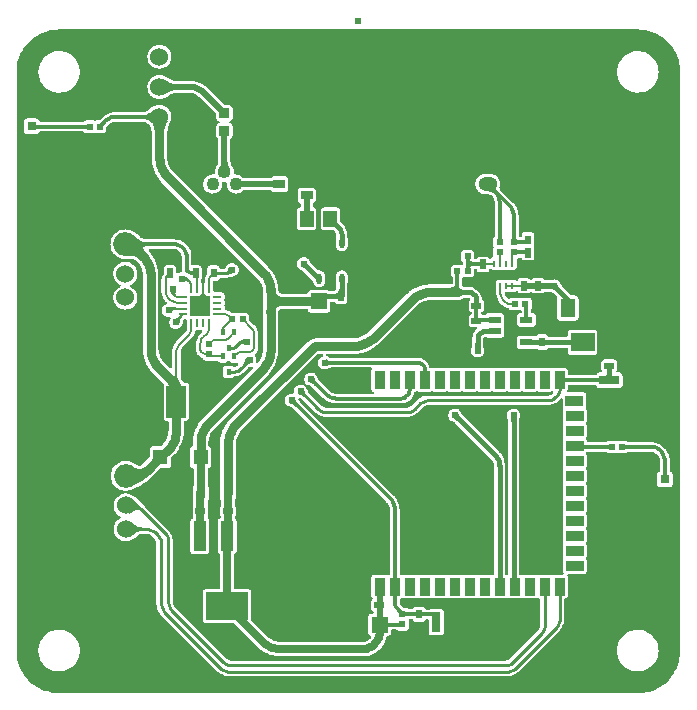
<source format=gtl>
G04 Layer: TopLayer*
G04 EasyEDA v6.5.51, 2025-10-19 23:19:45*
G04 7b2d1a5a50ca49e0b1e0c3d03fbfd553,f84f62d461a54663ae58951fd378ab02,10*
G04 Gerber Generator version 0.2*
G04 Scale: 100 percent, Rotated: No, Reflected: No *
G04 Dimensions in millimeters *
G04 leading zeros omitted , absolute positions ,4 integer and 5 decimal *
%FSLAX45Y45*%
%MOMM*%

%AMMACRO1*21,1,$1,$2,0,0,$3*%
%ADD10C,0.5000*%
%ADD11C,0.8000*%
%ADD12C,0.2000*%
%ADD13C,0.4000*%
%ADD14C,0.2540*%
%ADD15C,0.0126*%
%ADD16C,0.3000*%
%ADD17C,0.7000*%
%ADD18MACRO1,0.54X0.5656X0.0000*%
%ADD19R,0.5400X0.5657*%
%ADD20MACRO1,0.54X0.7901X0.0000*%
%ADD21R,0.5400X0.7901*%
%ADD22R,0.4000X0.5100*%
%ADD23MACRO1,0.54X0.5656X90.0000*%
%ADD24R,0.2500X0.7500*%
%ADD25R,0.7500X0.2500*%
%ADD26R,1.7000X1.7000*%
%ADD27R,0.8000X0.9000*%
%ADD28MACRO1,1.35X1.41X0.0000*%
%ADD29R,1.3500X1.4100*%
%ADD30MACRO1,1.35X1.41X-90.0000*%
%ADD31MACRO1,0.54X0.7901X-90.0000*%
%ADD32MACRO1,0.54X0.7901X90.0000*%
%ADD33MACRO1,2.7X1.635X90.0000*%
%ADD34R,0.8000X0.8000*%
%ADD35R,1.0000X0.8000*%
%ADD36MACRO1,0.54X0.5656X-90.0000*%
%ADD37MACRO1,1.377X1.1325X-90.0000*%
%ADD38MACRO1,0.864X0.8065X0.0000*%
%ADD39R,0.8640X0.8065*%
%ADD40R,1.7000X0.8000*%
%ADD41R,0.8000X1.7000*%
%ADD42R,1.1000X0.6000*%
%ADD43R,1.1000X2.5000*%
%ADD44MACRO1,3.6X2.34X0.0000*%
%ADD45R,0.9000X1.5000*%
%ADD46R,1.5000X0.9000*%
%ADD47R,0.9000X0.9000*%
%ADD48R,1.3000X1.3000*%
%ADD49R,0.2500X0.5210*%
%ADD50R,1.6000X0.9000*%
%ADD51O,0.489991X0.910006*%
%ADD52MACRO1,1.9X1.2X0.0000*%
%ADD53R,1.3000X1.6000*%
%ADD54R,2.0000X1.6000*%
%ADD55O,1.999996X1.999996*%
%ADD56C,1.5240*%
%ADD57C,3.3000*%
%ADD58O,1.599946X1.199896*%
%ADD59C,1.3000*%
%ADD60C,1.1000*%
%ADD61O,1.099998X1.099998*%
%ADD62C,0.6200*%

%LPD*%
G36*
X-1399184Y-4309465D02*
G01*
X-1424838Y-4308602D01*
X-1449273Y-4306062D01*
X-1473454Y-4301845D01*
X-1497279Y-4296003D01*
X-1520647Y-4288586D01*
X-1543507Y-4279544D01*
X-1565656Y-4268978D01*
X-1587042Y-4256938D01*
X-1607566Y-4243476D01*
X-1627073Y-4228592D01*
X-1645564Y-4212437D01*
X-1662887Y-4195064D01*
X-1679041Y-4176572D01*
X-1693824Y-4157014D01*
X-1707286Y-4136440D01*
X-1719275Y-4115054D01*
X-1729790Y-4092905D01*
X-1738782Y-4070045D01*
X-1746199Y-4046626D01*
X-1751990Y-4022801D01*
X-1756105Y-3998620D01*
X-1758594Y-3974185D01*
X-1759457Y-3949141D01*
X-1759457Y949147D01*
X-1758543Y974852D01*
X-1756003Y999286D01*
X-1751838Y1023467D01*
X-1745996Y1047292D01*
X-1738528Y1070711D01*
X-1729536Y1093520D01*
X-1718970Y1115669D01*
X-1706930Y1137056D01*
X-1693418Y1157579D01*
X-1678584Y1177086D01*
X-1662480Y1195578D01*
X-1645056Y1212951D01*
X-1626565Y1229055D01*
X-1606956Y1243838D01*
X-1586433Y1257300D01*
X-1565046Y1269288D01*
X-1542846Y1279804D01*
X-1520037Y1288796D01*
X-1496618Y1296212D01*
X-1472742Y1302004D01*
X-1448562Y1306169D01*
X-1424178Y1308608D01*
X-1399184Y1309471D01*
X3499154Y1309471D01*
X3524910Y1308608D01*
X3549294Y1306068D01*
X3573475Y1301851D01*
X3597351Y1296009D01*
X3620719Y1288592D01*
X3643528Y1279550D01*
X3665677Y1268984D01*
X3687064Y1256944D01*
X3707587Y1243431D01*
X3727145Y1228598D01*
X3745636Y1212443D01*
X3762959Y1195070D01*
X3779062Y1176578D01*
X3793896Y1157020D01*
X3807307Y1136446D01*
X3819347Y1115060D01*
X3829862Y1092860D01*
X3838854Y1070051D01*
X3846220Y1046632D01*
X3852011Y1022807D01*
X3856177Y998575D01*
X3858615Y974191D01*
X3859529Y949147D01*
X3859529Y-3949141D01*
X3858615Y-3974846D01*
X3856075Y-3999280D01*
X3851859Y-4023461D01*
X3846068Y-4047286D01*
X3838600Y-4070705D01*
X3829558Y-4093514D01*
X3818991Y-4115663D01*
X3806951Y-4137050D01*
X3793490Y-4157573D01*
X3778656Y-4177131D01*
X3762501Y-4195572D01*
X3745128Y-4212945D01*
X3726586Y-4229049D01*
X3707028Y-4243832D01*
X3686505Y-4257294D01*
X3665067Y-4269282D01*
X3642918Y-4279849D01*
X3620058Y-4288790D01*
X3596690Y-4296206D01*
X3572814Y-4301998D01*
X3548634Y-4306163D01*
X3524199Y-4308652D01*
X3499154Y-4309465D01*
G37*

%LPC*%
G36*
X34696Y-4166412D02*
G01*
X2397607Y-4166412D01*
X2406142Y-4165549D01*
X2427935Y-4161231D01*
X2436114Y-4158742D01*
X2456688Y-4150258D01*
X2464206Y-4146194D01*
X2482748Y-4133850D01*
X2489352Y-4128414D01*
X2839059Y-3778707D01*
X2844495Y-3772103D01*
X2856839Y-3753612D01*
X2860903Y-3746042D01*
X2869387Y-3725468D01*
X2871876Y-3717290D01*
X2876194Y-3695496D01*
X2877058Y-3686962D01*
X2877058Y-3517950D01*
X2877718Y-3514293D01*
X2879648Y-3511194D01*
X2882544Y-3508908D01*
X2886100Y-3507841D01*
X2889300Y-3507486D01*
X2894736Y-3505555D01*
X2899664Y-3502507D01*
X2903728Y-3498392D01*
X2906826Y-3493515D01*
X2908757Y-3488029D01*
X2909468Y-3481730D01*
X2909468Y-3332835D01*
X2908757Y-3326536D01*
X2906826Y-3321050D01*
X2904439Y-3317240D01*
X2902966Y-3313226D01*
X2903321Y-3308959D01*
X2905404Y-3305149D01*
X2908808Y-3302609D01*
X2913024Y-3301695D01*
X3040989Y-3301695D01*
X3047288Y-3300984D01*
X3052775Y-3299053D01*
X3057652Y-3296005D01*
X3061766Y-3291890D01*
X3064814Y-3287014D01*
X3066745Y-3281527D01*
X3067456Y-3275228D01*
X3067456Y-3186379D01*
X3066745Y-3180029D01*
X3064814Y-3174593D01*
X3063646Y-3172714D01*
X3062274Y-3169158D01*
X3062274Y-3165398D01*
X3063646Y-3161893D01*
X3064814Y-3160014D01*
X3066745Y-3154527D01*
X3067456Y-3148228D01*
X3067456Y-3059379D01*
X3066745Y-3053029D01*
X3064814Y-3047593D01*
X3063646Y-3045714D01*
X3062274Y-3042158D01*
X3062274Y-3038398D01*
X3063646Y-3034893D01*
X3064814Y-3033014D01*
X3066745Y-3027527D01*
X3067456Y-3021228D01*
X3067456Y-2932379D01*
X3066745Y-2926029D01*
X3064814Y-2920593D01*
X3063646Y-2918714D01*
X3062274Y-2915158D01*
X3062274Y-2911398D01*
X3063646Y-2907893D01*
X3064814Y-2906014D01*
X3066745Y-2900527D01*
X3067456Y-2894228D01*
X3067456Y-2805379D01*
X3066745Y-2799029D01*
X3064814Y-2793593D01*
X3063646Y-2791714D01*
X3062274Y-2788158D01*
X3062274Y-2784398D01*
X3063646Y-2780893D01*
X3064814Y-2779014D01*
X3066745Y-2773527D01*
X3067456Y-2767228D01*
X3067456Y-2678379D01*
X3066745Y-2672029D01*
X3064814Y-2666593D01*
X3063646Y-2664714D01*
X3062274Y-2661158D01*
X3062274Y-2657398D01*
X3063646Y-2653893D01*
X3064814Y-2652014D01*
X3066745Y-2646527D01*
X3067456Y-2640228D01*
X3067456Y-2551379D01*
X3066745Y-2545029D01*
X3064814Y-2539593D01*
X3063646Y-2537714D01*
X3062274Y-2534158D01*
X3062274Y-2530398D01*
X3063646Y-2526893D01*
X3064814Y-2525014D01*
X3066745Y-2519527D01*
X3067456Y-2513228D01*
X3067456Y-2424379D01*
X3066745Y-2418029D01*
X3064814Y-2412593D01*
X3063646Y-2410714D01*
X3062274Y-2407158D01*
X3062274Y-2403398D01*
X3063646Y-2399893D01*
X3064814Y-2398014D01*
X3066745Y-2392527D01*
X3067456Y-2386228D01*
X3067456Y-2297379D01*
X3066745Y-2291029D01*
X3064814Y-2285593D01*
X3063595Y-2283612D01*
X3062224Y-2280158D01*
X3062224Y-2276449D01*
X3063544Y-2272944D01*
X3065526Y-2269693D01*
X3067812Y-2267051D01*
X3070809Y-2265375D01*
X3074212Y-2264816D01*
X3225139Y-2264816D01*
X3229000Y-2265578D01*
X3232302Y-2267762D01*
X3235655Y-2271115D01*
X3240532Y-2274163D01*
X3246018Y-2276094D01*
X3252317Y-2276805D01*
X3307740Y-2276805D01*
X3314090Y-2276094D01*
X3319932Y-2274011D01*
X3323336Y-2273452D01*
X3326688Y-2274011D01*
X3332581Y-2276094D01*
X3338880Y-2276805D01*
X3394303Y-2276805D01*
X3400653Y-2276094D01*
X3406089Y-2274163D01*
X3410965Y-2271115D01*
X3414369Y-2267712D01*
X3417671Y-2265527D01*
X3421583Y-2264714D01*
X3612438Y-2264714D01*
X3614369Y-2264918D01*
X3628542Y-2267762D01*
X3630523Y-2268321D01*
X3643884Y-2273858D01*
X3645662Y-2274824D01*
X3657650Y-2282901D01*
X3659225Y-2284171D01*
X3669436Y-2294432D01*
X3670706Y-2295956D01*
X3678732Y-2308047D01*
X3679698Y-2309774D01*
X3685235Y-2323236D01*
X3685794Y-2325116D01*
X3688638Y-2339390D01*
X3688842Y-2341321D01*
X3688842Y-2425395D01*
X3687978Y-2429459D01*
X3685590Y-2432812D01*
X3682034Y-2434996D01*
X3678478Y-2436215D01*
X3673601Y-2439314D01*
X3669487Y-2443378D01*
X3666439Y-2448306D01*
X3664508Y-2453741D01*
X3663797Y-2460040D01*
X3663797Y-2538933D01*
X3664508Y-2545232D01*
X3666439Y-2550718D01*
X3669487Y-2555595D01*
X3673601Y-2559710D01*
X3678478Y-2562758D01*
X3683965Y-2564688D01*
X3690264Y-2565400D01*
X3769156Y-2565400D01*
X3775456Y-2564688D01*
X3780942Y-2562758D01*
X3785819Y-2559710D01*
X3789934Y-2555595D01*
X3792982Y-2550718D01*
X3794912Y-2545232D01*
X3795623Y-2538933D01*
X3795623Y-2460040D01*
X3794912Y-2453741D01*
X3792982Y-2448306D01*
X3789934Y-2443378D01*
X3785819Y-2439314D01*
X3780942Y-2436215D01*
X3777437Y-2434996D01*
X3773881Y-2432862D01*
X3771493Y-2429459D01*
X3770629Y-2425395D01*
X3770629Y-2336850D01*
X3769715Y-2327859D01*
X3765194Y-2304745D01*
X3762552Y-2296160D01*
X3753561Y-2274366D01*
X3749344Y-2266442D01*
X3736289Y-2246833D01*
X3730599Y-2239873D01*
X3713937Y-2223160D01*
X3706977Y-2217470D01*
X3687419Y-2204313D01*
X3679494Y-2200046D01*
X3657701Y-2191054D01*
X3649065Y-2188413D01*
X3625951Y-2183790D01*
X3617010Y-2182926D01*
X3421430Y-2182926D01*
X3417519Y-2182164D01*
X3414217Y-2179929D01*
X3410965Y-2176678D01*
X3406089Y-2173630D01*
X3400653Y-2171700D01*
X3394303Y-2170988D01*
X3338880Y-2170988D01*
X3332581Y-2171700D01*
X3326688Y-2173782D01*
X3323336Y-2174341D01*
X3319932Y-2173782D01*
X3314090Y-2171700D01*
X3307740Y-2170988D01*
X3252317Y-2170988D01*
X3246018Y-2171700D01*
X3240532Y-2173630D01*
X3235655Y-2176678D01*
X3232302Y-2180031D01*
X3229000Y-2182215D01*
X3225139Y-2182977D01*
X3077565Y-2182977D01*
X3073704Y-2182215D01*
X3070402Y-2180031D01*
X3068218Y-2176729D01*
X3067456Y-2172817D01*
X3067456Y-2170379D01*
X3066745Y-2164029D01*
X3064814Y-2158593D01*
X3063646Y-2156714D01*
X3062274Y-2153158D01*
X3062274Y-2149398D01*
X3063646Y-2145893D01*
X3064814Y-2144014D01*
X3066745Y-2138527D01*
X3067456Y-2132228D01*
X3067456Y-2043379D01*
X3066745Y-2037029D01*
X3064814Y-2031593D01*
X3063646Y-2029714D01*
X3062274Y-2026157D01*
X3062274Y-2022398D01*
X3063646Y-2018893D01*
X3064814Y-2017014D01*
X3066745Y-2011527D01*
X3067456Y-2005228D01*
X3067456Y-1916379D01*
X3066745Y-1910029D01*
X3064814Y-1904593D01*
X3062122Y-1900326D01*
X3060903Y-1897481D01*
X3060598Y-1894433D01*
X3061208Y-1891385D01*
X3063748Y-1884476D01*
X3064459Y-1878228D01*
X3064459Y-1789379D01*
X3063748Y-1783029D01*
X3061817Y-1777593D01*
X3058769Y-1772666D01*
X3054654Y-1768602D01*
X3049778Y-1765503D01*
X3044291Y-1763572D01*
X3037992Y-1762861D01*
X2913024Y-1762861D01*
X2908808Y-1761947D01*
X2905404Y-1759407D01*
X2903321Y-1755648D01*
X2902966Y-1751380D01*
X2904439Y-1747316D01*
X2906826Y-1743506D01*
X2908757Y-1738020D01*
X2909468Y-1731721D01*
X2909468Y-1711248D01*
X2910230Y-1707388D01*
X2912414Y-1704086D01*
X2915716Y-1701901D01*
X2919628Y-1701088D01*
X3140710Y-1701088D01*
X3144774Y-1701952D01*
X3148177Y-1704339D01*
X3150311Y-1707896D01*
X3151530Y-1711401D01*
X3154629Y-1716328D01*
X3158642Y-1720392D01*
X3163620Y-1723491D01*
X3169056Y-1725371D01*
X3175406Y-1726082D01*
X3344265Y-1726082D01*
X3350564Y-1725371D01*
X3356051Y-1723491D01*
X3360928Y-1720392D01*
X3365042Y-1716328D01*
X3368090Y-1711401D01*
X3370021Y-1705965D01*
X3370732Y-1699615D01*
X3370732Y-1620774D01*
X3370021Y-1614424D01*
X3368090Y-1608988D01*
X3365042Y-1604060D01*
X3360928Y-1599996D01*
X3356051Y-1596898D01*
X3350564Y-1595018D01*
X3344265Y-1594307D01*
X3326434Y-1594307D01*
X3322218Y-1593392D01*
X3318764Y-1590802D01*
X3316681Y-1587042D01*
X3316325Y-1582775D01*
X3317798Y-1578711D01*
X3320034Y-1575206D01*
X3321913Y-1569770D01*
X3322624Y-1563420D01*
X3322624Y-1510588D01*
X3321913Y-1504238D01*
X3320034Y-1498803D01*
X3316935Y-1493875D01*
X3312820Y-1489811D01*
X3307943Y-1486712D01*
X3302457Y-1484782D01*
X3296158Y-1484071D01*
X3218281Y-1484071D01*
X3211982Y-1484782D01*
X3206496Y-1486712D01*
X3201619Y-1489811D01*
X3197504Y-1493875D01*
X3194456Y-1498803D01*
X3192526Y-1504238D01*
X3191814Y-1510588D01*
X3191814Y-1563420D01*
X3192526Y-1569770D01*
X3194456Y-1575206D01*
X3196640Y-1578711D01*
X3198114Y-1582775D01*
X3197758Y-1587042D01*
X3195675Y-1590802D01*
X3192221Y-1593392D01*
X3188055Y-1594307D01*
X3175406Y-1594307D01*
X3169056Y-1595018D01*
X3163620Y-1596898D01*
X3158642Y-1599996D01*
X3154629Y-1604060D01*
X3151530Y-1608988D01*
X3150311Y-1612493D01*
X3148177Y-1616049D01*
X3144774Y-1618437D01*
X3140710Y-1619300D01*
X2919628Y-1619300D01*
X2915716Y-1618538D01*
X2912414Y-1616303D01*
X2910230Y-1613001D01*
X2909468Y-1609140D01*
X2909468Y-1582877D01*
X2908757Y-1576527D01*
X2906826Y-1571091D01*
X2903728Y-1566164D01*
X2899664Y-1562100D01*
X2894736Y-1559001D01*
X2889300Y-1557070D01*
X2882950Y-1556359D01*
X2794101Y-1556359D01*
X2787802Y-1557070D01*
X2782316Y-1559001D01*
X2780436Y-1560169D01*
X2776931Y-1561592D01*
X2773172Y-1561592D01*
X2769616Y-1560169D01*
X2767736Y-1559001D01*
X2762300Y-1557070D01*
X2755950Y-1556359D01*
X2667101Y-1556359D01*
X2660802Y-1557070D01*
X2655316Y-1559001D01*
X2653436Y-1560169D01*
X2649931Y-1561592D01*
X2646172Y-1561592D01*
X2642616Y-1560169D01*
X2640736Y-1559001D01*
X2635300Y-1557070D01*
X2628950Y-1556359D01*
X2540101Y-1556359D01*
X2533802Y-1557070D01*
X2528316Y-1559001D01*
X2526436Y-1560169D01*
X2522931Y-1561592D01*
X2519172Y-1561592D01*
X2515616Y-1560169D01*
X2513736Y-1559001D01*
X2508300Y-1557070D01*
X2501950Y-1556359D01*
X2413101Y-1556359D01*
X2406802Y-1557070D01*
X2401316Y-1559001D01*
X2399436Y-1560169D01*
X2395931Y-1561592D01*
X2392172Y-1561592D01*
X2388616Y-1560169D01*
X2386736Y-1559001D01*
X2381300Y-1557070D01*
X2374950Y-1556359D01*
X2286101Y-1556359D01*
X2279802Y-1557070D01*
X2274316Y-1559001D01*
X2272436Y-1560169D01*
X2268931Y-1561592D01*
X2265172Y-1561592D01*
X2261616Y-1560169D01*
X2259736Y-1559001D01*
X2254300Y-1557070D01*
X2247950Y-1556359D01*
X2159101Y-1556359D01*
X2152802Y-1557070D01*
X2147316Y-1559001D01*
X2145436Y-1560169D01*
X2141931Y-1561592D01*
X2138172Y-1561592D01*
X2134616Y-1560169D01*
X2132736Y-1559001D01*
X2127300Y-1557070D01*
X2120950Y-1556359D01*
X2032101Y-1556359D01*
X2025802Y-1557070D01*
X2020316Y-1559001D01*
X2018436Y-1560169D01*
X2014931Y-1561592D01*
X2011172Y-1561592D01*
X2007616Y-1560169D01*
X2005736Y-1559001D01*
X2000300Y-1557070D01*
X1993950Y-1556359D01*
X1905101Y-1556359D01*
X1898802Y-1557070D01*
X1893316Y-1559001D01*
X1891436Y-1560169D01*
X1887931Y-1561592D01*
X1884172Y-1561592D01*
X1880616Y-1560169D01*
X1878736Y-1559001D01*
X1873300Y-1557070D01*
X1866950Y-1556359D01*
X1778101Y-1556359D01*
X1771802Y-1557070D01*
X1766316Y-1559001D01*
X1764436Y-1560169D01*
X1760931Y-1561592D01*
X1757172Y-1561592D01*
X1753616Y-1560169D01*
X1751736Y-1559001D01*
X1746300Y-1557070D01*
X1743710Y-1556816D01*
X1740001Y-1555648D01*
X1737004Y-1553108D01*
X1735124Y-1549654D01*
X1733143Y-1543100D01*
X1724507Y-1522171D01*
X1720494Y-1514652D01*
X1715058Y-1508099D01*
X1699056Y-1492097D01*
X1692503Y-1486662D01*
X1684985Y-1482648D01*
X1664055Y-1474012D01*
X1655927Y-1471523D01*
X1647443Y-1470710D01*
X910234Y-1470710D01*
X902919Y-1470507D01*
X895705Y-1469796D01*
X893622Y-1469390D01*
X886460Y-1467002D01*
X869238Y-1458874D01*
X864362Y-1457401D01*
X860806Y-1455420D01*
X858266Y-1452168D01*
X857199Y-1448206D01*
X857808Y-1444142D01*
X859942Y-1440688D01*
X863346Y-1438351D01*
X867359Y-1437487D01*
X1101445Y-1437487D01*
X1108405Y-1437182D01*
X1131824Y-1434846D01*
X1138732Y-1433830D01*
X1161796Y-1429258D01*
X1168603Y-1427530D01*
X1191158Y-1420723D01*
X1197711Y-1418386D01*
X1219454Y-1409344D01*
X1225753Y-1406347D01*
X1246530Y-1395272D01*
X1252474Y-1391666D01*
X1272082Y-1378610D01*
X1277670Y-1374444D01*
X1295857Y-1359509D01*
X1301038Y-1354836D01*
X1628749Y-1027125D01*
X1643075Y-1015339D01*
X1657705Y-1005636D01*
X1673250Y-997407D01*
X1689506Y-990701D01*
X1706321Y-985672D01*
X1723542Y-982268D01*
X1741068Y-980592D01*
X1977745Y-980592D01*
X1988464Y-979779D01*
X1998522Y-977341D01*
X2008073Y-973378D01*
X2016861Y-967994D01*
X2022602Y-963117D01*
X2025599Y-961339D01*
X2029104Y-960678D01*
X2064359Y-960628D01*
X2069287Y-961390D01*
X2074011Y-963168D01*
X2077872Y-965453D01*
X2080920Y-968705D01*
X2082342Y-972921D01*
X2081784Y-977341D01*
X2079396Y-981100D01*
X2074621Y-985875D01*
X2071522Y-990803D01*
X2069642Y-996238D01*
X2068931Y-1002588D01*
X2068931Y-1055420D01*
X2069642Y-1061770D01*
X2071522Y-1067206D01*
X2074621Y-1072083D01*
X2078736Y-1076198D01*
X2083612Y-1079296D01*
X2086610Y-1080312D01*
X2090166Y-1082497D01*
X2092604Y-1085850D01*
X2093417Y-1089914D01*
X2093417Y-1095044D01*
X2092604Y-1099108D01*
X2090166Y-1102512D01*
X2086610Y-1104646D01*
X2083612Y-1105712D01*
X2078736Y-1108811D01*
X2074621Y-1112875D01*
X2071522Y-1117803D01*
X2069642Y-1123238D01*
X2068931Y-1129588D01*
X2068931Y-1182420D01*
X2069642Y-1188770D01*
X2071522Y-1194206D01*
X2074621Y-1199083D01*
X2078736Y-1203198D01*
X2083612Y-1206296D01*
X2089099Y-1208176D01*
X2095398Y-1208887D01*
X2128012Y-1208887D01*
X2131923Y-1209700D01*
X2135225Y-1211884D01*
X2137410Y-1215186D01*
X2138172Y-1219098D01*
X2137410Y-1222959D01*
X2135174Y-1226261D01*
X2125726Y-1235710D01*
X2119731Y-1242872D01*
X2112822Y-1253236D01*
X2108352Y-1261465D01*
X2103577Y-1272946D01*
X2100834Y-1281887D01*
X2098395Y-1294079D01*
X2097430Y-1304036D01*
X2097278Y-1361795D01*
X2096617Y-1371193D01*
X2094788Y-1378915D01*
X2090978Y-1388008D01*
X2088286Y-1395679D01*
X2086660Y-1405178D01*
X2086660Y-1414830D01*
X2088286Y-1424330D01*
X2091486Y-1433423D01*
X2096211Y-1441856D01*
X2102256Y-1449374D01*
X2109520Y-1455724D01*
X2117699Y-1460804D01*
X2126691Y-1464360D01*
X2136089Y-1466392D01*
X2145741Y-1466850D01*
X2155291Y-1465580D01*
X2164537Y-1462786D01*
X2173122Y-1458417D01*
X2180894Y-1452676D01*
X2187600Y-1445717D01*
X2192985Y-1437741D01*
X2196947Y-1428953D01*
X2199386Y-1419606D01*
X2200198Y-1410004D01*
X2199386Y-1400403D01*
X2196846Y-1390904D01*
X2191867Y-1378915D01*
X2189784Y-1369618D01*
X2189327Y-1361287D01*
X2189226Y-1309065D01*
X2189784Y-1305356D01*
X2190800Y-1302512D01*
X2192426Y-1299413D01*
X2194915Y-1296365D01*
X2197658Y-1294130D01*
X2201621Y-1292148D01*
X2205583Y-1291132D01*
X2209088Y-1290828D01*
X2212441Y-1291793D01*
X2216607Y-1295095D01*
X2221484Y-1298194D01*
X2226970Y-1300073D01*
X2233269Y-1300784D01*
X2342134Y-1300784D01*
X2348484Y-1300073D01*
X2353919Y-1298194D01*
X2358847Y-1295095D01*
X2362911Y-1290980D01*
X2366010Y-1286103D01*
X2367889Y-1280617D01*
X2368600Y-1274318D01*
X2368600Y-1215440D01*
X2367889Y-1209141D01*
X2366010Y-1203655D01*
X2364079Y-1199286D01*
X2364079Y-1195527D01*
X2366010Y-1191107D01*
X2367889Y-1185672D01*
X2368600Y-1179322D01*
X2368600Y-1120444D01*
X2367889Y-1114145D01*
X2366010Y-1108659D01*
X2362911Y-1103782D01*
X2358847Y-1099667D01*
X2353919Y-1096619D01*
X2348484Y-1094689D01*
X2342134Y-1093978D01*
X2233269Y-1093978D01*
X2226970Y-1094689D01*
X2221484Y-1096619D01*
X2216607Y-1099667D01*
X2209952Y-1106779D01*
X2207006Y-1108405D01*
X2203602Y-1108964D01*
X2193188Y-1108964D01*
X2190394Y-1108608D01*
X2185060Y-1105712D01*
X2182063Y-1104646D01*
X2178507Y-1102512D01*
X2176068Y-1099108D01*
X2175256Y-1095044D01*
X2175256Y-1089914D01*
X2176068Y-1085850D01*
X2178507Y-1082497D01*
X2182063Y-1080312D01*
X2185060Y-1079296D01*
X2189937Y-1076198D01*
X2194052Y-1072083D01*
X2197150Y-1067206D01*
X2199030Y-1061770D01*
X2199741Y-1055420D01*
X2199741Y-1002588D01*
X2199030Y-996238D01*
X2197150Y-990803D01*
X2194052Y-985875D01*
X2189937Y-981811D01*
X2184146Y-978103D01*
X2181148Y-975258D01*
X2179574Y-971448D01*
X2176729Y-956868D01*
X2174087Y-947928D01*
X2168804Y-935228D01*
X2164435Y-926947D01*
X2156815Y-915517D01*
X2150922Y-908253D01*
X2141169Y-898550D01*
X2134006Y-892556D01*
X2122576Y-884936D01*
X2114397Y-880465D01*
X2101697Y-875233D01*
X2092756Y-872439D01*
X2079294Y-869746D01*
X2069998Y-868781D01*
X2029104Y-868730D01*
X2025599Y-868070D01*
X2022551Y-866292D01*
X2017623Y-862025D01*
X2015083Y-858774D01*
X2014067Y-854760D01*
X2013966Y-799134D01*
X2014829Y-795020D01*
X2017318Y-791565D01*
X2021027Y-789482D01*
X2025243Y-789076D01*
X2031898Y-789787D01*
X2087321Y-789787D01*
X2093671Y-789076D01*
X2099106Y-787196D01*
X2103983Y-784098D01*
X2108098Y-779983D01*
X2111197Y-775106D01*
X2113076Y-769670D01*
X2113788Y-763320D01*
X2113788Y-725271D01*
X2114600Y-721360D01*
X2116785Y-718058D01*
X2120087Y-715873D01*
X2123948Y-715111D01*
X2127554Y-715111D01*
X2131161Y-715772D01*
X2134311Y-717702D01*
X2136597Y-720598D01*
X2137765Y-725728D01*
X2139696Y-731215D01*
X2142794Y-736092D01*
X2146909Y-740206D01*
X2151786Y-743305D01*
X2157272Y-745185D01*
X2163572Y-745896D01*
X2216454Y-745896D01*
X2222754Y-745185D01*
X2228240Y-743305D01*
X2233117Y-740206D01*
X2237232Y-736092D01*
X2240280Y-731266D01*
X2242616Y-724204D01*
X2244394Y-720953D01*
X2247138Y-718616D01*
X2250592Y-717346D01*
X2254250Y-717397D01*
X2257653Y-718769D01*
X2262530Y-721817D01*
X2267966Y-723747D01*
X2274316Y-724458D01*
X2298141Y-724458D01*
X2304491Y-723747D01*
X2307844Y-722528D01*
X2311146Y-721969D01*
X2314600Y-722528D01*
X2317953Y-723747D01*
X2324303Y-724458D01*
X2348128Y-724458D01*
X2354478Y-723747D01*
X2357882Y-722528D01*
X2361234Y-721969D01*
X2364587Y-722528D01*
X2367991Y-723747D01*
X2374290Y-724458D01*
X2398115Y-724458D01*
X2404465Y-723747D01*
X2407869Y-722528D01*
X2411222Y-721969D01*
X2414574Y-722528D01*
X2417978Y-723747D01*
X2424277Y-724458D01*
X2448153Y-724458D01*
X2454452Y-723747D01*
X2459939Y-721817D01*
X2464816Y-718718D01*
X2468930Y-714654D01*
X2472029Y-709726D01*
X2473909Y-704291D01*
X2474620Y-697992D01*
X2474620Y-646988D01*
X2474163Y-642975D01*
X2474468Y-639114D01*
X2476195Y-635660D01*
X2479090Y-633069D01*
X2488234Y-629869D01*
X2493111Y-626770D01*
X2497734Y-622147D01*
X2501036Y-619963D01*
X2504948Y-619201D01*
X2508656Y-619201D01*
X2512720Y-620014D01*
X2516124Y-622452D01*
X2518257Y-626008D01*
X2519730Y-630224D01*
X2522829Y-635101D01*
X2526893Y-639216D01*
X2531821Y-642315D01*
X2537256Y-644194D01*
X2543606Y-644906D01*
X2596438Y-644906D01*
X2602788Y-644194D01*
X2608224Y-642315D01*
X2613152Y-639216D01*
X2617216Y-635101D01*
X2620314Y-630224D01*
X2622194Y-624738D01*
X2622905Y-618439D01*
X2622905Y-540562D01*
X2622194Y-534263D01*
X2620162Y-528370D01*
X2619603Y-525018D01*
X2620162Y-521665D01*
X2622194Y-515772D01*
X2622905Y-509422D01*
X2622905Y-431546D01*
X2622194Y-425246D01*
X2620314Y-419760D01*
X2617216Y-414883D01*
X2613152Y-410768D01*
X2608224Y-407720D01*
X2602788Y-405790D01*
X2596438Y-405079D01*
X2543606Y-405079D01*
X2537256Y-405790D01*
X2531821Y-407720D01*
X2526893Y-410768D01*
X2522829Y-414883D01*
X2519730Y-419760D01*
X2517800Y-425246D01*
X2517089Y-431546D01*
X2517089Y-440639D01*
X2516327Y-444550D01*
X2514142Y-447852D01*
X2510840Y-450037D01*
X2506929Y-450799D01*
X2504948Y-450799D01*
X2501036Y-450037D01*
X2497734Y-447852D01*
X2493924Y-443992D01*
X2491740Y-440740D01*
X2490927Y-436829D01*
X2490927Y-267665D01*
X2490724Y-263194D01*
X2489504Y-251104D01*
X2488844Y-246634D01*
X2486507Y-234746D01*
X2485390Y-230378D01*
X2481884Y-218744D01*
X2480360Y-214477D01*
X2475687Y-203250D01*
X2473756Y-199186D01*
X2468067Y-188468D01*
X2465730Y-184607D01*
X2458974Y-174498D01*
X2456281Y-170891D01*
X2448610Y-161493D01*
X2445562Y-158140D01*
X2342743Y-55321D01*
X2335326Y-47193D01*
X2333904Y-45262D01*
X2331313Y-40386D01*
X2329180Y-35763D01*
X2328265Y-31902D01*
X2328926Y-27990D01*
X2330754Y-23063D01*
X2333345Y-11125D01*
X2334209Y1117D01*
X2333345Y13360D01*
X2330754Y25298D01*
X2326487Y36779D01*
X2320594Y47548D01*
X2313228Y57353D01*
X2304592Y66040D01*
X2294788Y73355D01*
X2284018Y79248D01*
X2272538Y83515D01*
X2260549Y86106D01*
X2248001Y87020D01*
X2208682Y87020D01*
X2196134Y86106D01*
X2184146Y83515D01*
X2172665Y79248D01*
X2161895Y73355D01*
X2152091Y66040D01*
X2143455Y57353D01*
X2136089Y47548D01*
X2130247Y36779D01*
X2125929Y25298D01*
X2123338Y13360D01*
X2122474Y1117D01*
X2123338Y-11125D01*
X2125929Y-23063D01*
X2130247Y-34544D01*
X2136089Y-45313D01*
X2143455Y-55117D01*
X2152091Y-63804D01*
X2161895Y-71120D01*
X2172665Y-77012D01*
X2184146Y-81280D01*
X2196134Y-83870D01*
X2208682Y-84785D01*
X2214880Y-84785D01*
X2217115Y-85039D01*
X2228748Y-87630D01*
X2247950Y-91236D01*
X2255316Y-93116D01*
X2261565Y-95504D01*
X2267915Y-99009D01*
X2271877Y-102412D01*
X2277262Y-109626D01*
X2280970Y-116636D01*
X2284222Y-124612D01*
X2286660Y-132892D01*
X2288336Y-141376D01*
X2289098Y-149910D01*
X2289098Y-436829D01*
X2288336Y-440690D01*
X2286152Y-443992D01*
X2282799Y-447344D01*
X2279751Y-452221D01*
X2277821Y-457708D01*
X2277110Y-464007D01*
X2277110Y-519430D01*
X2277821Y-525729D01*
X2279904Y-531622D01*
X2280462Y-535025D01*
X2279904Y-538378D01*
X2277821Y-544271D01*
X2277110Y-550570D01*
X2277110Y-605993D01*
X2277567Y-609955D01*
X2277211Y-613867D01*
X2275382Y-617423D01*
X2272385Y-619963D01*
X2267966Y-621233D01*
X2262530Y-623163D01*
X2257602Y-626211D01*
X2254605Y-629208D01*
X2251659Y-631291D01*
X2248103Y-632155D01*
X2244496Y-631748D01*
X2241296Y-630123D01*
X2238857Y-627430D01*
X2237232Y-624890D01*
X2233117Y-620776D01*
X2228240Y-617677D01*
X2222754Y-615797D01*
X2216454Y-615086D01*
X2163572Y-615086D01*
X2157272Y-615797D01*
X2151786Y-617677D01*
X2146909Y-620776D01*
X2142794Y-624890D01*
X2140508Y-628548D01*
X2138273Y-631088D01*
X2135276Y-632714D01*
X2131923Y-633272D01*
X2123948Y-633272D01*
X2120087Y-632510D01*
X2116785Y-630326D01*
X2114600Y-627024D01*
X2113788Y-623112D01*
X2113788Y-583488D01*
X2113076Y-577138D01*
X2111197Y-571703D01*
X2108098Y-566775D01*
X2103983Y-562711D01*
X2099106Y-559612D01*
X2093671Y-557682D01*
X2087321Y-556971D01*
X2031898Y-556971D01*
X2025599Y-557682D01*
X2020112Y-559612D01*
X2015236Y-562711D01*
X2011121Y-566775D01*
X2008022Y-571703D01*
X2006142Y-577138D01*
X2005431Y-583488D01*
X2005431Y-636320D01*
X2006142Y-642670D01*
X2008022Y-648106D01*
X2011121Y-652983D01*
X2015743Y-657606D01*
X2017928Y-660908D01*
X2018690Y-664819D01*
X2018690Y-674624D01*
X2017826Y-678789D01*
X2015286Y-682193D01*
X2011629Y-684326D01*
X2007412Y-684733D01*
X2000757Y-683971D01*
X1945335Y-683971D01*
X1939036Y-684682D01*
X1933549Y-686612D01*
X1928672Y-689711D01*
X1924557Y-693775D01*
X1921459Y-698703D01*
X1919579Y-704138D01*
X1918868Y-710488D01*
X1918868Y-763320D01*
X1919579Y-769670D01*
X1921459Y-775106D01*
X1924557Y-779983D01*
X1929180Y-784606D01*
X1931365Y-787908D01*
X1932127Y-791768D01*
X1932127Y-838657D01*
X1931365Y-842518D01*
X1929180Y-845819D01*
X1925878Y-848004D01*
X1921967Y-848817D01*
X1737563Y-848817D01*
X1730603Y-849121D01*
X1707184Y-851458D01*
X1700275Y-852474D01*
X1677162Y-857046D01*
X1670405Y-858774D01*
X1647901Y-865581D01*
X1641348Y-867918D01*
X1619554Y-876960D01*
X1613255Y-879957D01*
X1592478Y-891032D01*
X1586534Y-894638D01*
X1566926Y-907694D01*
X1561338Y-911860D01*
X1543151Y-926795D01*
X1537919Y-931468D01*
X1210310Y-1259179D01*
X1195933Y-1270965D01*
X1181303Y-1280668D01*
X1165758Y-1288897D01*
X1149553Y-1295603D01*
X1132687Y-1300632D01*
X1115415Y-1304036D01*
X1097940Y-1305712D01*
X780186Y-1305763D01*
X772160Y-1306525D01*
X754684Y-1309979D01*
X747115Y-1312316D01*
X730656Y-1319123D01*
X723646Y-1322882D01*
X708863Y-1332738D01*
X702614Y-1337868D01*
X45466Y-1994966D01*
X40792Y-2000097D01*
X25857Y-2018334D01*
X21691Y-2023922D01*
X8636Y-2043480D01*
X5029Y-2049475D01*
X-6045Y-2070252D01*
X-9042Y-2076551D01*
X-18084Y-2098294D01*
X-20421Y-2104847D01*
X-27228Y-2127402D01*
X-28956Y-2134158D01*
X-33528Y-2157272D01*
X-34544Y-2164130D01*
X-36880Y-2187549D01*
X-37185Y-2194509D01*
X-37287Y-2660904D01*
X-36576Y-2667254D01*
X-34645Y-2672689D01*
X-32664Y-2676601D01*
X-32258Y-2679395D01*
X-32258Y-2731566D01*
X-33274Y-2736138D01*
X-33985Y-2742488D01*
X-33985Y-2795320D01*
X-33274Y-2801670D01*
X-29870Y-2810205D01*
X-29464Y-2812999D01*
X-29464Y-2819603D01*
X-30124Y-2823210D01*
X-32004Y-2826308D01*
X-34848Y-2828594D01*
X-43789Y-2831592D01*
X-48666Y-2834690D01*
X-52781Y-2838805D01*
X-55829Y-2843682D01*
X-57759Y-2849168D01*
X-58470Y-2855468D01*
X-58470Y-3104337D01*
X-57759Y-3110636D01*
X-55829Y-3116122D01*
X-52781Y-3120999D01*
X-48666Y-3125114D01*
X-43230Y-3128518D01*
X-40690Y-3130804D01*
X-39065Y-3133750D01*
X-38455Y-3137154D01*
X-38455Y-3420821D01*
X-39268Y-3424732D01*
X-41452Y-3428034D01*
X-44754Y-3430219D01*
X-48615Y-3430981D01*
X-157022Y-3430981D01*
X-163322Y-3431692D01*
X-168757Y-3433622D01*
X-173685Y-3436670D01*
X-177749Y-3440785D01*
X-180848Y-3445662D01*
X-182778Y-3451148D01*
X-183489Y-3457448D01*
X-183489Y-3690315D01*
X-182778Y-3696665D01*
X-180848Y-3702100D01*
X-177749Y-3707028D01*
X-173685Y-3711092D01*
X-168757Y-3714191D01*
X-163322Y-3716070D01*
X-157022Y-3716782D01*
X74980Y-3716782D01*
X78892Y-3717594D01*
X82143Y-3719779D01*
X285394Y-3923029D01*
X290169Y-3927348D01*
X306628Y-3940860D01*
X311810Y-3944721D01*
X329488Y-3956507D01*
X335076Y-3959860D01*
X353822Y-3969867D01*
X359664Y-3972661D01*
X379272Y-3980789D01*
X385419Y-3982974D01*
X405790Y-3989120D01*
X412038Y-3990695D01*
X432917Y-3994861D01*
X439318Y-3995826D01*
X460501Y-3997909D01*
X466953Y-3998214D01*
X1175004Y-3998214D01*
X1181455Y-3997909D01*
X1195324Y-3996537D01*
X1201775Y-3995572D01*
X1215440Y-3992879D01*
X1221740Y-3991305D01*
X1235049Y-3987241D01*
X1241145Y-3985056D01*
X1253998Y-3979722D01*
X1259890Y-3976979D01*
X1272184Y-3970375D01*
X1277721Y-3967073D01*
X1289354Y-3959301D01*
X1294536Y-3955440D01*
X1305306Y-3946601D01*
X1310081Y-3942283D01*
X1320139Y-3932224D01*
X1324457Y-3927449D01*
X1333246Y-3916730D01*
X1337157Y-3911498D01*
X1344828Y-3899966D01*
X1348181Y-3894429D01*
X1354734Y-3882186D01*
X1357477Y-3876344D01*
X1362811Y-3863492D01*
X1364996Y-3857396D01*
X1369009Y-3844137D01*
X1370584Y-3837838D01*
X1371803Y-3831590D01*
X1373073Y-3828338D01*
X1375359Y-3825697D01*
X1378356Y-3823970D01*
X1381810Y-3823411D01*
X1384960Y-3823411D01*
X1391259Y-3822700D01*
X1396746Y-3820769D01*
X1401622Y-3817721D01*
X1405737Y-3813606D01*
X1408785Y-3808729D01*
X1410716Y-3803243D01*
X1411427Y-3796944D01*
X1411427Y-3781044D01*
X1412189Y-3777183D01*
X1414424Y-3773881D01*
X1417726Y-3771696D01*
X1421587Y-3770884D01*
X1454607Y-3770884D01*
X1458518Y-3771696D01*
X1461820Y-3773881D01*
X1464106Y-3776167D01*
X1468983Y-3779265D01*
X1474419Y-3781145D01*
X1480769Y-3781856D01*
X1533652Y-3781856D01*
X1539951Y-3781145D01*
X1545437Y-3779265D01*
X1550314Y-3776167D01*
X1554429Y-3772052D01*
X1557477Y-3767175D01*
X1559407Y-3761689D01*
X1560118Y-3755390D01*
X1560118Y-3699967D01*
X1559458Y-3694023D01*
X1559864Y-3689756D01*
X1561998Y-3686098D01*
X1565452Y-3683558D01*
X1569669Y-3682746D01*
X1585874Y-3682898D01*
X1589887Y-3683762D01*
X1593240Y-3686200D01*
X1595374Y-3689705D01*
X1596644Y-3693312D01*
X1599692Y-3698189D01*
X1603806Y-3702304D01*
X1608683Y-3705402D01*
X1614119Y-3707282D01*
X1620469Y-3707993D01*
X1673352Y-3707993D01*
X1679651Y-3707282D01*
X1685137Y-3705402D01*
X1690014Y-3702304D01*
X1694129Y-3698189D01*
X1697177Y-3693312D01*
X1698243Y-3690365D01*
X1700377Y-3686810D01*
X1703730Y-3684422D01*
X1707794Y-3683558D01*
X1718360Y-3683558D01*
X1722221Y-3684371D01*
X1725523Y-3686556D01*
X1727707Y-3689858D01*
X1728520Y-3693718D01*
X1728520Y-3794201D01*
X1729232Y-3800551D01*
X1731111Y-3805986D01*
X1734210Y-3810914D01*
X1738274Y-3814978D01*
X1743202Y-3818077D01*
X1748637Y-3820007D01*
X1754987Y-3820718D01*
X1833829Y-3820718D01*
X1840179Y-3820007D01*
X1845614Y-3818077D01*
X1850542Y-3814978D01*
X1854606Y-3810914D01*
X1857705Y-3805986D01*
X1859584Y-3800551D01*
X1860296Y-3794201D01*
X1860296Y-3625342D01*
X1859584Y-3619042D01*
X1857705Y-3613556D01*
X1854606Y-3608679D01*
X1850542Y-3604564D01*
X1845614Y-3601516D01*
X1840179Y-3599586D01*
X1833829Y-3598875D01*
X1754987Y-3598875D01*
X1748637Y-3599586D01*
X1744065Y-3601212D01*
X1740763Y-3601770D01*
X1707845Y-3601770D01*
X1703781Y-3600907D01*
X1700428Y-3598519D01*
X1698294Y-3594963D01*
X1697177Y-3591864D01*
X1694129Y-3586987D01*
X1690014Y-3582873D01*
X1685137Y-3579774D01*
X1679651Y-3577894D01*
X1673352Y-3577183D01*
X1620469Y-3577183D01*
X1614119Y-3577894D01*
X1608683Y-3579774D01*
X1603806Y-3582873D01*
X1599692Y-3586987D01*
X1596644Y-3591864D01*
X1595780Y-3594303D01*
X1593596Y-3597859D01*
X1590192Y-3600297D01*
X1586077Y-3601110D01*
X1562506Y-3600856D01*
X1558645Y-3600043D01*
X1555343Y-3597808D01*
X1550263Y-3592576D01*
X1545437Y-3589528D01*
X1539951Y-3587648D01*
X1533652Y-3586937D01*
X1515059Y-3586937D01*
X1511198Y-3586124D01*
X1507896Y-3583940D01*
X1499057Y-3575100D01*
X1497787Y-3573576D01*
X1491132Y-3563569D01*
X1490167Y-3561842D01*
X1485595Y-3550716D01*
X1484985Y-3548786D01*
X1482648Y-3537000D01*
X1482445Y-3535019D01*
X1482445Y-3517646D01*
X1483106Y-3514039D01*
X1485036Y-3510889D01*
X1487932Y-3508654D01*
X1492300Y-3507486D01*
X1497736Y-3505555D01*
X1499616Y-3504387D01*
X1503172Y-3503015D01*
X1506931Y-3503015D01*
X1510436Y-3504387D01*
X1512316Y-3505555D01*
X1517802Y-3507486D01*
X1524101Y-3508197D01*
X1612950Y-3508197D01*
X1619300Y-3507486D01*
X1624736Y-3505555D01*
X1626616Y-3504387D01*
X1630172Y-3503015D01*
X1633931Y-3503015D01*
X1637436Y-3504387D01*
X1639316Y-3505555D01*
X1644802Y-3507486D01*
X1651101Y-3508197D01*
X1739950Y-3508197D01*
X1746300Y-3507486D01*
X1751736Y-3505555D01*
X1753616Y-3504387D01*
X1757172Y-3503015D01*
X1760931Y-3503015D01*
X1764436Y-3504387D01*
X1766316Y-3505555D01*
X1771802Y-3507486D01*
X1778101Y-3508197D01*
X1866950Y-3508197D01*
X1873300Y-3507486D01*
X1878736Y-3505555D01*
X1880616Y-3504387D01*
X1884172Y-3503015D01*
X1887931Y-3503015D01*
X1891436Y-3504387D01*
X1893316Y-3505555D01*
X1898802Y-3507486D01*
X1905101Y-3508197D01*
X1993950Y-3508197D01*
X2000300Y-3507486D01*
X2005736Y-3505555D01*
X2007616Y-3504387D01*
X2011172Y-3503015D01*
X2014931Y-3503015D01*
X2018436Y-3504387D01*
X2020316Y-3505555D01*
X2025802Y-3507486D01*
X2032101Y-3508197D01*
X2120950Y-3508197D01*
X2127300Y-3507486D01*
X2132736Y-3505555D01*
X2134616Y-3504387D01*
X2138172Y-3503015D01*
X2141931Y-3503015D01*
X2145436Y-3504387D01*
X2147316Y-3505555D01*
X2152802Y-3507486D01*
X2159101Y-3508197D01*
X2247950Y-3508197D01*
X2254300Y-3507486D01*
X2259736Y-3505555D01*
X2261616Y-3504387D01*
X2265172Y-3503015D01*
X2268931Y-3503015D01*
X2272436Y-3504387D01*
X2274316Y-3505555D01*
X2279802Y-3507486D01*
X2286101Y-3508197D01*
X2374950Y-3508197D01*
X2381300Y-3507486D01*
X2386736Y-3505555D01*
X2388616Y-3504387D01*
X2392172Y-3503015D01*
X2395931Y-3503015D01*
X2399436Y-3504387D01*
X2401316Y-3505555D01*
X2406802Y-3507486D01*
X2413101Y-3508197D01*
X2501950Y-3508197D01*
X2508300Y-3507486D01*
X2513736Y-3505555D01*
X2515616Y-3504387D01*
X2519172Y-3503015D01*
X2522931Y-3503015D01*
X2526436Y-3504387D01*
X2528316Y-3505555D01*
X2533802Y-3507486D01*
X2540101Y-3508197D01*
X2628950Y-3508197D01*
X2635300Y-3507486D01*
X2640736Y-3505555D01*
X2642616Y-3504387D01*
X2646172Y-3503015D01*
X2649931Y-3503015D01*
X2653436Y-3504387D01*
X2655316Y-3505555D01*
X2660802Y-3507486D01*
X2663799Y-3507841D01*
X2667355Y-3508908D01*
X2670251Y-3511143D01*
X2672181Y-3514293D01*
X2672842Y-3517900D01*
X2672842Y-3735222D01*
X2672638Y-3737203D01*
X2669997Y-3750614D01*
X2669387Y-3752494D01*
X2664206Y-3765092D01*
X2663240Y-3766870D01*
X2655671Y-3778199D01*
X2654401Y-3779723D01*
X2418435Y-4015892D01*
X2416911Y-4017162D01*
X2405583Y-4024731D01*
X2403856Y-4025696D01*
X2391257Y-4030878D01*
X2389327Y-4031487D01*
X2375966Y-4034129D01*
X2373985Y-4034332D01*
X60350Y-4034332D01*
X58369Y-4034129D01*
X45008Y-4031487D01*
X43078Y-4030878D01*
X30480Y-4025696D01*
X28752Y-4024731D01*
X17322Y-4017162D01*
X15849Y-4015892D01*
X-418693Y-3581349D01*
X-419963Y-3579825D01*
X-427532Y-3568446D01*
X-428498Y-3566718D01*
X-433679Y-3554120D01*
X-434289Y-3552190D01*
X-436930Y-3538829D01*
X-437134Y-3536848D01*
X-437134Y-3018739D01*
X-437997Y-3010204D01*
X-442315Y-2988411D01*
X-444804Y-2980232D01*
X-453288Y-2959658D01*
X-457352Y-2952140D01*
X-469696Y-2933598D01*
X-475132Y-2926994D01*
X-668375Y-2733751D01*
X-684276Y-2717495D01*
X-708101Y-2691942D01*
X-719277Y-2680258D01*
X-730351Y-2669590D01*
X-742188Y-2659634D01*
X-755599Y-2649982D01*
X-771296Y-2640228D01*
X-790244Y-2629814D01*
X-803097Y-2624378D01*
X-816203Y-2620772D01*
X-829767Y-2618994D01*
X-843381Y-2618994D01*
X-856894Y-2620772D01*
X-870051Y-2624378D01*
X-882599Y-2629712D01*
X-894334Y-2636672D01*
X-905052Y-2645105D01*
X-914501Y-2654909D01*
X-922629Y-2665882D01*
X-929182Y-2677871D01*
X-934059Y-2690571D01*
X-937209Y-2703880D01*
X-938580Y-2717444D01*
X-938123Y-2731058D01*
X-935888Y-2744520D01*
X-931824Y-2757525D01*
X-926084Y-2769920D01*
X-918768Y-2781401D01*
X-909929Y-2791815D01*
X-899820Y-2800959D01*
X-888593Y-2808681D01*
X-882700Y-2811627D01*
X-879398Y-2814370D01*
X-877468Y-2818231D01*
X-877316Y-2822498D01*
X-878992Y-2826512D01*
X-882142Y-2829458D01*
X-894334Y-2836672D01*
X-905052Y-2845104D01*
X-914501Y-2854909D01*
X-922629Y-2865882D01*
X-929182Y-2877870D01*
X-934059Y-2890570D01*
X-937209Y-2903880D01*
X-938580Y-2917444D01*
X-938123Y-2931058D01*
X-935888Y-2944520D01*
X-931824Y-2957525D01*
X-926084Y-2969920D01*
X-918768Y-2981401D01*
X-909929Y-2991815D01*
X-899820Y-3000959D01*
X-888593Y-3008680D01*
X-876401Y-3014827D01*
X-863549Y-3019298D01*
X-850188Y-3021990D01*
X-836574Y-3022904D01*
X-822960Y-3021990D01*
X-809599Y-3019298D01*
X-796544Y-3014776D01*
X-790600Y-3011982D01*
X-772972Y-3002178D01*
X-758748Y-2992475D01*
X-738022Y-2976219D01*
X-729437Y-2970174D01*
X-721207Y-2965754D01*
X-712012Y-2962554D01*
X-700024Y-2960319D01*
X-683158Y-2959404D01*
X-655218Y-2959404D01*
X-653237Y-2959608D01*
X-639876Y-2962249D01*
X-637946Y-2962859D01*
X-625348Y-2968040D01*
X-623620Y-2969006D01*
X-612241Y-2976575D01*
X-610717Y-2977845D01*
X-593496Y-2995066D01*
X-592277Y-2996590D01*
X-584657Y-3007969D01*
X-583692Y-3009696D01*
X-578510Y-3022295D01*
X-577900Y-3024225D01*
X-575259Y-3037586D01*
X-575056Y-3039567D01*
X-575056Y-3556660D01*
X-574192Y-3565194D01*
X-569874Y-3586987D01*
X-567385Y-3595166D01*
X-558901Y-3615740D01*
X-554837Y-3623259D01*
X-542493Y-3641801D01*
X-537057Y-3648405D01*
X-57048Y-4128414D01*
X-50444Y-4133850D01*
X-32004Y-4146194D01*
X-24384Y-4150258D01*
X-3810Y-4158742D01*
X4368Y-4161231D01*
X26162Y-4165549D01*
G37*
G36*
X3504539Y-4125823D02*
G01*
X3522624Y-4124451D01*
X3540404Y-4121200D01*
X3557828Y-4116120D01*
X3574592Y-4109313D01*
X3590544Y-4100779D01*
X3605580Y-4090670D01*
X3619500Y-4079087D01*
X3632149Y-4066133D01*
X3643376Y-4051909D01*
X3653078Y-4036618D01*
X3661206Y-4020464D01*
X3667556Y-4003497D01*
X3672179Y-3985971D01*
X3674973Y-3968089D01*
X3675887Y-3950004D01*
X3674973Y-3931920D01*
X3672179Y-3914038D01*
X3667556Y-3896512D01*
X3661206Y-3879545D01*
X3653078Y-3863390D01*
X3643376Y-3848100D01*
X3632149Y-3833876D01*
X3619500Y-3820922D01*
X3605580Y-3809339D01*
X3590544Y-3799230D01*
X3574592Y-3790696D01*
X3557828Y-3783888D01*
X3540404Y-3778808D01*
X3522624Y-3775557D01*
X3504539Y-3774186D01*
X3486454Y-3774643D01*
X3468471Y-3776979D01*
X3450844Y-3781094D01*
X3433775Y-3787089D01*
X3417366Y-3794760D01*
X3401822Y-3804056D01*
X3387344Y-3814927D01*
X3374034Y-3827221D01*
X3362096Y-3840835D01*
X3351580Y-3855618D01*
X3342690Y-3871366D01*
X3335426Y-3887978D01*
X3329940Y-3905199D01*
X3326231Y-3922928D01*
X3324351Y-3940962D01*
X3324351Y-3959047D01*
X3326231Y-3977081D01*
X3329940Y-3994810D01*
X3335426Y-4012031D01*
X3342690Y-4028643D01*
X3351580Y-4044391D01*
X3362096Y-4059174D01*
X3374034Y-4072788D01*
X3387344Y-4085082D01*
X3401822Y-4095953D01*
X3417366Y-4105249D01*
X3433775Y-4112920D01*
X3450844Y-4118914D01*
X3468471Y-4123029D01*
X3486454Y-4125366D01*
G37*
G36*
X-1395425Y-4125823D02*
G01*
X-1377391Y-4124451D01*
X-1359560Y-4121200D01*
X-1342186Y-4116120D01*
X-1325422Y-4109313D01*
X-1309420Y-4100779D01*
X-1294384Y-4090670D01*
X-1280515Y-4079087D01*
X-1267866Y-4066133D01*
X-1256588Y-4051909D01*
X-1246886Y-4036618D01*
X-1238808Y-4020464D01*
X-1232408Y-4003497D01*
X-1227785Y-3985971D01*
X-1224991Y-3968089D01*
X-1224076Y-3950004D01*
X-1224991Y-3931920D01*
X-1227785Y-3914038D01*
X-1232408Y-3896512D01*
X-1238808Y-3879545D01*
X-1246886Y-3863390D01*
X-1256588Y-3848100D01*
X-1267866Y-3833876D01*
X-1280515Y-3820922D01*
X-1294384Y-3809339D01*
X-1309420Y-3799230D01*
X-1325422Y-3790696D01*
X-1342186Y-3783888D01*
X-1359560Y-3778808D01*
X-1377391Y-3775557D01*
X-1395425Y-3774186D01*
X-1413560Y-3774643D01*
X-1431493Y-3776979D01*
X-1449120Y-3781094D01*
X-1466240Y-3787089D01*
X-1482648Y-3794760D01*
X-1498142Y-3804056D01*
X-1512671Y-3814927D01*
X-1525930Y-3827221D01*
X-1537919Y-3840835D01*
X-1548384Y-3855618D01*
X-1557324Y-3871366D01*
X-1564538Y-3887978D01*
X-1570075Y-3905199D01*
X-1573784Y-3922928D01*
X-1575612Y-3940962D01*
X-1575612Y-3959047D01*
X-1573784Y-3977081D01*
X-1570075Y-3994810D01*
X-1564538Y-4012031D01*
X-1557324Y-4028643D01*
X-1548384Y-4044391D01*
X-1537919Y-4059174D01*
X-1525930Y-4072788D01*
X-1512671Y-4085082D01*
X-1498142Y-4095953D01*
X-1482648Y-4105249D01*
X-1466240Y-4112920D01*
X-1449120Y-4118914D01*
X-1431493Y-4123029D01*
X-1413560Y-4125366D01*
G37*
G36*
X-261975Y-3130804D02*
G01*
X-153162Y-3130804D01*
X-146812Y-3130092D01*
X-141427Y-3128162D01*
X-136448Y-3125114D01*
X-132384Y-3120999D01*
X-129285Y-3116122D01*
X-127355Y-3110636D01*
X-126644Y-3104337D01*
X-126644Y-2855468D01*
X-127355Y-2849168D01*
X-129285Y-2843682D01*
X-132384Y-2838805D01*
X-139344Y-2832201D01*
X-140970Y-2829255D01*
X-141528Y-2825851D01*
X-141528Y-2812999D01*
X-141173Y-2810205D01*
X-139649Y-2807106D01*
X-137769Y-2801670D01*
X-137058Y-2795320D01*
X-137058Y-2742488D01*
X-137769Y-2736138D01*
X-141173Y-2727604D01*
X-141528Y-2724759D01*
X-141528Y-2683814D01*
X-141173Y-2681020D01*
X-140004Y-2678430D01*
X-136398Y-2672689D01*
X-134467Y-2667254D01*
X-133756Y-2660904D01*
X-133756Y-2572054D01*
X-134467Y-2565755D01*
X-136398Y-2560269D01*
X-138633Y-2555951D01*
X-139039Y-2553157D01*
X-139750Y-2412085D01*
X-139090Y-2408428D01*
X-137210Y-2405278D01*
X-134264Y-2402992D01*
X-125069Y-2399995D01*
X-120142Y-2396896D01*
X-116078Y-2392832D01*
X-112979Y-2387904D01*
X-111048Y-2382469D01*
X-110337Y-2376119D01*
X-110337Y-2247290D01*
X-111048Y-2240940D01*
X-112979Y-2235504D01*
X-116078Y-2230577D01*
X-120142Y-2226513D01*
X-125069Y-2223414D01*
X-128574Y-2222195D01*
X-132130Y-2220061D01*
X-134518Y-2216658D01*
X-135382Y-2212594D01*
X-135382Y-2183993D01*
X-133604Y-2165502D01*
X-130048Y-2148281D01*
X-124917Y-2131517D01*
X-118160Y-2115261D01*
X-109829Y-2099818D01*
X-100025Y-2085238D01*
X-88849Y-2071674D01*
X373989Y-1608886D01*
X378663Y-1603705D01*
X393598Y-1585518D01*
X397713Y-1579880D01*
X410819Y-1560322D01*
X414375Y-1554327D01*
X425500Y-1533601D01*
X428498Y-1527251D01*
X437489Y-1505508D01*
X439826Y-1498955D01*
X446684Y-1476451D01*
X448360Y-1469644D01*
X452983Y-1446580D01*
X453999Y-1439672D01*
X456285Y-1416253D01*
X456641Y-1409293D01*
X456641Y-1084630D01*
X457555Y-1078128D01*
X458520Y-1075131D01*
X460908Y-1070508D01*
X462737Y-1067917D01*
X466445Y-1064260D01*
X468985Y-1062380D01*
X473659Y-1059992D01*
X476656Y-1059027D01*
X483412Y-1058062D01*
X697179Y-1058062D01*
X700786Y-1058773D01*
X703935Y-1060653D01*
X706221Y-1063599D01*
X707440Y-1068425D01*
X709320Y-1073912D01*
X712419Y-1078788D01*
X716534Y-1082903D01*
X721410Y-1086002D01*
X726897Y-1087882D01*
X733196Y-1088593D01*
X867054Y-1088593D01*
X873353Y-1087882D01*
X878840Y-1086002D01*
X883716Y-1082903D01*
X887831Y-1078788D01*
X890930Y-1073912D01*
X892810Y-1068425D01*
X893521Y-1062126D01*
X893521Y-1005179D01*
X894283Y-1001268D01*
X896518Y-997966D01*
X899820Y-995781D01*
X903681Y-995019D01*
X928725Y-995019D01*
X932078Y-995578D01*
X935024Y-997203D01*
X937310Y-999744D01*
X940409Y-1004722D01*
X944524Y-1008786D01*
X949401Y-1011885D01*
X954887Y-1013764D01*
X961186Y-1014526D01*
X1014069Y-1014526D01*
X1020368Y-1013764D01*
X1025855Y-1011885D01*
X1030732Y-1008786D01*
X1034796Y-1004722D01*
X1037894Y-999794D01*
X1039825Y-994359D01*
X1040536Y-988009D01*
X1040536Y-910132D01*
X1039672Y-901700D01*
X1039672Y-844499D01*
X1043330Y-830732D01*
X1044092Y-821537D01*
X1044092Y-780440D01*
X1043330Y-771245D01*
X1041044Y-762762D01*
X1037336Y-754786D01*
X1032306Y-747623D01*
X1026109Y-741426D01*
X1018895Y-736396D01*
X1010970Y-732688D01*
X1002487Y-730402D01*
X993749Y-729640D01*
X985012Y-730402D01*
X976528Y-732688D01*
X968552Y-736396D01*
X961339Y-741426D01*
X955141Y-747623D01*
X950112Y-754786D01*
X946403Y-762762D01*
X944118Y-771245D01*
X943305Y-780440D01*
X943305Y-821537D01*
X944118Y-830732D01*
X947826Y-844550D01*
X947826Y-881837D01*
X947064Y-885748D01*
X944880Y-889050D01*
X940409Y-893470D01*
X937310Y-898448D01*
X935024Y-900937D01*
X932078Y-902614D01*
X928725Y-903173D01*
X889355Y-903173D01*
X886561Y-902766D01*
X883869Y-901598D01*
X878840Y-898398D01*
X873353Y-896518D01*
X867054Y-895807D01*
X733196Y-895807D01*
X726897Y-896518D01*
X721410Y-898398D01*
X716534Y-901496D01*
X712419Y-905560D01*
X709320Y-910488D01*
X707440Y-915924D01*
X706221Y-920750D01*
X703935Y-923696D01*
X700786Y-925576D01*
X697179Y-926287D01*
X483412Y-926287D01*
X476656Y-925321D01*
X473659Y-924356D01*
X469036Y-921969D01*
X466445Y-920089D01*
X462737Y-916432D01*
X460908Y-913841D01*
X458520Y-909218D01*
X457555Y-906221D01*
X456590Y-899464D01*
X456590Y-892251D01*
X456234Y-885291D01*
X454202Y-864666D01*
X453186Y-857758D01*
X449122Y-837437D01*
X447446Y-830681D01*
X441401Y-810818D01*
X439064Y-804265D01*
X431139Y-785114D01*
X428142Y-778814D01*
X418388Y-760526D01*
X414782Y-754532D01*
X403250Y-737311D01*
X399135Y-731723D01*
X385978Y-715670D01*
X381254Y-710539D01*
X-437743Y108508D01*
X-449529Y122834D01*
X-459232Y137464D01*
X-467461Y153009D01*
X-474167Y169265D01*
X-479196Y186080D01*
X-482600Y203301D01*
X-484327Y220827D01*
X-484327Y416559D01*
X-483971Y434746D01*
X-483108Y449529D01*
X-481736Y461670D01*
X-479806Y471932D01*
X-477316Y481126D01*
X-474065Y490169D01*
X-469950Y500024D01*
X-457708Y525881D01*
X-452678Y538835D01*
X-449529Y552145D01*
X-448157Y565708D01*
X-448614Y579323D01*
X-450900Y592785D01*
X-454914Y605790D01*
X-460654Y618185D01*
X-468020Y629666D01*
X-476808Y640080D01*
X-486918Y649224D01*
X-498144Y656945D01*
X-510336Y663092D01*
X-523240Y667562D01*
X-536600Y670255D01*
X-550164Y671169D01*
X-563778Y670255D01*
X-577138Y667562D01*
X-590194Y663041D01*
X-595934Y660349D01*
X-613257Y650849D01*
X-627278Y641553D01*
X-648004Y626110D01*
X-656691Y620369D01*
X-665022Y616153D01*
X-674420Y613054D01*
X-686612Y610920D01*
X-703478Y610057D01*
X-931214Y610057D01*
X-940155Y609193D01*
X-964031Y604418D01*
X-972667Y601827D01*
X-995171Y592480D01*
X-1003096Y588213D01*
X-1023315Y574649D01*
X-1030274Y568960D01*
X-1056843Y542290D01*
X-1060145Y540054D01*
X-1064107Y539292D01*
X-1082700Y539292D01*
X-1089050Y538581D01*
X-1094892Y536549D01*
X-1098296Y535940D01*
X-1101648Y536549D01*
X-1107541Y538581D01*
X-1113840Y539292D01*
X-1169263Y539292D01*
X-1175613Y538581D01*
X-1181049Y536702D01*
X-1185926Y533603D01*
X-1189278Y530301D01*
X-1192580Y528066D01*
X-1196441Y527304D01*
X-1556461Y527304D01*
X-1560576Y528167D01*
X-1563979Y530656D01*
X-1566113Y534314D01*
X-1568450Y541426D01*
X-1571498Y546252D01*
X-1575562Y550367D01*
X-1580489Y553415D01*
X-1585925Y555345D01*
X-1592275Y556056D01*
X-1671116Y556056D01*
X-1677416Y555345D01*
X-1682902Y553415D01*
X-1687779Y550367D01*
X-1691893Y546252D01*
X-1694992Y541375D01*
X-1696872Y535889D01*
X-1697634Y529590D01*
X-1697634Y450697D01*
X-1696872Y444398D01*
X-1694992Y438912D01*
X-1691893Y434035D01*
X-1687779Y429920D01*
X-1682902Y426872D01*
X-1677416Y424942D01*
X-1671116Y424230D01*
X-1592275Y424230D01*
X-1585925Y424942D01*
X-1580489Y426872D01*
X-1575562Y429920D01*
X-1571498Y434035D01*
X-1566214Y442366D01*
X-1562862Y444703D01*
X-1558899Y445516D01*
X-1196492Y445516D01*
X-1192580Y444703D01*
X-1189278Y442518D01*
X-1185926Y439166D01*
X-1181049Y436118D01*
X-1175613Y434187D01*
X-1169263Y433476D01*
X-1113840Y433476D01*
X-1107541Y434187D01*
X-1101648Y436270D01*
X-1098296Y436829D01*
X-1094892Y436270D01*
X-1089050Y434187D01*
X-1082700Y433476D01*
X-1027277Y433476D01*
X-1020978Y434187D01*
X-1015492Y436118D01*
X-1010615Y439166D01*
X-1006500Y443280D01*
X-1003401Y448157D01*
X-1001521Y453643D01*
X-1000810Y459943D01*
X-1000810Y478434D01*
X-1000048Y482346D01*
X-997813Y485597D01*
X-975563Y507949D01*
X-974039Y509219D01*
X-961339Y517702D01*
X-959612Y518668D01*
X-945489Y524510D01*
X-943610Y525068D01*
X-928624Y528066D01*
X-926642Y528269D01*
X-703529Y528269D01*
X-686612Y527405D01*
X-674420Y525272D01*
X-665073Y522173D01*
X-655777Y517398D01*
X-647700Y511962D01*
X-632002Y500227D01*
X-630072Y498348D01*
X-628751Y496011D01*
X-626059Y489610D01*
X-622808Y480364D01*
X-620369Y471119D01*
X-618490Y460959D01*
X-617169Y448970D01*
X-616356Y434340D01*
X-616051Y416407D01*
X-616051Y217322D01*
X-615746Y210362D01*
X-613410Y186944D01*
X-612394Y180035D01*
X-607822Y156921D01*
X-606094Y150164D01*
X-599287Y127660D01*
X-596950Y121107D01*
X-587908Y99314D01*
X-584962Y93014D01*
X-573836Y72237D01*
X-570280Y66294D01*
X-557174Y46685D01*
X-553008Y41097D01*
X-538073Y22910D01*
X-533400Y17729D01*
X285597Y-801268D01*
X295605Y-813460D01*
X303784Y-825753D01*
X310692Y-838809D01*
X316280Y-852474D01*
X320548Y-866597D01*
X323392Y-881075D01*
X324764Y-895756D01*
X324815Y-1405788D01*
X322986Y-1424279D01*
X319532Y-1441500D01*
X314401Y-1458315D01*
X307594Y-1474520D01*
X299262Y-1489964D01*
X289458Y-1504594D01*
X285445Y-1509471D01*
X282448Y-1511960D01*
X278739Y-1513128D01*
X274828Y-1512773D01*
X271322Y-1511046D01*
X268782Y-1508048D01*
X267512Y-1504340D01*
X267766Y-1500479D01*
X268986Y-1495806D01*
X269798Y-1486204D01*
X268986Y-1476603D01*
X266547Y-1467256D01*
X262585Y-1458468D01*
X258419Y-1452270D01*
X256946Y-1449120D01*
X256692Y-1445615D01*
X257606Y-1442262D01*
X259638Y-1439418D01*
X269392Y-1429613D01*
X273862Y-1424279D01*
X277672Y-1417167D01*
X283972Y-1402130D01*
X286004Y-1395476D01*
X286867Y-1387449D01*
X286867Y-1273606D01*
X286054Y-1265631D01*
X282244Y-1246225D01*
X279908Y-1238554D01*
X272338Y-1220266D01*
X268579Y-1213205D01*
X257606Y-1196746D01*
X252526Y-1190548D01*
X211785Y-1149705D01*
X209550Y-1146403D01*
X208788Y-1142492D01*
X208788Y-1116888D01*
X208076Y-1110538D01*
X206197Y-1105103D01*
X203098Y-1100175D01*
X198983Y-1096111D01*
X194106Y-1093012D01*
X188671Y-1091082D01*
X182321Y-1090371D01*
X126898Y-1090371D01*
X120599Y-1091082D01*
X114706Y-1093165D01*
X111353Y-1093724D01*
X107950Y-1093165D01*
X102108Y-1091082D01*
X95758Y-1090371D01*
X69799Y-1090371D01*
X66294Y-1089761D01*
X63246Y-1087983D01*
X59283Y-1084681D01*
X52222Y-1080820D01*
X34747Y-1073607D01*
X27025Y-1071270D01*
X15036Y-1068882D01*
X11430Y-1068527D01*
X7823Y-1067460D01*
X4876Y-1065225D01*
X2946Y-1062075D01*
X2235Y-1058418D01*
X2235Y-1042060D01*
X1524Y-1035761D01*
X355Y-1032306D01*
X-254Y-1028953D01*
X355Y-1025601D01*
X1524Y-1022248D01*
X2235Y-1015898D01*
X2235Y-992073D01*
X1524Y-985723D01*
X355Y-982370D01*
X-254Y-979017D01*
X355Y-975664D01*
X1524Y-972261D01*
X2235Y-965911D01*
X2235Y-942086D01*
X1524Y-935736D01*
X-355Y-930300D01*
X-3454Y-925372D01*
X-7569Y-921308D01*
X-12446Y-918210D01*
X-17932Y-916330D01*
X-24231Y-915619D01*
X-82804Y-915619D01*
X-86664Y-914806D01*
X-89966Y-912621D01*
X-92151Y-909319D01*
X-92913Y-905459D01*
X-92913Y-847039D01*
X-93624Y-840740D01*
X-94843Y-837285D01*
X-95402Y-833932D01*
X-95402Y-828852D01*
X-94640Y-824992D01*
X-92456Y-821690D01*
X-89154Y-819505D01*
X-85242Y-818692D01*
X-65430Y-818692D01*
X-59131Y-817981D01*
X-53644Y-816102D01*
X-48768Y-813003D01*
X-44704Y-808939D01*
X-41605Y-804011D01*
X-39827Y-798830D01*
X-37642Y-795274D01*
X-34239Y-792886D01*
X-30175Y-792022D01*
X22809Y-792022D01*
X39319Y-790448D01*
X47091Y-789076D01*
X54457Y-787247D01*
X61467Y-785063D01*
X84734Y-776681D01*
X93319Y-772312D01*
X101092Y-766572D01*
X107797Y-759612D01*
X113182Y-751636D01*
X117144Y-742848D01*
X119583Y-733501D01*
X120396Y-723900D01*
X119583Y-714298D01*
X117144Y-704951D01*
X113182Y-696163D01*
X107797Y-688187D01*
X101092Y-681228D01*
X93319Y-675487D01*
X84734Y-671118D01*
X75488Y-668324D01*
X65938Y-667054D01*
X56286Y-667512D01*
X46888Y-669544D01*
X37846Y-673100D01*
X29718Y-678180D01*
X22453Y-684530D01*
X16408Y-692048D01*
X11684Y-700532D01*
X8940Y-708101D01*
X6756Y-711606D01*
X3403Y-713994D01*
X-609Y-714806D01*
X-30073Y-714806D01*
X-34137Y-713943D01*
X-37541Y-711555D01*
X-39674Y-707999D01*
X-41605Y-702564D01*
X-44704Y-697687D01*
X-48768Y-693572D01*
X-53644Y-690524D01*
X-59131Y-688594D01*
X-65430Y-687882D01*
X-118313Y-687882D01*
X-124612Y-688594D01*
X-130098Y-690524D01*
X-134975Y-693572D01*
X-139090Y-697687D01*
X-142138Y-702564D01*
X-144068Y-708050D01*
X-144830Y-714349D01*
X-144830Y-752652D01*
X-145237Y-755599D01*
X-146507Y-758291D01*
X-153263Y-768400D01*
X-157022Y-775462D01*
X-161747Y-786790D01*
X-164033Y-794512D01*
X-166471Y-806551D01*
X-167284Y-814527D01*
X-167284Y-833882D01*
X-167792Y-837234D01*
X-169062Y-840740D01*
X-169773Y-847039D01*
X-169773Y-920902D01*
X-169062Y-927252D01*
X-167132Y-932687D01*
X-164033Y-937615D01*
X-159969Y-941679D01*
X-155041Y-944778D01*
X-149606Y-946708D01*
X-143256Y-947419D01*
X-134721Y-947419D01*
X-130860Y-948182D01*
X-127558Y-950366D01*
X-125323Y-953668D01*
X-124561Y-957580D01*
X-124561Y-965911D01*
X-123850Y-972261D01*
X-122682Y-975614D01*
X-122123Y-978966D01*
X-122682Y-982319D01*
X-123901Y-985723D01*
X-124612Y-992073D01*
X-124612Y-1015898D01*
X-123901Y-1022248D01*
X-122682Y-1025702D01*
X-122123Y-1029055D01*
X-122682Y-1032408D01*
X-123850Y-1035761D01*
X-124561Y-1042060D01*
X-124561Y-1065936D01*
X-123850Y-1072235D01*
X-122682Y-1075588D01*
X-122123Y-1078941D01*
X-122682Y-1082294D01*
X-123901Y-1085748D01*
X-124612Y-1092047D01*
X-124612Y-1100429D01*
X-125374Y-1104341D01*
X-127558Y-1107643D01*
X-130860Y-1109827D01*
X-134772Y-1110589D01*
X-143154Y-1110589D01*
X-149504Y-1111300D01*
X-152806Y-1112469D01*
X-156159Y-1113078D01*
X-159512Y-1112469D01*
X-162915Y-1111300D01*
X-169265Y-1110589D01*
X-193090Y-1110589D01*
X-199440Y-1111300D01*
X-202793Y-1112469D01*
X-206146Y-1113028D01*
X-209499Y-1112469D01*
X-212902Y-1111300D01*
X-219202Y-1110589D01*
X-243078Y-1110589D01*
X-249377Y-1111300D01*
X-252780Y-1112469D01*
X-256184Y-1113078D01*
X-259537Y-1112469D01*
X-262940Y-1111300D01*
X-269240Y-1110589D01*
X-277571Y-1110589D01*
X-281482Y-1109827D01*
X-284784Y-1107592D01*
X-286969Y-1104290D01*
X-287731Y-1100429D01*
X-287731Y-1092098D01*
X-288442Y-1085748D01*
X-289661Y-1082344D01*
X-290220Y-1078992D01*
X-289661Y-1075639D01*
X-288493Y-1072286D01*
X-287782Y-1065936D01*
X-287782Y-1042111D01*
X-288493Y-1035761D01*
X-289661Y-1032408D01*
X-290220Y-1029055D01*
X-289661Y-1025702D01*
X-288442Y-1022248D01*
X-287731Y-1015949D01*
X-287731Y-992073D01*
X-288442Y-985774D01*
X-289661Y-982319D01*
X-290220Y-978966D01*
X-289661Y-975614D01*
X-288493Y-972261D01*
X-287782Y-965962D01*
X-287782Y-957580D01*
X-287020Y-953668D01*
X-284784Y-950366D01*
X-281482Y-948182D01*
X-277622Y-947419D01*
X-269392Y-947419D01*
X-263042Y-946708D01*
X-259689Y-945489D01*
X-256336Y-944930D01*
X-252984Y-945489D01*
X-249580Y-946708D01*
X-243281Y-947419D01*
X-219405Y-947419D01*
X-213106Y-946708D01*
X-207619Y-944778D01*
X-202742Y-941679D01*
X-198628Y-937615D01*
X-195630Y-932687D01*
X-193649Y-927252D01*
X-192938Y-920902D01*
X-192938Y-847039D01*
X-193649Y-840740D01*
X-194919Y-837133D01*
X-195478Y-833780D01*
X-195478Y-809345D01*
X-195122Y-806551D01*
X-192074Y-798576D01*
X-191363Y-792226D01*
X-191363Y-714349D01*
X-192074Y-708050D01*
X-194005Y-702564D01*
X-197104Y-697687D01*
X-201168Y-693572D01*
X-206044Y-690524D01*
X-211531Y-688594D01*
X-217830Y-687882D01*
X-269392Y-687882D01*
X-273304Y-687120D01*
X-276606Y-684936D01*
X-278790Y-681634D01*
X-279552Y-677722D01*
X-279552Y-605739D01*
X-280466Y-596798D01*
X-284327Y-577291D01*
X-286918Y-568655D01*
X-294538Y-550316D01*
X-298805Y-542340D01*
X-309829Y-525830D01*
X-315569Y-518871D01*
X-329590Y-504799D01*
X-336600Y-499059D01*
X-353110Y-488035D01*
X-361035Y-483768D01*
X-379425Y-476199D01*
X-388061Y-473557D01*
X-407517Y-469696D01*
X-416509Y-468782D01*
X-637590Y-468782D01*
X-661974Y-467359D01*
X-678992Y-463804D01*
X-691997Y-458774D01*
X-703122Y-452323D01*
X-714298Y-444093D01*
X-726643Y-433984D01*
X-743000Y-421182D01*
X-762101Y-408228D01*
X-782116Y-397205D01*
X-793902Y-392023D01*
X-808482Y-387451D01*
X-823417Y-384708D01*
X-838606Y-383794D01*
X-853744Y-384708D01*
X-868730Y-387451D01*
X-883259Y-391972D01*
X-897077Y-398221D01*
X-910082Y-406095D01*
X-922070Y-415493D01*
X-932840Y-426212D01*
X-942187Y-438200D01*
X-950061Y-451205D01*
X-956310Y-465074D01*
X-960831Y-479551D01*
X-963574Y-494538D01*
X-964488Y-509727D01*
X-963574Y-524865D01*
X-960831Y-539851D01*
X-956310Y-554329D01*
X-950061Y-568198D01*
X-942187Y-581202D01*
X-932840Y-593191D01*
X-922070Y-603910D01*
X-910082Y-613308D01*
X-897077Y-621182D01*
X-883259Y-627430D01*
X-868730Y-631952D01*
X-853744Y-634695D01*
X-838352Y-635609D01*
X-817625Y-634847D01*
X-801420Y-633984D01*
X-787806Y-633628D01*
X-776427Y-634238D01*
X-766927Y-636016D01*
X-758494Y-639216D01*
X-749858Y-644398D01*
X-740054Y-652678D01*
X-728370Y-665480D01*
X-725932Y-668528D01*
X-716229Y-683158D01*
X-707948Y-698652D01*
X-701294Y-714908D01*
X-696214Y-731774D01*
X-692861Y-748995D01*
X-691184Y-766470D01*
X-691184Y-1396593D01*
X-690829Y-1403553D01*
X-688543Y-1426972D01*
X-687527Y-1433880D01*
X-682904Y-1456944D01*
X-681228Y-1463751D01*
X-674370Y-1486255D01*
X-672033Y-1492808D01*
X-663041Y-1514551D01*
X-660044Y-1520901D01*
X-648919Y-1541627D01*
X-645363Y-1547622D01*
X-632307Y-1567180D01*
X-628142Y-1572818D01*
X-613257Y-1591005D01*
X-608533Y-1596186D01*
X-515874Y-1688795D01*
X-513740Y-1691893D01*
X-512927Y-1695602D01*
X-513994Y-1700733D01*
X-514705Y-1707083D01*
X-514705Y-1975916D01*
X-513994Y-1982266D01*
X-512064Y-1987702D01*
X-508965Y-1992630D01*
X-504901Y-1996693D01*
X-499973Y-1999792D01*
X-494538Y-2001672D01*
X-488188Y-2002383D01*
X-483108Y-2002383D01*
X-479196Y-2003196D01*
X-475894Y-2005380D01*
X-473709Y-2008682D01*
X-472948Y-2012543D01*
X-472948Y-2084374D01*
X-474776Y-2102866D01*
X-478231Y-2120087D01*
X-483362Y-2136902D01*
X-490169Y-2153107D01*
X-498500Y-2168601D01*
X-508304Y-2183180D01*
X-519480Y-2196693D01*
X-540562Y-2217826D01*
X-543864Y-2220010D01*
X-547827Y-2220772D01*
X-605688Y-2220772D01*
X-611987Y-2221484D01*
X-617474Y-2223414D01*
X-622350Y-2226513D01*
X-626465Y-2230577D01*
X-629564Y-2235504D01*
X-631444Y-2240940D01*
X-632155Y-2247290D01*
X-632155Y-2305253D01*
X-632917Y-2309164D01*
X-635152Y-2312416D01*
X-695604Y-2373020D01*
X-705205Y-2381046D01*
X-707237Y-2382367D01*
X-711657Y-2384501D01*
X-716940Y-2385822D01*
X-719734Y-2385923D01*
X-725424Y-2385110D01*
X-733247Y-2382520D01*
X-743254Y-2377846D01*
X-769975Y-2363368D01*
X-783742Y-2356561D01*
X-791921Y-2353106D01*
X-806450Y-2348585D01*
X-821385Y-2345842D01*
X-836574Y-2344928D01*
X-851712Y-2345842D01*
X-866698Y-2348585D01*
X-881227Y-2353106D01*
X-895045Y-2359355D01*
X-908050Y-2367229D01*
X-920038Y-2376627D01*
X-930808Y-2387346D01*
X-940155Y-2399334D01*
X-948029Y-2412339D01*
X-954278Y-2426208D01*
X-958799Y-2440686D01*
X-961542Y-2455672D01*
X-962507Y-2470861D01*
X-961542Y-2485999D01*
X-958799Y-2500985D01*
X-954278Y-2515463D01*
X-948029Y-2529332D01*
X-940155Y-2542336D01*
X-930808Y-2554325D01*
X-920038Y-2565044D01*
X-908050Y-2574442D01*
X-895045Y-2582316D01*
X-881227Y-2588564D01*
X-866698Y-2593086D01*
X-851712Y-2595829D01*
X-836574Y-2596743D01*
X-821385Y-2595829D01*
X-806450Y-2593086D01*
X-791921Y-2588514D01*
X-778357Y-2582519D01*
X-755700Y-2570988D01*
X-718159Y-2552801D01*
X-699668Y-2543200D01*
X-682294Y-2533091D01*
X-664616Y-2521102D01*
X-646074Y-2506624D01*
X-625805Y-2488844D01*
X-615645Y-2479040D01*
X-610971Y-2474823D01*
X-541934Y-2405583D01*
X-538581Y-2403398D01*
X-534670Y-2402586D01*
X-476808Y-2402586D01*
X-470509Y-2401874D01*
X-465023Y-2399995D01*
X-460146Y-2396896D01*
X-456031Y-2392832D01*
X-453034Y-2387904D01*
X-451104Y-2382469D01*
X-450342Y-2376119D01*
X-450342Y-2318207D01*
X-449630Y-2314346D01*
X-447395Y-2311044D01*
X-423773Y-2287473D01*
X-419100Y-2282291D01*
X-404164Y-2264105D01*
X-400050Y-2258466D01*
X-386943Y-2238908D01*
X-383387Y-2232914D01*
X-372262Y-2212187D01*
X-369265Y-2205888D01*
X-360273Y-2184095D01*
X-357936Y-2177542D01*
X-351078Y-2155037D01*
X-349402Y-2148230D01*
X-344779Y-2125167D01*
X-343763Y-2118258D01*
X-341477Y-2094839D01*
X-341122Y-2087880D01*
X-341122Y-2012543D01*
X-340360Y-2008682D01*
X-338175Y-2005380D01*
X-334873Y-2003196D01*
X-330962Y-2002383D01*
X-325831Y-2002383D01*
X-319532Y-2001672D01*
X-314045Y-1999792D01*
X-309168Y-1996693D01*
X-305054Y-1992630D01*
X-302006Y-1987702D01*
X-300075Y-1982266D01*
X-299364Y-1975916D01*
X-299364Y-1707083D01*
X-300075Y-1700733D01*
X-302006Y-1695297D01*
X-305054Y-1690370D01*
X-309168Y-1686306D01*
X-314045Y-1683207D01*
X-319532Y-1681327D01*
X-325831Y-1680616D01*
X-339039Y-1680616D01*
X-342442Y-1680006D01*
X-345490Y-1678279D01*
X-347726Y-1675688D01*
X-353771Y-1665681D01*
X-360730Y-1657553D01*
X-363524Y-1654606D01*
X-366522Y-1650695D01*
X-367842Y-1648409D01*
X-369722Y-1643888D01*
X-370382Y-1641348D01*
X-371144Y-1635150D01*
X-371144Y-1420063D01*
X-370941Y-1418082D01*
X-368655Y-1406652D01*
X-368096Y-1404721D01*
X-363575Y-1393901D01*
X-362661Y-1392174D01*
X-356158Y-1382420D01*
X-354888Y-1380896D01*
X-278333Y-1304340D01*
X-273202Y-1298092D01*
X-262890Y-1282649D01*
X-259130Y-1275588D01*
X-252018Y-1258417D01*
X-249682Y-1250696D01*
X-248666Y-1245565D01*
X-247396Y-1242364D01*
X-245110Y-1239723D01*
X-242112Y-1237996D01*
X-238658Y-1237386D01*
X-219202Y-1237386D01*
X-212902Y-1236675D01*
X-209499Y-1235506D01*
X-206146Y-1234948D01*
X-202793Y-1235506D01*
X-199440Y-1236675D01*
X-196291Y-1237030D01*
X-192684Y-1238148D01*
X-189738Y-1240536D01*
X-187858Y-1243787D01*
X-187299Y-1247546D01*
X-188112Y-1251204D01*
X-190246Y-1254302D01*
X-207771Y-1271828D01*
X-212852Y-1278026D01*
X-223824Y-1294485D01*
X-227634Y-1301546D01*
X-235204Y-1319834D01*
X-237490Y-1327505D01*
X-241350Y-1346911D01*
X-242163Y-1354886D01*
X-242163Y-1398270D01*
X-241554Y-1405280D01*
X-239166Y-1413052D01*
X-231597Y-1431290D01*
X-228295Y-1437538D01*
X-223164Y-1443786D01*
X-209092Y-1457756D01*
X-203809Y-1462125D01*
X-196697Y-1465986D01*
X-187452Y-1469745D01*
X-183946Y-1472184D01*
X-181762Y-1475790D01*
X-180238Y-1480058D01*
X-177190Y-1484985D01*
X-173075Y-1489049D01*
X-168198Y-1492148D01*
X-162712Y-1494078D01*
X-156413Y-1494790D01*
X-108610Y-1494790D01*
X-103784Y-1495196D01*
X-64262Y-1495196D01*
X-60909Y-1495806D01*
X-57912Y-1497431D01*
X-55067Y-1500886D01*
X-51054Y-1505000D01*
X-46075Y-1508099D01*
X-40640Y-1509979D01*
X-34290Y-1510690D01*
X4572Y-1510690D01*
X10871Y-1509979D01*
X16357Y-1508099D01*
X21234Y-1505000D01*
X25349Y-1500886D01*
X26517Y-1499006D01*
X29362Y-1496060D01*
X33070Y-1494485D01*
X37185Y-1494485D01*
X40894Y-1496060D01*
X43738Y-1499006D01*
X44907Y-1500886D01*
X49022Y-1505000D01*
X53898Y-1508099D01*
X59385Y-1509979D01*
X65684Y-1510690D01*
X104546Y-1510690D01*
X108712Y-1510233D01*
X112826Y-1510639D01*
X116484Y-1512620D01*
X118922Y-1515922D01*
X119989Y-1519936D01*
X119278Y-1524050D01*
X116992Y-1527505D01*
X106070Y-1538478D01*
X104495Y-1539748D01*
X97739Y-1544269D01*
X95961Y-1545234D01*
X88442Y-1548333D01*
X83566Y-1549501D01*
X80213Y-1549603D01*
X77063Y-1548638D01*
X74371Y-1546707D01*
X71221Y-1543608D01*
X66344Y-1540510D01*
X60858Y-1538579D01*
X54559Y-1537868D01*
X15697Y-1537868D01*
X9398Y-1538579D01*
X3911Y-1540510D01*
X-965Y-1543608D01*
X-5130Y-1547672D01*
X-8178Y-1552600D01*
X-10058Y-1558036D01*
X-10769Y-1564386D01*
X-10769Y-1614220D01*
X-10058Y-1620570D01*
X-8178Y-1626006D01*
X-5130Y-1630933D01*
X-965Y-1634998D01*
X3911Y-1638096D01*
X9398Y-1639976D01*
X15697Y-1640687D01*
X54559Y-1640687D01*
X60858Y-1639976D01*
X66344Y-1638096D01*
X71221Y-1634998D01*
X75488Y-1630781D01*
X78333Y-1628749D01*
X81686Y-1627835D01*
X89408Y-1627073D01*
X105765Y-1623822D01*
X114046Y-1621332D01*
X129489Y-1614881D01*
X137058Y-1610868D01*
X150977Y-1601571D01*
X157632Y-1596136D01*
X196189Y-1557528D01*
X201371Y-1552702D01*
X205892Y-1549247D01*
X208229Y-1547926D01*
X214680Y-1545285D01*
X228295Y-1541018D01*
X232765Y-1540611D01*
X236931Y-1542186D01*
X240029Y-1545437D01*
X241452Y-1549654D01*
X240944Y-1554073D01*
X238556Y-1557883D01*
X-184505Y-1980946D01*
X-189179Y-1986076D01*
X-204114Y-2004314D01*
X-208330Y-2009902D01*
X-221386Y-2029460D01*
X-224942Y-2035454D01*
X-236067Y-2056231D01*
X-239014Y-2062530D01*
X-248056Y-2084273D01*
X-250393Y-2090826D01*
X-257200Y-2113381D01*
X-258927Y-2120138D01*
X-263499Y-2143201D01*
X-264515Y-2150110D01*
X-266852Y-2173528D01*
X-267157Y-2180488D01*
X-267157Y-2212594D01*
X-268020Y-2216658D01*
X-270408Y-2220061D01*
X-273964Y-2222195D01*
X-277469Y-2223414D01*
X-282397Y-2226513D01*
X-286461Y-2230577D01*
X-289560Y-2235504D01*
X-291439Y-2240940D01*
X-292150Y-2247290D01*
X-292150Y-2376119D01*
X-291439Y-2382469D01*
X-289560Y-2387904D01*
X-286461Y-2392832D01*
X-282397Y-2396896D01*
X-277469Y-2399995D01*
X-272034Y-2401874D01*
X-267106Y-2403094D01*
X-264160Y-2405380D01*
X-262280Y-2408478D01*
X-261569Y-2412085D01*
X-260858Y-2553970D01*
X-261264Y-2556814D01*
X-262940Y-2560269D01*
X-264871Y-2565755D01*
X-265582Y-2572054D01*
X-265582Y-2660904D01*
X-264871Y-2667254D01*
X-264007Y-2669946D01*
X-263347Y-2673299D01*
X-263347Y-2724759D01*
X-263753Y-2727553D01*
X-265277Y-2730703D01*
X-267157Y-2736138D01*
X-267868Y-2742488D01*
X-267868Y-2795320D01*
X-267157Y-2801670D01*
X-263753Y-2810205D01*
X-263347Y-2813050D01*
X-263347Y-2820771D01*
X-264210Y-2824835D01*
X-266598Y-2828188D01*
X-270154Y-2830372D01*
X-273761Y-2831592D01*
X-278688Y-2834690D01*
X-282752Y-2838805D01*
X-285851Y-2843682D01*
X-287782Y-2849168D01*
X-288493Y-2855468D01*
X-288493Y-3104337D01*
X-287782Y-3110636D01*
X-285851Y-3116122D01*
X-282752Y-3120999D01*
X-278688Y-3125114D01*
X-273761Y-3128162D01*
X-268325Y-3130092D01*
G37*
G36*
X2932887Y-1445006D02*
G01*
X3131769Y-1445006D01*
X3138068Y-1444294D01*
X3143554Y-1442364D01*
X3148431Y-1439316D01*
X3152546Y-1435201D01*
X3155594Y-1430324D01*
X3157524Y-1424838D01*
X3158236Y-1418539D01*
X3158236Y-1259636D01*
X3157524Y-1253337D01*
X3155594Y-1247902D01*
X3152546Y-1242974D01*
X3148431Y-1238910D01*
X3143554Y-1235811D01*
X3138068Y-1233881D01*
X3131769Y-1233170D01*
X2932887Y-1233170D01*
X2926588Y-1233881D01*
X2921101Y-1235811D01*
X2916224Y-1238910D01*
X2912110Y-1242974D01*
X2909062Y-1247902D01*
X2907131Y-1253337D01*
X2906420Y-1259636D01*
X2906420Y-1282446D01*
X2905658Y-1286357D01*
X2903423Y-1289659D01*
X2900121Y-1291844D01*
X2896209Y-1292606D01*
X2748534Y-1291945D01*
X2745181Y-1291386D01*
X2742234Y-1289761D01*
X2739999Y-1287221D01*
X2736596Y-1281887D01*
X2732532Y-1277772D01*
X2727655Y-1274724D01*
X2722168Y-1272794D01*
X2715869Y-1272082D01*
X2662986Y-1272082D01*
X2656687Y-1272794D01*
X2651201Y-1274724D01*
X2646324Y-1277772D01*
X2642209Y-1281887D01*
X2640330Y-1284884D01*
X2637637Y-1287780D01*
X2633980Y-1289405D01*
X2630017Y-1289507D01*
X2626309Y-1288084D01*
X2623972Y-1286611D01*
X2618486Y-1284681D01*
X2612186Y-1283970D01*
X2503322Y-1283970D01*
X2496972Y-1284681D01*
X2491536Y-1286611D01*
X2486609Y-1289659D01*
X2482545Y-1293774D01*
X2479446Y-1298651D01*
X2477566Y-1304137D01*
X2476855Y-1310436D01*
X2476855Y-1369314D01*
X2477566Y-1375613D01*
X2479446Y-1381099D01*
X2482545Y-1385976D01*
X2486609Y-1390091D01*
X2491536Y-1393139D01*
X2496972Y-1395069D01*
X2503322Y-1395780D01*
X2612186Y-1395780D01*
X2618486Y-1395069D01*
X2623972Y-1393139D01*
X2628493Y-1390345D01*
X2631592Y-1389024D01*
X2635097Y-1388821D01*
X2638399Y-1389837D01*
X2641193Y-1391869D01*
X2646375Y-1397254D01*
X2651201Y-1400302D01*
X2656687Y-1402181D01*
X2662986Y-1402892D01*
X2715869Y-1402892D01*
X2722168Y-1402181D01*
X2727655Y-1400302D01*
X2732532Y-1397203D01*
X2736596Y-1393139D01*
X2739491Y-1388516D01*
X2741777Y-1385976D01*
X2744774Y-1384350D01*
X2748178Y-1383792D01*
X2896311Y-1384452D01*
X2900172Y-1385214D01*
X2903474Y-1387449D01*
X2905658Y-1390700D01*
X2906420Y-1394612D01*
X2906420Y-1418539D01*
X2907131Y-1424838D01*
X2909062Y-1430324D01*
X2912110Y-1435201D01*
X2916224Y-1439316D01*
X2921101Y-1442364D01*
X2926588Y-1444294D01*
G37*
G36*
X2503322Y-1205788D02*
G01*
X2612186Y-1205788D01*
X2618486Y-1205077D01*
X2623972Y-1203198D01*
X2628849Y-1200099D01*
X2632964Y-1195984D01*
X2636012Y-1191107D01*
X2637942Y-1185672D01*
X2638653Y-1179322D01*
X2638653Y-1120444D01*
X2637942Y-1114145D01*
X2636012Y-1108659D01*
X2632964Y-1103782D01*
X2628849Y-1099667D01*
X2623972Y-1096619D01*
X2618486Y-1094689D01*
X2612186Y-1093978D01*
X2608783Y-1093978D01*
X2604922Y-1093216D01*
X2601620Y-1091031D01*
X2599385Y-1087729D01*
X2598623Y-1083818D01*
X2598623Y-1058113D01*
X2599232Y-1054608D01*
X2601772Y-1047699D01*
X2602484Y-1041450D01*
X2602484Y-988568D01*
X2601772Y-982268D01*
X2599842Y-976782D01*
X2596794Y-971905D01*
X2592679Y-967790D01*
X2587802Y-964692D01*
X2582265Y-962812D01*
X2576017Y-962101D01*
X2520594Y-962101D01*
X2514244Y-962812D01*
X2508402Y-964844D01*
X2504998Y-965453D01*
X2501646Y-964844D01*
X2495753Y-962812D01*
X2489454Y-962101D01*
X2434031Y-962101D01*
X2427681Y-962812D01*
X2422245Y-964692D01*
X2417368Y-967790D01*
X2415489Y-969670D01*
X2412644Y-971651D01*
X2409291Y-972616D01*
X2405837Y-972362D01*
X2402636Y-970940D01*
X2399182Y-968400D01*
X2387244Y-956411D01*
X2385974Y-954887D01*
X2380030Y-945997D01*
X2379065Y-944219D01*
X2375001Y-934364D01*
X2373223Y-926592D01*
X2373376Y-922121D01*
X2375357Y-918159D01*
X2378862Y-915416D01*
X2383231Y-914450D01*
X2398115Y-914450D01*
X2404465Y-913739D01*
X2407869Y-912520D01*
X2411222Y-911961D01*
X2414574Y-912520D01*
X2417978Y-913739D01*
X2424277Y-914450D01*
X2448153Y-914450D01*
X2454452Y-913739D01*
X2459939Y-911809D01*
X2464816Y-908710D01*
X2467762Y-905814D01*
X2471166Y-903579D01*
X2475179Y-902817D01*
X2479141Y-903732D01*
X2482443Y-906119D01*
X2484729Y-910234D01*
X2487828Y-915111D01*
X2491892Y-919226D01*
X2496769Y-922274D01*
X2502255Y-924204D01*
X2508605Y-924915D01*
X2561437Y-924915D01*
X2567787Y-924204D01*
X2573223Y-922274D01*
X2578150Y-919226D01*
X2584500Y-912621D01*
X2587447Y-910996D01*
X2590800Y-910437D01*
X2599232Y-910437D01*
X2602585Y-910996D01*
X2605532Y-912621D01*
X2611932Y-919226D01*
X2616809Y-922274D01*
X2622245Y-924204D01*
X2628595Y-924915D01*
X2681427Y-924915D01*
X2687777Y-924204D01*
X2693212Y-922274D01*
X2698140Y-919226D01*
X2704490Y-912621D01*
X2707436Y-910996D01*
X2710789Y-910437D01*
X2752648Y-910437D01*
X2759964Y-910844D01*
X2764383Y-912164D01*
X2768346Y-914400D01*
X2781604Y-919886D01*
X2789682Y-925017D01*
X2795930Y-930554D01*
X2815640Y-950163D01*
X2817774Y-953262D01*
X2818638Y-956970D01*
X2818079Y-960678D01*
X2817164Y-963371D01*
X2816453Y-969670D01*
X2816453Y-1128522D01*
X2817164Y-1134872D01*
X2819044Y-1140307D01*
X2822092Y-1145235D01*
X2826207Y-1149299D01*
X2831134Y-1152398D01*
X2836570Y-1154277D01*
X2842920Y-1154988D01*
X2971749Y-1154988D01*
X2978099Y-1154277D01*
X2983534Y-1152398D01*
X2988462Y-1149299D01*
X2992526Y-1145235D01*
X2995625Y-1140307D01*
X2997555Y-1134872D01*
X2998266Y-1128522D01*
X2998266Y-969670D01*
X2997555Y-963371D01*
X2995625Y-957884D01*
X2992526Y-953008D01*
X2988462Y-948893D01*
X2983534Y-945794D01*
X2978099Y-943914D01*
X2971749Y-943203D01*
X2938983Y-943203D01*
X2935732Y-942644D01*
X2932785Y-941069D01*
X2930550Y-938682D01*
X2926334Y-932383D01*
X2919984Y-924661D01*
X2860649Y-865124D01*
X2854452Y-858012D01*
X2850286Y-851204D01*
X2846781Y-842467D01*
X2843733Y-835914D01*
X2838297Y-827887D01*
X2831592Y-820928D01*
X2823819Y-815187D01*
X2815234Y-810818D01*
X2805988Y-808024D01*
X2796438Y-806754D01*
X2786786Y-807212D01*
X2779115Y-808583D01*
X2710789Y-808583D01*
X2707487Y-808024D01*
X2704490Y-806399D01*
X2698140Y-799795D01*
X2693212Y-796696D01*
X2687777Y-794816D01*
X2681427Y-794105D01*
X2628595Y-794105D01*
X2622245Y-794816D01*
X2616809Y-796696D01*
X2611932Y-799795D01*
X2605532Y-806399D01*
X2602585Y-808024D01*
X2599232Y-808583D01*
X2590800Y-808583D01*
X2587447Y-808024D01*
X2584500Y-806399D01*
X2578150Y-799795D01*
X2573223Y-796696D01*
X2567787Y-794816D01*
X2561437Y-794105D01*
X2508605Y-794105D01*
X2502255Y-794816D01*
X2496769Y-796696D01*
X2491892Y-799795D01*
X2487828Y-803910D01*
X2484729Y-808786D01*
X2483002Y-813765D01*
X2480919Y-817270D01*
X2477617Y-819658D01*
X2473604Y-820572D01*
X2469642Y-819861D01*
X2466238Y-817625D01*
X2464816Y-816203D01*
X2459939Y-813155D01*
X2454452Y-811225D01*
X2448153Y-810514D01*
X2424277Y-810514D01*
X2417978Y-811225D01*
X2414574Y-812444D01*
X2411222Y-813003D01*
X2407869Y-812444D01*
X2404465Y-811225D01*
X2398115Y-810514D01*
X2374290Y-810514D01*
X2367940Y-811225D01*
X2364587Y-812444D01*
X2361234Y-813003D01*
X2357831Y-812444D01*
X2354478Y-811225D01*
X2348128Y-810514D01*
X2324303Y-810514D01*
X2317953Y-811225D01*
X2312517Y-813155D01*
X2307590Y-816203D01*
X2303526Y-820318D01*
X2300427Y-825195D01*
X2298446Y-830681D01*
X2297785Y-836980D01*
X2297785Y-887984D01*
X2298446Y-894283D01*
X2299766Y-897788D01*
X2300325Y-901141D01*
X2300325Y-924001D01*
X2301087Y-932027D01*
X2304745Y-950417D01*
X2307082Y-958087D01*
X2314295Y-975461D01*
X2318054Y-982522D01*
X2328468Y-998118D01*
X2333599Y-1004366D01*
X2351278Y-1022045D01*
X2357475Y-1027125D01*
X2369870Y-1035405D01*
X2376932Y-1039164D01*
X2390698Y-1044854D01*
X2398369Y-1047191D01*
X2403246Y-1048156D01*
X2407056Y-1049782D01*
X2409850Y-1052728D01*
X2413254Y-1058113D01*
X2417368Y-1062177D01*
X2422245Y-1065276D01*
X2427681Y-1067206D01*
X2434031Y-1067917D01*
X2489454Y-1067917D01*
X2495753Y-1067206D01*
X2501646Y-1065123D01*
X2504998Y-1064564D01*
X2510028Y-1065682D01*
X2513584Y-1067866D01*
X2515971Y-1071219D01*
X2516835Y-1075283D01*
X2516835Y-1083818D01*
X2516022Y-1087729D01*
X2513838Y-1091031D01*
X2510536Y-1093216D01*
X2506675Y-1093978D01*
X2503322Y-1093978D01*
X2496972Y-1094689D01*
X2491536Y-1096619D01*
X2486609Y-1099667D01*
X2482545Y-1103782D01*
X2479446Y-1108659D01*
X2477566Y-1114145D01*
X2476855Y-1120444D01*
X2476855Y-1179322D01*
X2477566Y-1185672D01*
X2479446Y-1191107D01*
X2482545Y-1195984D01*
X2486609Y-1200099D01*
X2491536Y-1203198D01*
X2496972Y-1205077D01*
G37*
G36*
X-838606Y-1061770D02*
G01*
X-824992Y-1060856D01*
X-811631Y-1058164D01*
X-798728Y-1053693D01*
X-786587Y-1047546D01*
X-775309Y-1039825D01*
X-765200Y-1030681D01*
X-756412Y-1020267D01*
X-749046Y-1008786D01*
X-743305Y-996391D01*
X-739292Y-983386D01*
X-737006Y-969924D01*
X-736549Y-956310D01*
X-737920Y-942746D01*
X-741070Y-929436D01*
X-745998Y-916736D01*
X-752551Y-904748D01*
X-760628Y-893775D01*
X-770128Y-883970D01*
X-780796Y-875537D01*
X-793038Y-868324D01*
X-796188Y-865378D01*
X-797864Y-861364D01*
X-797712Y-857097D01*
X-795782Y-853236D01*
X-792429Y-850493D01*
X-786587Y-847547D01*
X-775309Y-839825D01*
X-765200Y-830681D01*
X-756412Y-820267D01*
X-749046Y-808786D01*
X-743305Y-796391D01*
X-739292Y-783386D01*
X-737006Y-769924D01*
X-736549Y-756310D01*
X-737920Y-742746D01*
X-741070Y-729437D01*
X-745998Y-716737D01*
X-752551Y-704748D01*
X-760628Y-693775D01*
X-770128Y-683971D01*
X-780796Y-675538D01*
X-792530Y-668578D01*
X-805129Y-663244D01*
X-818235Y-659638D01*
X-831799Y-657860D01*
X-845413Y-657860D01*
X-858977Y-659638D01*
X-872134Y-663244D01*
X-884631Y-668578D01*
X-896366Y-675538D01*
X-907084Y-683971D01*
X-916584Y-693775D01*
X-924661Y-704748D01*
X-931214Y-716737D01*
X-936091Y-729437D01*
X-939241Y-742746D01*
X-940612Y-756310D01*
X-940155Y-769924D01*
X-937920Y-783386D01*
X-933856Y-796391D01*
X-928116Y-808786D01*
X-920800Y-820267D01*
X-911961Y-830681D01*
X-901852Y-839825D01*
X-890625Y-847547D01*
X-884732Y-850493D01*
X-881430Y-853236D01*
X-879500Y-857097D01*
X-879348Y-861364D01*
X-881024Y-865378D01*
X-884174Y-868324D01*
X-896366Y-875537D01*
X-907084Y-883970D01*
X-916584Y-893775D01*
X-924661Y-904748D01*
X-931214Y-916736D01*
X-936091Y-929436D01*
X-939241Y-942746D01*
X-940612Y-956310D01*
X-940155Y-969924D01*
X-937920Y-983386D01*
X-933856Y-996391D01*
X-928116Y-1008786D01*
X-920800Y-1020267D01*
X-911961Y-1030681D01*
X-901852Y-1039825D01*
X-890625Y-1047546D01*
X-878484Y-1053693D01*
X-865581Y-1058164D01*
X-852220Y-1060856D01*
G37*
G36*
X803757Y-872388D02*
G01*
X812495Y-871626D01*
X820978Y-869340D01*
X828903Y-865632D01*
X836117Y-860602D01*
X842314Y-854354D01*
X847344Y-847191D01*
X851052Y-839216D01*
X853338Y-830732D01*
X854151Y-821537D01*
X854151Y-780440D01*
X853338Y-771245D01*
X851052Y-762762D01*
X847344Y-754786D01*
X842314Y-747623D01*
X836117Y-741426D01*
X828903Y-736396D01*
X820978Y-732688D01*
X812495Y-730402D01*
X803757Y-729640D01*
X796950Y-730199D01*
X792581Y-729640D01*
X788873Y-727303D01*
X736701Y-674979D01*
X730554Y-667867D01*
X726440Y-661060D01*
X722934Y-652373D01*
X719836Y-645718D01*
X714400Y-637692D01*
X707694Y-630732D01*
X699922Y-624992D01*
X691337Y-620623D01*
X682091Y-617829D01*
X672541Y-616559D01*
X662889Y-617016D01*
X653491Y-619048D01*
X644499Y-622604D01*
X636320Y-627684D01*
X629056Y-634034D01*
X623011Y-641553D01*
X618286Y-649986D01*
X615086Y-659079D01*
X613460Y-668578D01*
X613460Y-678230D01*
X615086Y-687730D01*
X618286Y-696823D01*
X623011Y-705256D01*
X629056Y-712774D01*
X636320Y-719124D01*
X644652Y-724255D01*
X657606Y-729640D01*
X665734Y-734822D01*
X671982Y-740410D01*
X750722Y-818997D01*
X752754Y-821893D01*
X753668Y-825296D01*
X754126Y-830732D01*
X756412Y-839216D01*
X760120Y-847191D01*
X765149Y-854354D01*
X771347Y-860602D01*
X778560Y-865632D01*
X786485Y-869340D01*
X794969Y-871626D01*
G37*
G36*
X993749Y-566369D02*
G01*
X1002487Y-565607D01*
X1010970Y-563321D01*
X1018895Y-559612D01*
X1026109Y-554583D01*
X1032306Y-548386D01*
X1037336Y-541172D01*
X1041044Y-533247D01*
X1043330Y-524764D01*
X1044092Y-515569D01*
X1044092Y-474421D01*
X1043330Y-465226D01*
X1039672Y-451459D01*
X1039672Y-429869D01*
X1038809Y-420573D01*
X1033932Y-396189D01*
X1031290Y-387197D01*
X1021791Y-364236D01*
X1017422Y-356006D01*
X1003604Y-335330D01*
X997712Y-328066D01*
X982624Y-312978D01*
X980440Y-309676D01*
X979678Y-305816D01*
X979678Y-224129D01*
X978966Y-217779D01*
X977036Y-212344D01*
X973988Y-207416D01*
X969822Y-203352D01*
X964946Y-200253D01*
X959510Y-198323D01*
X953211Y-197612D01*
X841095Y-197612D01*
X834745Y-198323D01*
X829310Y-200253D01*
X824382Y-203352D01*
X820318Y-207416D01*
X817219Y-212344D01*
X815289Y-217779D01*
X814578Y-224129D01*
X814578Y-360680D01*
X815289Y-366979D01*
X817219Y-372465D01*
X820318Y-377342D01*
X824382Y-381457D01*
X829310Y-384505D01*
X834745Y-386435D01*
X841095Y-387146D01*
X922375Y-387146D01*
X925677Y-387705D01*
X928573Y-389229D01*
X930859Y-391668D01*
X937920Y-402285D01*
X938885Y-404063D01*
X944321Y-417118D01*
X944880Y-419049D01*
X947623Y-432917D01*
X947826Y-434898D01*
X947826Y-451459D01*
X944118Y-465226D01*
X943305Y-474421D01*
X943305Y-515569D01*
X944118Y-524764D01*
X946403Y-533247D01*
X950112Y-541172D01*
X955141Y-548386D01*
X961339Y-554583D01*
X968552Y-559612D01*
X976528Y-563321D01*
X985012Y-565607D01*
G37*
G36*
X641045Y-387146D02*
G01*
X753160Y-387146D01*
X759510Y-386435D01*
X764946Y-384505D01*
X769874Y-381457D01*
X773938Y-377342D01*
X777036Y-372465D01*
X778967Y-366979D01*
X779678Y-360680D01*
X779678Y-224129D01*
X778967Y-217779D01*
X777036Y-212344D01*
X773938Y-207416D01*
X769874Y-203352D01*
X764946Y-200253D01*
X759510Y-198323D01*
X756158Y-197967D01*
X752652Y-196900D01*
X749706Y-194665D01*
X747826Y-191516D01*
X747115Y-187858D01*
X747115Y-169418D01*
X747979Y-165354D01*
X750417Y-161950D01*
X753922Y-159816D01*
X757428Y-158597D01*
X762355Y-155498D01*
X766419Y-151434D01*
X769518Y-146507D01*
X771448Y-141071D01*
X772160Y-134721D01*
X772160Y-55880D01*
X771448Y-49530D01*
X769518Y-44094D01*
X766419Y-39217D01*
X762355Y-35102D01*
X757428Y-32004D01*
X751992Y-30124D01*
X745642Y-29413D01*
X646785Y-29413D01*
X640486Y-30124D01*
X635000Y-32004D01*
X630123Y-35102D01*
X626008Y-39217D01*
X622960Y-44094D01*
X621030Y-49530D01*
X620318Y-55880D01*
X620318Y-134721D01*
X621030Y-141071D01*
X622960Y-146507D01*
X626008Y-151434D01*
X630123Y-155498D01*
X635000Y-158597D01*
X638505Y-159816D01*
X642061Y-161950D01*
X644499Y-165354D01*
X645312Y-169418D01*
X645312Y-188061D01*
X644652Y-191719D01*
X642772Y-194868D01*
X639826Y-197104D01*
X634746Y-198323D01*
X629310Y-200253D01*
X624382Y-203352D01*
X620318Y-207416D01*
X617169Y-212344D01*
X615289Y-217779D01*
X614578Y-224129D01*
X614578Y-360680D01*
X615289Y-366979D01*
X617169Y-372465D01*
X620318Y-377342D01*
X624382Y-381457D01*
X629310Y-384505D01*
X634746Y-386435D01*
G37*
G36*
X-102920Y-80010D02*
G01*
X-91135Y-79603D01*
X-79502Y-77470D01*
X-68326Y-73660D01*
X-57861Y-68224D01*
X-48209Y-61366D01*
X-39725Y-53187D01*
X-32512Y-43840D01*
X-26720Y-33528D01*
X-22504Y-22504D01*
X-19964Y-10972D01*
X-19100Y812D01*
X-19761Y9753D01*
X-19100Y14122D01*
X-16662Y17780D01*
X-12954Y20116D01*
X-8534Y20574D01*
X-2946Y19964D01*
X9245Y20421D01*
X13614Y19608D01*
X17170Y17018D01*
X19354Y13208D01*
X19659Y8788D01*
X19354Y6705D01*
X19354Y-5130D01*
X21082Y-16764D01*
X24485Y-28092D01*
X29514Y-38811D01*
X36017Y-48615D01*
X43891Y-57404D01*
X52984Y-64973D01*
X63042Y-71120D01*
X73914Y-75742D01*
X85344Y-78740D01*
X97078Y-80010D01*
X108864Y-79603D01*
X120497Y-77470D01*
X131622Y-73660D01*
X142138Y-68224D01*
X151790Y-61366D01*
X160477Y-52984D01*
X163728Y-50850D01*
X167538Y-50139D01*
X386486Y-50139D01*
X389839Y-50698D01*
X392785Y-52324D01*
X396036Y-56388D01*
X400100Y-60502D01*
X405028Y-63601D01*
X410464Y-65481D01*
X416814Y-66192D01*
X515670Y-66192D01*
X521919Y-65481D01*
X527456Y-63601D01*
X532333Y-60502D01*
X536448Y-56388D01*
X539496Y-51511D01*
X541426Y-46024D01*
X542137Y-39725D01*
X542137Y39116D01*
X541426Y45466D01*
X539496Y50901D01*
X536448Y55829D01*
X532333Y59893D01*
X527456Y62991D01*
X521919Y64922D01*
X515670Y65633D01*
X416814Y65633D01*
X410464Y64922D01*
X405028Y62991D01*
X400151Y59943D01*
X395071Y54762D01*
X391769Y52476D01*
X387807Y51714D01*
X167538Y51714D01*
X163779Y52425D01*
X160528Y54559D01*
X151790Y62941D01*
X142138Y69850D01*
X131622Y75234D01*
X120497Y79044D01*
X108864Y81178D01*
X97078Y81635D01*
X91490Y81026D01*
X87122Y81483D01*
X83312Y83820D01*
X80822Y87477D01*
X80264Y91846D01*
X80924Y100787D01*
X80060Y112572D01*
X77419Y124053D01*
X72542Y136652D01*
X59537Y162814D01*
X56794Y169214D01*
X54711Y175209D01*
X53187Y181559D01*
X51968Y189179D01*
X51206Y198780D01*
X50952Y211277D01*
X50952Y378256D01*
X51511Y381609D01*
X53136Y384606D01*
X55676Y386842D01*
X59334Y389128D01*
X63449Y393242D01*
X66497Y398119D01*
X68427Y403606D01*
X69138Y409905D01*
X69138Y489407D01*
X68427Y495757D01*
X66497Y501192D01*
X63449Y506120D01*
X59334Y510184D01*
X54457Y513283D01*
X48361Y515416D01*
X44805Y517550D01*
X42418Y520954D01*
X41554Y525018D01*
X42418Y529082D01*
X44805Y532434D01*
X48361Y534568D01*
X54457Y536702D01*
X59334Y539800D01*
X63449Y543864D01*
X66497Y548792D01*
X68427Y554228D01*
X69138Y560578D01*
X69138Y640080D01*
X68427Y646379D01*
X66497Y651865D01*
X63449Y656742D01*
X59334Y660857D01*
X54457Y663905D01*
X48971Y665835D01*
X42672Y666546D01*
X10007Y666546D01*
X6096Y667308D01*
X2844Y669544D01*
X-141427Y813765D01*
X-145491Y817473D01*
X-158394Y828090D01*
X-162814Y831342D01*
X-176733Y840638D01*
X-181457Y843432D01*
X-196189Y851306D01*
X-201117Y853694D01*
X-216560Y860044D01*
X-221742Y861923D01*
X-237744Y866749D01*
X-243078Y868121D01*
X-259435Y871372D01*
X-264871Y872185D01*
X-281482Y873810D01*
X-286969Y874064D01*
X-397510Y874064D01*
X-415290Y874776D01*
X-428599Y876604D01*
X-438962Y879246D01*
X-447700Y882599D01*
X-456133Y886815D01*
X-476097Y898804D01*
X-490524Y907135D01*
X-504901Y914603D01*
X-510184Y917041D01*
X-523240Y921562D01*
X-536600Y924255D01*
X-550164Y925169D01*
X-563778Y924255D01*
X-577138Y921562D01*
X-590042Y917092D01*
X-602234Y910945D01*
X-613460Y903224D01*
X-623570Y894080D01*
X-632358Y883666D01*
X-639724Y872185D01*
X-645464Y859790D01*
X-649478Y846785D01*
X-651764Y833323D01*
X-652221Y819708D01*
X-650849Y806145D01*
X-647700Y792835D01*
X-642772Y780135D01*
X-636219Y768146D01*
X-628142Y757174D01*
X-618642Y747369D01*
X-607974Y738936D01*
X-596239Y731977D01*
X-583692Y726643D01*
X-570534Y723087D01*
X-557022Y721258D01*
X-543407Y721258D01*
X-529844Y723087D01*
X-516635Y726694D01*
X-503834Y732129D01*
X-488848Y740003D01*
X-476605Y747115D01*
X-465124Y754176D01*
X-455472Y759815D01*
X-446684Y764184D01*
X-437743Y767486D01*
X-427431Y769975D01*
X-414324Y771601D01*
X-397154Y772261D01*
X-289763Y772261D01*
X-276606Y770940D01*
X-264668Y768553D01*
X-252984Y764946D01*
X-241757Y760222D01*
X-230987Y754430D01*
X-220878Y747623D01*
X-211480Y739851D01*
X-72034Y600405D01*
X-69850Y597103D01*
X-69088Y593242D01*
X-69088Y560578D01*
X-68376Y554228D01*
X-66446Y548792D01*
X-63398Y543864D01*
X-59334Y539800D01*
X-54457Y536702D01*
X-48310Y534568D01*
X-44754Y532434D01*
X-42367Y529082D01*
X-41503Y525018D01*
X-42367Y520954D01*
X-44754Y517550D01*
X-48310Y515416D01*
X-54457Y513283D01*
X-59334Y510184D01*
X-63398Y506120D01*
X-66446Y501192D01*
X-68376Y495757D01*
X-69088Y489407D01*
X-69088Y409905D01*
X-68376Y403606D01*
X-66446Y398119D01*
X-63398Y393242D01*
X-59334Y389128D01*
X-55626Y386842D01*
X-53086Y384606D01*
X-51460Y381609D01*
X-50901Y378256D01*
X-50901Y211023D01*
X-51206Y198221D01*
X-52019Y188417D01*
X-53289Y180695D01*
X-54914Y174345D01*
X-56997Y168554D01*
X-59690Y162356D01*
X-72593Y136499D01*
X-75488Y129844D01*
X-78892Y118364D01*
X-80619Y106680D01*
X-80619Y94894D01*
X-80314Y92811D01*
X-80670Y88392D01*
X-82804Y84531D01*
X-86410Y81991D01*
X-90728Y81178D01*
X-102920Y81635D01*
X-114655Y80314D01*
X-126085Y77368D01*
X-137007Y72745D01*
X-147015Y66598D01*
X-156108Y59029D01*
X-163982Y50241D01*
X-170484Y40386D01*
X-175514Y29667D01*
X-178917Y18389D01*
X-180644Y6705D01*
X-180644Y-5130D01*
X-178917Y-16764D01*
X-175514Y-28092D01*
X-170484Y-38811D01*
X-163982Y-48615D01*
X-156108Y-57404D01*
X-147015Y-64973D01*
X-137007Y-71120D01*
X-126085Y-75742D01*
X-114655Y-78740D01*
G37*
G36*
X3504539Y774141D02*
G01*
X3522624Y775563D01*
X3540404Y778814D01*
X3557828Y783844D01*
X3574592Y790702D01*
X3590544Y799185D01*
X3605580Y809294D01*
X3619500Y820877D01*
X3632149Y833882D01*
X3643376Y848055D01*
X3653078Y863346D01*
X3661206Y879551D01*
X3667556Y896518D01*
X3672179Y913993D01*
X3674973Y931875D01*
X3675887Y949960D01*
X3674973Y968095D01*
X3672179Y985977D01*
X3667556Y1003452D01*
X3661206Y1020419D01*
X3653078Y1036624D01*
X3643376Y1051915D01*
X3632149Y1066088D01*
X3619500Y1079093D01*
X3605580Y1090676D01*
X3590544Y1100785D01*
X3574592Y1109268D01*
X3557828Y1116126D01*
X3540404Y1121156D01*
X3522624Y1124407D01*
X3504539Y1125829D01*
X3486454Y1125372D01*
X3468471Y1123035D01*
X3450844Y1118870D01*
X3433775Y1112926D01*
X3417366Y1105255D01*
X3401822Y1095908D01*
X3387344Y1085037D01*
X3374034Y1072743D01*
X3362096Y1059129D01*
X3351580Y1044397D01*
X3342690Y1028649D01*
X3335426Y1012037D01*
X3329940Y994765D01*
X3326231Y977036D01*
X3324351Y959053D01*
X3324351Y940917D01*
X3326231Y922934D01*
X3329940Y905205D01*
X3335426Y887933D01*
X3342690Y871321D01*
X3351580Y855573D01*
X3362096Y840841D01*
X3374034Y827227D01*
X3387344Y814933D01*
X3401822Y804062D01*
X3417366Y794715D01*
X3433775Y787044D01*
X3450844Y781100D01*
X3468471Y776935D01*
X3486454Y774598D01*
G37*
G36*
X-1395425Y774141D02*
G01*
X-1377391Y775563D01*
X-1359560Y778814D01*
X-1342186Y783844D01*
X-1325422Y790702D01*
X-1309420Y799185D01*
X-1294384Y809294D01*
X-1280515Y820877D01*
X-1267866Y833882D01*
X-1256588Y848055D01*
X-1246886Y863346D01*
X-1238808Y879551D01*
X-1232408Y896518D01*
X-1227785Y913993D01*
X-1224991Y931875D01*
X-1224076Y949960D01*
X-1224991Y968095D01*
X-1227785Y985977D01*
X-1232408Y1003452D01*
X-1238808Y1020419D01*
X-1246886Y1036624D01*
X-1256588Y1051915D01*
X-1267866Y1066088D01*
X-1280515Y1079093D01*
X-1294384Y1090676D01*
X-1309420Y1100785D01*
X-1325422Y1109268D01*
X-1342186Y1116126D01*
X-1359560Y1121156D01*
X-1377391Y1124407D01*
X-1395425Y1125829D01*
X-1413560Y1125372D01*
X-1431493Y1123035D01*
X-1449120Y1118870D01*
X-1466240Y1112926D01*
X-1482648Y1105255D01*
X-1498142Y1095908D01*
X-1512671Y1085037D01*
X-1525930Y1072743D01*
X-1537919Y1059129D01*
X-1548384Y1044397D01*
X-1557324Y1028649D01*
X-1564538Y1012037D01*
X-1570075Y994765D01*
X-1573784Y977036D01*
X-1575612Y959053D01*
X-1575612Y940917D01*
X-1573784Y922934D01*
X-1570075Y905205D01*
X-1564538Y887933D01*
X-1557324Y871321D01*
X-1548384Y855573D01*
X-1537919Y840841D01*
X-1525930Y827227D01*
X-1512671Y814933D01*
X-1498142Y804062D01*
X-1482648Y794715D01*
X-1466240Y787044D01*
X-1449120Y781100D01*
X-1431493Y776935D01*
X-1413560Y774598D01*
G37*
G36*
X-557022Y977239D02*
G01*
X-543407Y977239D01*
X-529844Y979068D01*
X-516686Y982675D01*
X-504139Y988009D01*
X-492404Y994968D01*
X-481685Y1003401D01*
X-472236Y1013206D01*
X-464159Y1024178D01*
X-457606Y1036116D01*
X-452678Y1048867D01*
X-449529Y1062126D01*
X-448157Y1075690D01*
X-448614Y1089304D01*
X-450900Y1102766D01*
X-454914Y1115822D01*
X-460654Y1128166D01*
X-468020Y1139647D01*
X-476808Y1150061D01*
X-486918Y1159205D01*
X-498144Y1166926D01*
X-510336Y1173073D01*
X-523240Y1177544D01*
X-536600Y1180287D01*
X-550164Y1181201D01*
X-563778Y1180287D01*
X-577138Y1177544D01*
X-590042Y1173073D01*
X-602234Y1166926D01*
X-613460Y1159205D01*
X-623570Y1150061D01*
X-632358Y1139647D01*
X-639724Y1128166D01*
X-645464Y1115822D01*
X-649478Y1102766D01*
X-651764Y1089304D01*
X-652221Y1075690D01*
X-650849Y1062126D01*
X-647700Y1048867D01*
X-642772Y1036116D01*
X-636219Y1024178D01*
X-628142Y1013206D01*
X-618642Y1003401D01*
X-607974Y994968D01*
X-596239Y988009D01*
X-583692Y982675D01*
X-570534Y979068D01*
G37*

%LPD*%
G36*
X-453085Y-1560931D02*
G01*
X-456996Y-1560169D01*
X-460298Y-1557985D01*
X-512826Y-1505407D01*
X-524611Y-1491081D01*
X-534314Y-1476451D01*
X-542594Y-1460906D01*
X-549249Y-1444650D01*
X-554329Y-1427835D01*
X-557682Y-1410563D01*
X-559358Y-1393088D01*
X-559358Y-763016D01*
X-559714Y-756056D01*
X-562000Y-732637D01*
X-563016Y-725728D01*
X-567639Y-702614D01*
X-569315Y-695858D01*
X-576173Y-673303D01*
X-578510Y-666750D01*
X-587502Y-645007D01*
X-590499Y-638708D01*
X-601573Y-617931D01*
X-605180Y-611987D01*
X-618286Y-592378D01*
X-622452Y-586740D01*
X-638302Y-567182D01*
X-640130Y-563829D01*
X-640537Y-560070D01*
X-639572Y-556412D01*
X-637336Y-553364D01*
X-634136Y-551332D01*
X-630377Y-550621D01*
X-421030Y-550621D01*
X-419049Y-550824D01*
X-408432Y-552907D01*
X-406552Y-553516D01*
X-396544Y-557631D01*
X-394766Y-558596D01*
X-385775Y-564591D01*
X-384251Y-565861D01*
X-376631Y-573481D01*
X-375361Y-575056D01*
X-369316Y-584047D01*
X-368401Y-585774D01*
X-364286Y-595782D01*
X-363677Y-597662D01*
X-361594Y-608279D01*
X-361391Y-610260D01*
X-361391Y-712978D01*
X-360527Y-721410D01*
X-357581Y-730910D01*
X-357174Y-735076D01*
X-358495Y-739038D01*
X-361340Y-742137D01*
X-365150Y-743864D01*
X-375208Y-746048D01*
X-384200Y-749604D01*
X-391769Y-754278D01*
X-395884Y-755751D01*
X-400100Y-755345D01*
X-403809Y-753262D01*
X-406349Y-749858D01*
X-407263Y-745642D01*
X-407263Y-714349D01*
X-407974Y-708050D01*
X-409905Y-702564D01*
X-413004Y-697687D01*
X-417068Y-693572D01*
X-421944Y-690524D01*
X-427431Y-688594D01*
X-433730Y-687882D01*
X-486613Y-687882D01*
X-492912Y-688594D01*
X-498398Y-690524D01*
X-503275Y-693572D01*
X-507390Y-697687D01*
X-510438Y-702564D01*
X-512368Y-708050D01*
X-513130Y-714349D01*
X-513130Y-753059D01*
X-513537Y-756005D01*
X-514807Y-758698D01*
X-520547Y-767283D01*
X-524357Y-774344D01*
X-528828Y-785266D01*
X-531164Y-792988D01*
X-533450Y-804570D01*
X-534263Y-812546D01*
X-534263Y-906322D01*
X-533450Y-914298D01*
X-529590Y-933703D01*
X-527304Y-941374D01*
X-519734Y-959662D01*
X-515924Y-966724D01*
X-504951Y-983183D01*
X-499872Y-989380D01*
X-491134Y-998118D01*
X-488899Y-1001420D01*
X-488137Y-1005332D01*
X-488950Y-1009243D01*
X-491185Y-1012545D01*
X-494487Y-1014730D01*
X-498500Y-1016304D01*
X-506679Y-1021384D01*
X-513943Y-1027734D01*
X-519988Y-1035253D01*
X-524713Y-1043686D01*
X-527913Y-1052779D01*
X-529539Y-1062278D01*
X-529539Y-1071930D01*
X-527913Y-1081430D01*
X-524713Y-1090523D01*
X-519988Y-1098956D01*
X-513943Y-1106474D01*
X-506679Y-1112824D01*
X-498500Y-1117904D01*
X-489508Y-1121460D01*
X-480110Y-1123492D01*
X-470458Y-1123950D01*
X-467614Y-1123543D01*
X-463194Y-1124000D01*
X-459384Y-1126236D01*
X-456895Y-1129944D01*
X-456184Y-1134313D01*
X-457454Y-1138580D01*
X-461213Y-1145286D01*
X-464413Y-1154379D01*
X-466039Y-1163878D01*
X-466039Y-1173530D01*
X-464413Y-1183030D01*
X-461213Y-1192123D01*
X-456488Y-1200556D01*
X-450443Y-1208074D01*
X-443179Y-1214424D01*
X-435000Y-1219504D01*
X-426008Y-1223060D01*
X-416610Y-1225092D01*
X-406958Y-1225550D01*
X-397408Y-1224280D01*
X-388162Y-1221486D01*
X-379577Y-1217117D01*
X-371805Y-1211376D01*
X-365099Y-1204417D01*
X-359714Y-1196441D01*
X-355701Y-1187551D01*
X-354025Y-1181658D01*
X-353212Y-1178001D01*
X-350469Y-1157681D01*
X-349656Y-1154734D01*
X-348030Y-1152245D01*
X-342392Y-1145844D01*
X-338937Y-1143304D01*
X-334772Y-1142441D01*
X-329742Y-1142441D01*
X-325831Y-1143203D01*
X-322630Y-1145387D01*
X-320344Y-1148689D01*
X-319582Y-1152601D01*
X-319582Y-1210919D01*
X-318871Y-1217269D01*
X-317550Y-1222095D01*
X-317754Y-1224788D01*
X-319328Y-1232763D01*
X-319887Y-1234643D01*
X-323900Y-1244346D01*
X-324866Y-1246124D01*
X-330708Y-1254861D01*
X-331978Y-1256385D01*
X-408584Y-1332992D01*
X-413613Y-1339189D01*
X-424637Y-1355648D01*
X-428396Y-1362710D01*
X-435965Y-1380998D01*
X-438302Y-1388668D01*
X-442163Y-1408074D01*
X-442925Y-1416050D01*
X-442925Y-1550771D01*
X-443738Y-1554683D01*
X-445922Y-1557985D01*
X-449224Y-1560169D01*
G37*

%LPD*%
G36*
X1503172Y-3311550D02*
G01*
X1499616Y-3310178D01*
X1497736Y-3309010D01*
X1487982Y-3305911D01*
X1485036Y-3303676D01*
X1483106Y-3300526D01*
X1482445Y-3296920D01*
X1482445Y-2749346D01*
X1482242Y-2744825D01*
X1481074Y-2732735D01*
X1478026Y-2716377D01*
X1476908Y-2712008D01*
X1473403Y-2700375D01*
X1471879Y-2696159D01*
X1465326Y-2680868D01*
X1459585Y-2670149D01*
X1457248Y-2666288D01*
X1450492Y-2656179D01*
X1447800Y-2652522D01*
X1440129Y-2643174D01*
X1437081Y-2639822D01*
X641553Y-1844293D01*
X636473Y-1838909D01*
X631850Y-1833321D01*
X630631Y-1831441D01*
X627532Y-1825243D01*
X626465Y-1821434D01*
X626922Y-1817522D01*
X628853Y-1814118D01*
X631901Y-1811680D01*
X635711Y-1810562D01*
X639572Y-1810969D01*
X643737Y-1812289D01*
X649376Y-1814626D01*
X651662Y-1815947D01*
X657047Y-1820164D01*
X661568Y-1824431D01*
X768451Y-1931314D01*
X775055Y-1936750D01*
X793496Y-1949094D01*
X801116Y-1953158D01*
X821690Y-1961642D01*
X829868Y-1964131D01*
X851662Y-1968449D01*
X860196Y-1969312D01*
X1546707Y-1969312D01*
X1555242Y-1968449D01*
X1577035Y-1964131D01*
X1585214Y-1961642D01*
X1605788Y-1953158D01*
X1613306Y-1949094D01*
X1631848Y-1936750D01*
X1638452Y-1931314D01*
X1683613Y-1886153D01*
X1685137Y-1884883D01*
X1696516Y-1877314D01*
X1698243Y-1876348D01*
X1710842Y-1871167D01*
X1712772Y-1870557D01*
X1726133Y-1867916D01*
X1728114Y-1867712D01*
X2745282Y-1867712D01*
X2753817Y-1866849D01*
X2772714Y-1863140D01*
X2780893Y-1860651D01*
X2798673Y-1853285D01*
X2806242Y-1849221D01*
X2822244Y-1838553D01*
X2828848Y-1833118D01*
X2842463Y-1819503D01*
X2844546Y-1816862D01*
X2847848Y-1814271D01*
X2851810Y-1813153D01*
X2855874Y-1813763D01*
X2859430Y-1815896D01*
X2861818Y-1819249D01*
X2862630Y-1823313D01*
X2862630Y-1878228D01*
X2863342Y-1884527D01*
X2865272Y-1890014D01*
X2867914Y-1894281D01*
X2869184Y-1897075D01*
X2869488Y-1900174D01*
X2868879Y-1903171D01*
X2866339Y-1910130D01*
X2865628Y-1916379D01*
X2865628Y-2005228D01*
X2866339Y-2011527D01*
X2868269Y-2017014D01*
X2869438Y-2018893D01*
X2870809Y-2022398D01*
X2870809Y-2026157D01*
X2869438Y-2029714D01*
X2868269Y-2031593D01*
X2866339Y-2037029D01*
X2865628Y-2043379D01*
X2865628Y-2132228D01*
X2866339Y-2138527D01*
X2868269Y-2144014D01*
X2869438Y-2145893D01*
X2870809Y-2149398D01*
X2870809Y-2153158D01*
X2869438Y-2156714D01*
X2868269Y-2158593D01*
X2866339Y-2164029D01*
X2865628Y-2170379D01*
X2865628Y-2259228D01*
X2866339Y-2265527D01*
X2868269Y-2271014D01*
X2869438Y-2272893D01*
X2870809Y-2276398D01*
X2870809Y-2280158D01*
X2869438Y-2283714D01*
X2868269Y-2285593D01*
X2866339Y-2291029D01*
X2865628Y-2297379D01*
X2865628Y-2386228D01*
X2866339Y-2392527D01*
X2868269Y-2398014D01*
X2869438Y-2399893D01*
X2870809Y-2403398D01*
X2870809Y-2407158D01*
X2869438Y-2410714D01*
X2868269Y-2412593D01*
X2866339Y-2418029D01*
X2865628Y-2424379D01*
X2865628Y-2513228D01*
X2866339Y-2519527D01*
X2868269Y-2525014D01*
X2869438Y-2526893D01*
X2870809Y-2530398D01*
X2870809Y-2534158D01*
X2869438Y-2537714D01*
X2868269Y-2539593D01*
X2866339Y-2545029D01*
X2865628Y-2551379D01*
X2865628Y-2640228D01*
X2866339Y-2646527D01*
X2868269Y-2652014D01*
X2869438Y-2653893D01*
X2870809Y-2657398D01*
X2870809Y-2661158D01*
X2869438Y-2664714D01*
X2868269Y-2666593D01*
X2866339Y-2672029D01*
X2865628Y-2678379D01*
X2865628Y-2767228D01*
X2866339Y-2773527D01*
X2868269Y-2779014D01*
X2869438Y-2780893D01*
X2870809Y-2784398D01*
X2870809Y-2788158D01*
X2869438Y-2791714D01*
X2868269Y-2793593D01*
X2866339Y-2799029D01*
X2865628Y-2805379D01*
X2865628Y-2894228D01*
X2866339Y-2900527D01*
X2868269Y-2906014D01*
X2869438Y-2907893D01*
X2870809Y-2911398D01*
X2870809Y-2915158D01*
X2869438Y-2918714D01*
X2868269Y-2920593D01*
X2866339Y-2926029D01*
X2865628Y-2932379D01*
X2865628Y-3021228D01*
X2866339Y-3027527D01*
X2868269Y-3033014D01*
X2869438Y-3034893D01*
X2870809Y-3038398D01*
X2870809Y-3042158D01*
X2869438Y-3045714D01*
X2868269Y-3047593D01*
X2866339Y-3053029D01*
X2865628Y-3059379D01*
X2865628Y-3148228D01*
X2866339Y-3154527D01*
X2868269Y-3160014D01*
X2869438Y-3161893D01*
X2870809Y-3165398D01*
X2870809Y-3169158D01*
X2869438Y-3172714D01*
X2868269Y-3174593D01*
X2866339Y-3180029D01*
X2865628Y-3186379D01*
X2865628Y-3275228D01*
X2866339Y-3281527D01*
X2868269Y-3287014D01*
X2870657Y-3290824D01*
X2872130Y-3294837D01*
X2871774Y-3299155D01*
X2869692Y-3302914D01*
X2866237Y-3305454D01*
X2862072Y-3306368D01*
X2794101Y-3306368D01*
X2787802Y-3307079D01*
X2782316Y-3309010D01*
X2780436Y-3310178D01*
X2776931Y-3311550D01*
X2773172Y-3311550D01*
X2769616Y-3310178D01*
X2767736Y-3309010D01*
X2762300Y-3307079D01*
X2755950Y-3306368D01*
X2667101Y-3306368D01*
X2660802Y-3307079D01*
X2655316Y-3309010D01*
X2653436Y-3310178D01*
X2649931Y-3311550D01*
X2646172Y-3311550D01*
X2642616Y-3310178D01*
X2640736Y-3309010D01*
X2635300Y-3307079D01*
X2628950Y-3306368D01*
X2540101Y-3306368D01*
X2533802Y-3307079D01*
X2528316Y-3309010D01*
X2526436Y-3310178D01*
X2522931Y-3311550D01*
X2519172Y-3311550D01*
X2515616Y-3310178D01*
X2513736Y-3309010D01*
X2508300Y-3307079D01*
X2503068Y-3306521D01*
X2499512Y-3305454D01*
X2496616Y-3303168D01*
X2494686Y-3300018D01*
X2494026Y-3296412D01*
X2494026Y-2018080D01*
X2494178Y-2004263D01*
X2494838Y-1994916D01*
X2496667Y-1987143D01*
X2501646Y-1975154D01*
X2504186Y-1965706D01*
X2504998Y-1956104D01*
X2504186Y-1946503D01*
X2501747Y-1937156D01*
X2497785Y-1928368D01*
X2492400Y-1920392D01*
X2485694Y-1913432D01*
X2477922Y-1907692D01*
X2469337Y-1903323D01*
X2460091Y-1900529D01*
X2450541Y-1899259D01*
X2440889Y-1899716D01*
X2431491Y-1901748D01*
X2422499Y-1905304D01*
X2414320Y-1910384D01*
X2407056Y-1916734D01*
X2401011Y-1924253D01*
X2396286Y-1932686D01*
X2393086Y-1941779D01*
X2391460Y-1951278D01*
X2391460Y-1960930D01*
X2393086Y-1970379D01*
X2396744Y-1980539D01*
X2400147Y-1988921D01*
X2401671Y-1996439D01*
X2402128Y-2004771D01*
X2402230Y-3300323D01*
X2401468Y-3304184D01*
X2399284Y-3307486D01*
X2396032Y-3309670D01*
X2392222Y-3310483D01*
X2388311Y-3309772D01*
X2382875Y-3307638D01*
X2379522Y-3305454D01*
X2377236Y-3302152D01*
X2376474Y-3298190D01*
X2376474Y-2389530D01*
X2376220Y-2384552D01*
X2374798Y-2370175D01*
X2374087Y-2365248D01*
X2371242Y-2351074D01*
X2370023Y-2346248D01*
X2365857Y-2332431D01*
X2364181Y-2327706D01*
X2358644Y-2314397D01*
X2356510Y-2309876D01*
X2349703Y-2297125D01*
X2347112Y-2292858D01*
X2339136Y-2280869D01*
X2336139Y-2276856D01*
X2326995Y-2265680D01*
X2323642Y-2261971D01*
X2019452Y-1957628D01*
X2013254Y-1950516D01*
X2009089Y-1943709D01*
X2005584Y-1934972D01*
X2002536Y-1928418D01*
X1997100Y-1920392D01*
X1990394Y-1913432D01*
X1982622Y-1907692D01*
X1974037Y-1903323D01*
X1964791Y-1900529D01*
X1955241Y-1899259D01*
X1945589Y-1899716D01*
X1936191Y-1901748D01*
X1927199Y-1905304D01*
X1919020Y-1910384D01*
X1911756Y-1916734D01*
X1905711Y-1924253D01*
X1900986Y-1932686D01*
X1897786Y-1941779D01*
X1896160Y-1951278D01*
X1896160Y-1960930D01*
X1897786Y-1970430D01*
X1900986Y-1979523D01*
X1905711Y-1987956D01*
X1911756Y-1995474D01*
X1919020Y-2001824D01*
X1927352Y-2006955D01*
X1940407Y-2012391D01*
X1948484Y-2017522D01*
X1954733Y-2023059D01*
X2256942Y-2325116D01*
X2264156Y-2333955D01*
X2269896Y-2342642D01*
X2274773Y-2351836D01*
X2278735Y-2361488D01*
X2281682Y-2371445D01*
X2283663Y-2381656D01*
X2284628Y-2392019D01*
X2284628Y-3298190D01*
X2283815Y-3302254D01*
X2281377Y-3305657D01*
X2277821Y-3307791D01*
X2274316Y-3309010D01*
X2272436Y-3310178D01*
X2268931Y-3311550D01*
X2265172Y-3311550D01*
X2261616Y-3310178D01*
X2259736Y-3309010D01*
X2254300Y-3307079D01*
X2247950Y-3306368D01*
X2159101Y-3306368D01*
X2152802Y-3307079D01*
X2147316Y-3309010D01*
X2145436Y-3310178D01*
X2141931Y-3311550D01*
X2138172Y-3311550D01*
X2134616Y-3310178D01*
X2132736Y-3309010D01*
X2127300Y-3307079D01*
X2120950Y-3306368D01*
X2032101Y-3306368D01*
X2025802Y-3307079D01*
X2020316Y-3309010D01*
X2018436Y-3310178D01*
X2014931Y-3311550D01*
X2011172Y-3311550D01*
X2007616Y-3310178D01*
X2005736Y-3309010D01*
X2000300Y-3307079D01*
X1993950Y-3306368D01*
X1905101Y-3306368D01*
X1898802Y-3307079D01*
X1893316Y-3309010D01*
X1891436Y-3310178D01*
X1887931Y-3311550D01*
X1884172Y-3311550D01*
X1880616Y-3310178D01*
X1878736Y-3309010D01*
X1873300Y-3307079D01*
X1866950Y-3306368D01*
X1778101Y-3306368D01*
X1771802Y-3307079D01*
X1766316Y-3309010D01*
X1764436Y-3310178D01*
X1760931Y-3311550D01*
X1757172Y-3311550D01*
X1753616Y-3310178D01*
X1751736Y-3309010D01*
X1746300Y-3307079D01*
X1739950Y-3306368D01*
X1651101Y-3306368D01*
X1644802Y-3307079D01*
X1639316Y-3309010D01*
X1637436Y-3310178D01*
X1633931Y-3311550D01*
X1630172Y-3311550D01*
X1626616Y-3310178D01*
X1624736Y-3309010D01*
X1619300Y-3307079D01*
X1612950Y-3306368D01*
X1524101Y-3306368D01*
X1517802Y-3307079D01*
X1512316Y-3309010D01*
X1510436Y-3310178D01*
X1506931Y-3311550D01*
G37*

%LPD*%
G36*
X470204Y-3876395D02*
G01*
X453491Y-3874770D01*
X438048Y-3871620D01*
X422960Y-3866997D01*
X408381Y-3860901D01*
X394512Y-3853434D01*
X381406Y-3844645D01*
X369214Y-3834587D01*
X231292Y-3696665D01*
X229108Y-3693363D01*
X228346Y-3689451D01*
X228346Y-3457448D01*
X227634Y-3451148D01*
X225704Y-3445662D01*
X222656Y-3440785D01*
X218541Y-3436670D01*
X213664Y-3433622D01*
X208178Y-3431692D01*
X201879Y-3430981D01*
X93472Y-3430981D01*
X89611Y-3430219D01*
X86309Y-3428034D01*
X84124Y-3424732D01*
X83312Y-3420821D01*
X83312Y-3137154D01*
X83921Y-3133801D01*
X85547Y-3130804D01*
X88087Y-3128518D01*
X93522Y-3125114D01*
X97637Y-3120999D01*
X100736Y-3116122D01*
X102616Y-3110636D01*
X103327Y-3104337D01*
X103327Y-2855468D01*
X102616Y-2849168D01*
X100736Y-2843682D01*
X97637Y-2838805D01*
X95300Y-2836468D01*
X93065Y-2833166D01*
X92303Y-2829255D01*
X92303Y-2813050D01*
X92710Y-2810205D01*
X94234Y-2807106D01*
X96113Y-2801670D01*
X96824Y-2795320D01*
X96824Y-2742488D01*
X96113Y-2736138D01*
X94234Y-2730703D01*
X91084Y-2725724D01*
X89916Y-2723134D01*
X89509Y-2720289D01*
X89509Y-2679446D01*
X89916Y-2676652D01*
X91948Y-2672689D01*
X93827Y-2667254D01*
X94538Y-2660904D01*
X94589Y-2198014D01*
X96418Y-2179523D01*
X99872Y-2162302D01*
X105054Y-2145538D01*
X111810Y-2129282D01*
X120142Y-2113838D01*
X129946Y-2099259D01*
X141122Y-2085695D01*
X786333Y-1440484D01*
X789635Y-1438300D01*
X793496Y-1437487D01*
X827836Y-1437487D01*
X831697Y-1438300D01*
X834999Y-1440484D01*
X837234Y-1443837D01*
X837946Y-1447749D01*
X837184Y-1451610D01*
X834948Y-1454912D01*
X831596Y-1457096D01*
X822299Y-1460804D01*
X814120Y-1465884D01*
X806856Y-1472234D01*
X800811Y-1479753D01*
X796086Y-1488186D01*
X792886Y-1497279D01*
X791260Y-1506778D01*
X791260Y-1516430D01*
X792886Y-1525930D01*
X796086Y-1535023D01*
X800811Y-1543456D01*
X806856Y-1550974D01*
X814120Y-1557324D01*
X822299Y-1562404D01*
X831291Y-1565960D01*
X840689Y-1567992D01*
X850341Y-1568450D01*
X859891Y-1567180D01*
X869340Y-1564284D01*
X886358Y-1556258D01*
X893622Y-1553819D01*
X895705Y-1553413D01*
X903681Y-1552651D01*
X910234Y-1552498D01*
X1239469Y-1552498D01*
X1243736Y-1553413D01*
X1247190Y-1556004D01*
X1249222Y-1559763D01*
X1249629Y-1564030D01*
X1248156Y-1568094D01*
X1246276Y-1571091D01*
X1244346Y-1576527D01*
X1243634Y-1582877D01*
X1243634Y-1731721D01*
X1244346Y-1738020D01*
X1246276Y-1743506D01*
X1249324Y-1748383D01*
X1253439Y-1752498D01*
X1262278Y-1757781D01*
X1264666Y-1761083D01*
X1265580Y-1764995D01*
X1264869Y-1769008D01*
X1262735Y-1772412D01*
X1259382Y-1774698D01*
X1255420Y-1775510D01*
X948182Y-1775510D01*
X938631Y-1774545D01*
X930198Y-1772818D01*
X921969Y-1770278D01*
X913993Y-1766925D01*
X906424Y-1762810D01*
X899312Y-1757984D01*
X892657Y-1752498D01*
X806551Y-1666341D01*
X801573Y-1661109D01*
X796950Y-1655521D01*
X795782Y-1653743D01*
X792378Y-1646986D01*
X787704Y-1633931D01*
X783285Y-1623568D01*
X777900Y-1615592D01*
X771194Y-1608632D01*
X763422Y-1602892D01*
X754837Y-1598523D01*
X745591Y-1595729D01*
X736041Y-1594459D01*
X726389Y-1594916D01*
X716991Y-1596948D01*
X707999Y-1600504D01*
X699820Y-1605584D01*
X692556Y-1611934D01*
X686511Y-1619453D01*
X681786Y-1627886D01*
X678586Y-1636979D01*
X676960Y-1646478D01*
X676960Y-1656130D01*
X678586Y-1665630D01*
X681786Y-1674723D01*
X686511Y-1683156D01*
X692556Y-1690674D01*
X699820Y-1697024D01*
X708101Y-1702155D01*
X715365Y-1705203D01*
X729234Y-1710029D01*
X736092Y-1713484D01*
X737819Y-1714652D01*
X744016Y-1719732D01*
X836421Y-1811934D01*
X839724Y-1814982D01*
X849121Y-1822653D01*
X852779Y-1825345D01*
X862837Y-1832102D01*
X866698Y-1834438D01*
X877417Y-1840128D01*
X881532Y-1842058D01*
X892708Y-1846732D01*
X896975Y-1848256D01*
X908608Y-1851761D01*
X912977Y-1852879D01*
X924864Y-1855216D01*
X929335Y-1855876D01*
X941425Y-1857095D01*
X945896Y-1857298D01*
X1494891Y-1857298D01*
X1503883Y-1856435D01*
X1518564Y-1853488D01*
X1527200Y-1850898D01*
X1541068Y-1845157D01*
X1548993Y-1840890D01*
X1561439Y-1832559D01*
X1568399Y-1826869D01*
X1578965Y-1816252D01*
X1584706Y-1809292D01*
X1593037Y-1796846D01*
X1597304Y-1788922D01*
X1603044Y-1775104D01*
X1605940Y-1765249D01*
X1607769Y-1761743D01*
X1610715Y-1759204D01*
X1614525Y-1758035D01*
X1619300Y-1757476D01*
X1624736Y-1755597D01*
X1626616Y-1754378D01*
X1630172Y-1753006D01*
X1633931Y-1753006D01*
X1637436Y-1754378D01*
X1639316Y-1755597D01*
X1644802Y-1757476D01*
X1651101Y-1758188D01*
X1739950Y-1758188D01*
X1746300Y-1757476D01*
X1751736Y-1755597D01*
X1753616Y-1754378D01*
X1757172Y-1753006D01*
X1760931Y-1753006D01*
X1764436Y-1754378D01*
X1766316Y-1755597D01*
X1771802Y-1757476D01*
X1778101Y-1758188D01*
X1866950Y-1758188D01*
X1873300Y-1757476D01*
X1878736Y-1755597D01*
X1880616Y-1754378D01*
X1884172Y-1753006D01*
X1887931Y-1753006D01*
X1891436Y-1754378D01*
X1893316Y-1755597D01*
X1898802Y-1757476D01*
X1905101Y-1758188D01*
X1993950Y-1758188D01*
X2000300Y-1757476D01*
X2005736Y-1755597D01*
X2007616Y-1754378D01*
X2011172Y-1753006D01*
X2014931Y-1753006D01*
X2018436Y-1754378D01*
X2020316Y-1755597D01*
X2025802Y-1757476D01*
X2032101Y-1758188D01*
X2120950Y-1758188D01*
X2127300Y-1757476D01*
X2132736Y-1755597D01*
X2134616Y-1754378D01*
X2138172Y-1753006D01*
X2141931Y-1753006D01*
X2145436Y-1754378D01*
X2147316Y-1755597D01*
X2152802Y-1757476D01*
X2159101Y-1758188D01*
X2247950Y-1758188D01*
X2254300Y-1757476D01*
X2259736Y-1755597D01*
X2261616Y-1754378D01*
X2265172Y-1753006D01*
X2268931Y-1753006D01*
X2272436Y-1754378D01*
X2274316Y-1755597D01*
X2279802Y-1757476D01*
X2286101Y-1758188D01*
X2374950Y-1758188D01*
X2381300Y-1757476D01*
X2386736Y-1755597D01*
X2388616Y-1754378D01*
X2392172Y-1753006D01*
X2395931Y-1753006D01*
X2399436Y-1754378D01*
X2401316Y-1755597D01*
X2406802Y-1757476D01*
X2413101Y-1758188D01*
X2501950Y-1758188D01*
X2508300Y-1757476D01*
X2513736Y-1755597D01*
X2515616Y-1754378D01*
X2519172Y-1753006D01*
X2522931Y-1753006D01*
X2526436Y-1754378D01*
X2528316Y-1755597D01*
X2533802Y-1757476D01*
X2540101Y-1758188D01*
X2628950Y-1758188D01*
X2635300Y-1757476D01*
X2640736Y-1755597D01*
X2642616Y-1754378D01*
X2646172Y-1753006D01*
X2649931Y-1753006D01*
X2653436Y-1754378D01*
X2655316Y-1755597D01*
X2660802Y-1757476D01*
X2667101Y-1758188D01*
X2755950Y-1758188D01*
X2762300Y-1757476D01*
X2768092Y-1755444D01*
X2770428Y-1754174D01*
X2774391Y-1753006D01*
X2778455Y-1753463D01*
X2782011Y-1755546D01*
X2784449Y-1758848D01*
X2785414Y-1762810D01*
X2784703Y-1766874D01*
X2782417Y-1770329D01*
X2777286Y-1775460D01*
X2775762Y-1776730D01*
X2766923Y-1782622D01*
X2765145Y-1783588D01*
X2755341Y-1787652D01*
X2753410Y-1788210D01*
X2742946Y-1790293D01*
X2741015Y-1790496D01*
X1723796Y-1790496D01*
X1715262Y-1791360D01*
X1693468Y-1795678D01*
X1685289Y-1798167D01*
X1664716Y-1806651D01*
X1657197Y-1810715D01*
X1638655Y-1823059D01*
X1632051Y-1828495D01*
X1586890Y-1873656D01*
X1585315Y-1874926D01*
X1573987Y-1882495D01*
X1572260Y-1883460D01*
X1559661Y-1888642D01*
X1557731Y-1889252D01*
X1544370Y-1891893D01*
X1542389Y-1892096D01*
X864514Y-1892096D01*
X862533Y-1891893D01*
X849172Y-1889252D01*
X847242Y-1888642D01*
X834644Y-1883460D01*
X832916Y-1882495D01*
X821537Y-1874926D01*
X820013Y-1873656D01*
X715975Y-1769618D01*
X711200Y-1764487D01*
X707745Y-1759966D01*
X706424Y-1757680D01*
X703834Y-1751228D01*
X698449Y-1734210D01*
X694385Y-1725168D01*
X689000Y-1717192D01*
X682294Y-1710232D01*
X674522Y-1704492D01*
X665937Y-1700123D01*
X656691Y-1697329D01*
X647141Y-1696059D01*
X637489Y-1696516D01*
X628091Y-1698548D01*
X619099Y-1702104D01*
X610920Y-1707184D01*
X603656Y-1713534D01*
X597611Y-1721053D01*
X592886Y-1729486D01*
X589686Y-1738579D01*
X588060Y-1748078D01*
X588060Y-1757730D01*
X588670Y-1761337D01*
X588619Y-1765096D01*
X587197Y-1768551D01*
X584555Y-1771294D01*
X581152Y-1772869D01*
X577392Y-1773123D01*
X570941Y-1772259D01*
X561289Y-1772716D01*
X551891Y-1774748D01*
X542899Y-1778304D01*
X534720Y-1783384D01*
X527456Y-1789734D01*
X521411Y-1797253D01*
X516686Y-1805686D01*
X513486Y-1814779D01*
X511860Y-1824278D01*
X511860Y-1833930D01*
X513486Y-1843430D01*
X516686Y-1852523D01*
X521411Y-1860956D01*
X527456Y-1868474D01*
X534720Y-1874824D01*
X543001Y-1879955D01*
X550265Y-1883003D01*
X564134Y-1887829D01*
X570992Y-1891284D01*
X572719Y-1892452D01*
X578916Y-1897532D01*
X1377645Y-2696057D01*
X1383741Y-2703525D01*
X1388465Y-2710688D01*
X1392529Y-2718308D01*
X1395780Y-2726283D01*
X1398219Y-2734564D01*
X1399844Y-2743047D01*
X1400657Y-2751632D01*
X1400657Y-3296920D01*
X1399997Y-3300526D01*
X1398066Y-3303676D01*
X1395171Y-3305911D01*
X1390802Y-3307079D01*
X1385316Y-3309010D01*
X1383436Y-3310178D01*
X1379931Y-3311550D01*
X1376172Y-3311550D01*
X1372616Y-3310178D01*
X1370736Y-3309010D01*
X1365300Y-3307079D01*
X1358950Y-3306368D01*
X1270101Y-3306368D01*
X1263802Y-3307079D01*
X1258316Y-3309010D01*
X1253439Y-3312058D01*
X1249324Y-3316173D01*
X1246276Y-3321050D01*
X1244346Y-3326536D01*
X1243634Y-3332835D01*
X1243634Y-3481730D01*
X1244346Y-3488029D01*
X1246276Y-3493515D01*
X1249324Y-3498392D01*
X1252474Y-3501542D01*
X1254556Y-3504539D01*
X1255420Y-3508044D01*
X1255014Y-3511651D01*
X1253388Y-3514902D01*
X1250137Y-3517696D01*
X1246022Y-3521811D01*
X1242872Y-3526688D01*
X1241044Y-3532174D01*
X1240332Y-3538474D01*
X1240332Y-3591356D01*
X1241044Y-3597656D01*
X1242872Y-3603142D01*
X1246022Y-3608019D01*
X1250137Y-3612134D01*
X1255014Y-3615182D01*
X1257300Y-3615994D01*
X1260856Y-3618128D01*
X1263243Y-3621532D01*
X1264107Y-3626408D01*
X1263345Y-3630320D01*
X1261110Y-3633622D01*
X1257808Y-3635806D01*
X1253947Y-3636568D01*
X1245108Y-3636568D01*
X1238758Y-3637279D01*
X1233322Y-3639210D01*
X1228394Y-3642309D01*
X1224330Y-3646373D01*
X1221232Y-3651300D01*
X1219352Y-3656736D01*
X1218641Y-3663086D01*
X1218641Y-3796944D01*
X1219352Y-3803243D01*
X1221232Y-3808729D01*
X1224330Y-3813606D01*
X1228394Y-3817721D01*
X1233322Y-3820769D01*
X1235456Y-3821531D01*
X1238656Y-3823360D01*
X1240942Y-3826205D01*
X1242161Y-3829710D01*
X1242009Y-3833368D01*
X1240586Y-3836771D01*
X1237030Y-3841953D01*
X1231646Y-3848404D01*
X1225499Y-3854500D01*
X1218946Y-3859834D01*
X1211884Y-3864457D01*
X1204417Y-3868420D01*
X1196594Y-3871620D01*
X1188466Y-3874008D01*
X1180185Y-3875633D01*
X1171752Y-3876395D01*
G37*

%LPD*%
G36*
X-24993Y210769D02*
G01*
X-25298Y197154D01*
X-26263Y185674D01*
X-27787Y175920D01*
X-29971Y167335D01*
X-32715Y159461D01*
X-36068Y151739D01*
X-49479Y124764D01*
X0Y73304D01*
X49479Y124764D01*
X36068Y151739D01*
X32715Y159461D01*
X29971Y167335D01*
X27838Y175920D01*
X26263Y185674D01*
X25298Y197154D01*
X24993Y210769D01*
G37*
G36*
X1991715Y-886815D02*
G01*
X1962708Y-914704D01*
X1991715Y-942594D01*
X1996744Y-940308D01*
X2001418Y-938530D01*
X2005888Y-937158D01*
X2010359Y-936142D01*
X2020265Y-935024D01*
X2040229Y-934719D01*
X2040229Y-894689D01*
X2020265Y-894384D01*
X2010410Y-893267D01*
X2005888Y-892251D01*
X2001418Y-890879D01*
X1996744Y-889101D01*
G37*
G36*
X1958035Y-853135D02*
G01*
X1957527Y-868273D01*
X1956866Y-874166D01*
X1956003Y-879398D01*
X1954936Y-884275D01*
X1948434Y-906018D01*
X1980793Y-929995D01*
X2003450Y-896721D01*
X1997151Y-887730D01*
X1994662Y-883818D01*
X1992579Y-879906D01*
X1990902Y-875842D01*
X1989632Y-871321D01*
X1988718Y-866190D01*
X1988210Y-860196D01*
X1988007Y-853135D01*
G37*
G36*
X2783027Y-852627D02*
G01*
X2783840Y-892860D01*
X2793593Y-896823D01*
X2797708Y-899058D01*
X2801569Y-901496D01*
X2805430Y-904392D01*
X2813608Y-911606D01*
X2823718Y-921562D01*
X2851962Y-893318D01*
X2842006Y-883208D01*
X2834792Y-875030D01*
X2831896Y-871169D01*
X2829458Y-867308D01*
X2827223Y-863193D01*
X2823260Y-853440D01*
G37*
G36*
X2784297Y-834136D02*
G01*
X2780233Y-835202D01*
X2775915Y-835812D01*
X2771292Y-836015D01*
X2760726Y-835660D01*
X2747924Y-834898D01*
X2732278Y-834491D01*
X2732278Y-884529D01*
X2745943Y-884428D01*
X2757170Y-884631D01*
X2761945Y-884936D01*
X2766314Y-885545D01*
X2770225Y-886409D01*
X2773730Y-887730D01*
X2776931Y-889457D01*
X2809341Y-865632D01*
G37*
G36*
X74472Y-712927D02*
G01*
X34239Y-713689D01*
X30226Y-726795D01*
X28752Y-730605D01*
X26924Y-733958D01*
X24536Y-736752D01*
X21386Y-738886D01*
X17272Y-740257D01*
X12090Y-740714D01*
X12090Y-766114D01*
X21640Y-765962D01*
X29667Y-765454D01*
X36525Y-764641D01*
X42570Y-763524D01*
X48158Y-762101D01*
X59537Y-758291D01*
X73660Y-753211D01*
G37*
G36*
X-795731Y-2379573D02*
G01*
X-886561Y-2472334D01*
X-790295Y-2559507D01*
X-767283Y-2547823D01*
X-729386Y-2529433D01*
X-712876Y-2520950D01*
X-696925Y-2511653D01*
X-680669Y-2500731D01*
X-663295Y-2487269D01*
X-643991Y-2470353D01*
X-621893Y-2449068D01*
X-678535Y-2392527D01*
X-692048Y-2403754D01*
X-704951Y-2410053D01*
X-717448Y-2412187D01*
X-729792Y-2410917D01*
X-742086Y-2406954D01*
X-754684Y-2401112D01*
X-781253Y-2386685D01*
G37*
G36*
X-761695Y-445820D02*
G01*
X-884123Y-489000D01*
X-836168Y-609701D01*
X-802640Y-608076D01*
X-787958Y-607669D01*
X-774242Y-608330D01*
X-761136Y-610616D01*
X-748385Y-615137D01*
X-735685Y-622503D01*
X-722630Y-633374D01*
X-708964Y-648258D01*
X-647141Y-597509D01*
X-665276Y-574954D01*
X-680110Y-555752D01*
X-692404Y-539089D01*
X-722884Y-495909D01*
X-733755Y-481076D01*
X-746404Y-464667D01*
G37*
G36*
X-795020Y-419709D02*
G01*
X-888593Y-509727D01*
X-795020Y-599694D01*
X-774395Y-588365D01*
X-757529Y-576783D01*
X-743153Y-565454D01*
X-729996Y-554685D01*
X-716838Y-544982D01*
X-702411Y-536752D01*
X-685393Y-530352D01*
X-664565Y-526186D01*
X-638606Y-524713D01*
X-638606Y-494690D01*
X-664565Y-493217D01*
X-685393Y-489102D01*
X-702411Y-482701D01*
X-716838Y-474421D01*
X-729996Y-464718D01*
X-757529Y-442620D01*
X-774395Y-431088D01*
G37*
G36*
X-550214Y607212D02*
G01*
X-618794Y535838D01*
X-606653Y510336D01*
X-601980Y499211D01*
X-598170Y488391D01*
X-595172Y477266D01*
X-592937Y465124D01*
X-591362Y451408D01*
X-590499Y435457D01*
X-590194Y416712D01*
X-510184Y416712D01*
X-509879Y435457D01*
X-509016Y451408D01*
X-507441Y465175D01*
X-505206Y477266D01*
X-502208Y488442D01*
X-498398Y499262D01*
X-493725Y510336D01*
X-481634Y535889D01*
G37*
G36*
X-583336Y637692D02*
G01*
X-598881Y629310D01*
X-611682Y620928D01*
X-632764Y605129D01*
X-642924Y598271D01*
X-654100Y592531D01*
X-667156Y588060D01*
X-683006Y585165D01*
X-702614Y584149D01*
X-702614Y554177D01*
X-683006Y553161D01*
X-667156Y550265D01*
X-654151Y545795D01*
X-642975Y540004D01*
X-632815Y533196D01*
X-611733Y517398D01*
X-598982Y508965D01*
X-583488Y500532D01*
X-512114Y569061D01*
G37*
G36*
X2207056Y22301D02*
G01*
X2208682Y-55575D01*
X2221382Y-59182D01*
X2232964Y-61366D01*
X2253538Y-64008D01*
X2262886Y-65938D01*
X2271826Y-69189D01*
X2280615Y-74523D01*
X2289352Y-82600D01*
X2298242Y-94183D01*
X2323185Y-77470D01*
X2314651Y-64008D01*
X2308250Y-52374D01*
X2303576Y-42113D01*
X2300122Y-32613D01*
X2297430Y-23469D01*
X2292502Y-3911D01*
X2289302Y7569D01*
X2284984Y20878D01*
G37*
G36*
X2207056Y22301D02*
G01*
X2208682Y-55575D01*
X2221687Y-59537D01*
X2233168Y-62128D01*
X2253132Y-65836D01*
X2262378Y-68122D01*
X2271522Y-71475D01*
X2281072Y-76555D01*
X2291283Y-83972D01*
X2302611Y-94284D01*
X2323846Y-73050D01*
X2313482Y-61772D01*
X2306116Y-51511D01*
X2300986Y-41960D01*
X2297582Y-32816D01*
X2295296Y-23571D01*
X2291588Y-3606D01*
X2288946Y7873D01*
X2284984Y20878D01*
G37*
G36*
X-80924Y-522732D02*
G01*
X-121158Y-523493D01*
X-123240Y-529945D01*
X-127152Y-545592D01*
X-128676Y-550164D01*
X-130708Y-554736D01*
X-133553Y-559511D01*
X-137515Y-564692D01*
X-142849Y-570433D01*
X-128676Y-584555D01*
X-122986Y-579272D01*
X-117805Y-575310D01*
X-113030Y-572465D01*
X-108458Y-570433D01*
X-103885Y-568960D01*
X-88239Y-565048D01*
X-81788Y-563016D01*
G37*
G36*
X1941830Y-1945132D02*
G01*
X1942642Y-1985365D01*
X1947824Y-1987296D01*
X1952396Y-1989328D01*
X1956511Y-1991512D01*
X1960372Y-1994001D01*
X1964232Y-1996897D01*
X1972360Y-2004110D01*
X1982520Y-2014067D01*
X2010765Y-1985822D01*
X2000808Y-1975662D01*
X1993595Y-1967534D01*
X1990699Y-1963674D01*
X1988261Y-1959813D01*
X1986025Y-1955698D01*
X1984044Y-1951126D01*
X1982114Y-1945944D01*
G37*
G36*
X659180Y-662432D02*
G01*
X659892Y-702665D01*
X665073Y-704596D01*
X669645Y-706628D01*
X673760Y-708863D01*
X677621Y-711352D01*
X681482Y-714197D01*
X689660Y-721461D01*
X699770Y-731418D01*
X728065Y-703122D01*
X718108Y-693013D01*
X710844Y-684885D01*
X707999Y-681024D01*
X705510Y-677164D01*
X703326Y-673049D01*
X701344Y-668477D01*
X699414Y-663295D01*
G37*
G36*
X557530Y-1818132D02*
G01*
X558342Y-1858365D01*
X574141Y-1863902D01*
X578459Y-1865782D01*
X582625Y-1867916D01*
X586841Y-1870608D01*
X591312Y-1873961D01*
X596188Y-1878228D01*
X601726Y-1883562D01*
X622960Y-1862328D01*
X617626Y-1856790D01*
X613410Y-1851914D01*
X610006Y-1847443D01*
X607364Y-1843227D01*
X605180Y-1839061D01*
X603300Y-1834743D01*
X597814Y-1818944D01*
G37*
G36*
X173990Y-1305915D02*
G01*
X161899Y-1312062D01*
X142849Y-1322222D01*
X130556Y-1327962D01*
X122478Y-1331366D01*
X132232Y-1354836D01*
X138277Y-1352702D01*
X143560Y-1351584D01*
X148234Y-1351330D01*
X152501Y-1351838D01*
X156514Y-1353007D01*
X160477Y-1354734D01*
X173990Y-1361694D01*
X202996Y-1333804D01*
G37*
G36*
X-376224Y-1114704D02*
G01*
X-382270Y-1120343D01*
X-387654Y-1124610D01*
X-392582Y-1127760D01*
X-397256Y-1130147D01*
X-417474Y-1138174D01*
X-423926Y-1141323D01*
X-418541Y-1181201D01*
X-378917Y-1174292D01*
X-375970Y-1152601D01*
X-374904Y-1148181D01*
X-373227Y-1143711D01*
X-370687Y-1139139D01*
X-367030Y-1134262D01*
X-362051Y-1128826D01*
G37*
G36*
X223875Y-1475232D02*
G01*
X183642Y-1476044D01*
X176885Y-1497076D01*
X175006Y-1501444D01*
X172618Y-1505813D01*
X169519Y-1510436D01*
X165404Y-1515465D01*
X160070Y-1521053D01*
X178054Y-1539036D01*
X183692Y-1533702D01*
X188671Y-1529588D01*
X193294Y-1526489D01*
X197662Y-1524101D01*
X202031Y-1522222D01*
X223062Y-1515465D01*
G37*
G36*
X633780Y-1741932D02*
G01*
X634492Y-1782165D01*
X655523Y-1788972D01*
X659892Y-1790801D01*
X664260Y-1793189D01*
X668883Y-1796338D01*
X673912Y-1800453D01*
X679500Y-1805736D01*
X697484Y-1787804D01*
X692200Y-1782165D01*
X688086Y-1777187D01*
X684936Y-1772564D01*
X682548Y-1768195D01*
X680720Y-1763826D01*
X674014Y-1742795D01*
G37*
G36*
X861415Y-1483715D02*
G01*
X832408Y-1511604D01*
X861415Y-1539494D01*
X876503Y-1532229D01*
X880871Y-1530502D01*
X885342Y-1529080D01*
X890219Y-1528013D01*
X895756Y-1527200D01*
X902258Y-1526743D01*
X909929Y-1526590D01*
X909929Y-1496618D01*
X902258Y-1496466D01*
X895756Y-1496009D01*
X890219Y-1495196D01*
X885342Y-1494129D01*
X880871Y-1492707D01*
X876503Y-1490980D01*
G37*
G36*
X-344068Y-773023D02*
G01*
X-374091Y-799795D01*
X-346151Y-828802D01*
X-333146Y-822248D01*
X-329184Y-820572D01*
X-325374Y-819505D01*
X-321564Y-819200D01*
X-317652Y-820013D01*
X-313639Y-822045D01*
X-309473Y-825601D01*
X-295300Y-811428D01*
X-307594Y-799185D01*
X-316992Y-790498D01*
X-321310Y-786942D01*
X-325882Y-783640D01*
X-331012Y-780338D01*
G37*
G36*
X722630Y-1640332D02*
G01*
X723442Y-1680565D01*
X739241Y-1686102D01*
X743559Y-1687982D01*
X747725Y-1690116D01*
X751941Y-1692808D01*
X756412Y-1696161D01*
X761288Y-1700428D01*
X766826Y-1705762D01*
X788060Y-1684528D01*
X782726Y-1678990D01*
X778510Y-1674114D01*
X775106Y-1669643D01*
X772464Y-1665427D01*
X770280Y-1661261D01*
X768400Y-1656943D01*
X762914Y-1641144D01*
G37*
G36*
X-435356Y-873810D02*
G01*
X-462178Y-903782D01*
X-454863Y-916838D01*
X-451612Y-921969D01*
X-448309Y-926541D01*
X-444754Y-930910D01*
X-436067Y-940257D01*
X-423773Y-952550D01*
X-409600Y-938428D01*
X-413156Y-934212D01*
X-415188Y-930198D01*
X-416001Y-926337D01*
X-415696Y-922528D01*
X-414629Y-918667D01*
X-412953Y-914755D01*
X-406450Y-901801D01*
G37*
G36*
X-472389Y-1036116D02*
G01*
X-486968Y-1073658D01*
X-448868Y-1086713D01*
X-439420Y-1074674D01*
X-436473Y-1071575D01*
X-433324Y-1068933D01*
X-429666Y-1066850D01*
X-425348Y-1065276D01*
X-420116Y-1064361D01*
X-413766Y-1064006D01*
X-413766Y-1044041D01*
X-422757Y-1043736D01*
X-430225Y-1043076D01*
X-436524Y-1042060D01*
X-452577Y-1038301D01*
X-458266Y-1037234D01*
X-464718Y-1036472D01*
G37*
G36*
X-517093Y891692D02*
G01*
X-588314Y823061D01*
X-516940Y754532D01*
X-502158Y762254D01*
X-468172Y782421D01*
X-457606Y787755D01*
X-446074Y792073D01*
X-432816Y795375D01*
X-417017Y797458D01*
X-397814Y798169D01*
X-397814Y848156D01*
X-417017Y848868D01*
X-432866Y850950D01*
X-446125Y854252D01*
X-457657Y858570D01*
X-468223Y863853D01*
X-502259Y884021D01*
G37*
G36*
X-803402Y-2852216D02*
G01*
X-874674Y-2920847D01*
X-803351Y-2989376D01*
X-787704Y-2980842D01*
X-774852Y-2972155D01*
X-753872Y-2955696D01*
X-743813Y-2948482D01*
X-732739Y-2942386D01*
X-719734Y-2937662D01*
X-703884Y-2934563D01*
X-684174Y-2933496D01*
X-684174Y-2908096D01*
X-703884Y-2907030D01*
X-719785Y-2903931D01*
X-732739Y-2899206D01*
X-743813Y-2893110D01*
X-753922Y-2885897D01*
X-774903Y-2869438D01*
X-787755Y-2860802D01*
G37*
G36*
X-801217Y-2653334D02*
G01*
X-874674Y-2719628D01*
X-805535Y-2790444D01*
X-792378Y-2783687D01*
X-780338Y-2776220D01*
X-769162Y-2768854D01*
X-758494Y-2762300D01*
X-748182Y-2757424D01*
X-737920Y-2754985D01*
X-727456Y-2755696D01*
X-716483Y-2760421D01*
X-704850Y-2769870D01*
X-686866Y-2751937D01*
X-702919Y-2735478D01*
X-737158Y-2699004D01*
X-746912Y-2689555D01*
X-757275Y-2680716D01*
X-769213Y-2672029D01*
X-783590Y-2663088D01*
G37*
G36*
X2448102Y-1940610D02*
G01*
X2420213Y-1969617D01*
X2422499Y-1974646D01*
X2424277Y-1979320D01*
X2425649Y-1983790D01*
X2426665Y-1988261D01*
X2427782Y-1998116D01*
X2428087Y-2018080D01*
X2468118Y-2018080D01*
X2468422Y-1998116D01*
X2469540Y-1988261D01*
X2470556Y-1983790D01*
X2471928Y-1979320D01*
X2473706Y-1974646D01*
X2475992Y-1969617D01*
G37*
G36*
X2123287Y-1347978D02*
G01*
X2122982Y-1367942D01*
X2121865Y-1377797D01*
X2120849Y-1382318D01*
X2119477Y-1386789D01*
X2117699Y-1391462D01*
X2115413Y-1396492D01*
X2143302Y-1425498D01*
X2171192Y-1396492D01*
X2168906Y-1391462D01*
X2167128Y-1386789D01*
X2165756Y-1382318D01*
X2164740Y-1377797D01*
X2163622Y-1367942D01*
X2163318Y-1347978D01*
G37*
D10*
X0Y449681D02*
G01*
X0Y100799D01*
X5Y100797D01*
X1314983Y-3719990D02*
G01*
X1314983Y-3564915D01*
D11*
X-541299Y-2311704D02*
G01*
X-552429Y-2322852D01*
X-552429Y-2322852D01*
X-657832Y-2428422D01*
X-670328Y-2438694D01*
X-683773Y-2447688D01*
X-698035Y-2455321D01*
X-712975Y-2461516D01*
X-728454Y-2466218D01*
X-744316Y-2469375D01*
X-760415Y-2470962D01*
X-836701Y-2470962D01*
D12*
X2336195Y-862479D02*
G01*
X2336195Y-924514D01*
X2340051Y-943902D01*
X2347617Y-962164D01*
X2358598Y-978601D01*
X2376998Y-997000D01*
X2390190Y-1005814D01*
X2404851Y-1011887D01*
X2420414Y-1014984D01*
X2461717Y-1014984D01*
D13*
X2797535Y-867135D02*
G01*
X2887855Y-957455D01*
X2897393Y-971730D01*
X2903961Y-987590D01*
X2907311Y-1004427D01*
X2907311Y-1049111D01*
D10*
X2794005Y-863597D02*
G01*
X2789918Y-859510D01*
X2654985Y-859510D01*
D12*
X2329992Y-578281D02*
G01*
X2336195Y-584484D01*
X2336195Y-672490D01*
D11*
X1978129Y-914707D02*
G01*
X1737291Y-914707D01*
X1713359Y-917064D01*
X1689770Y-921755D01*
X1666755Y-928738D01*
X1644538Y-937940D01*
X1623326Y-949279D01*
X1603329Y-962639D01*
X1584739Y-977897D01*
X1254229Y-1308407D01*
X1235638Y-1323665D01*
X1215641Y-1337025D01*
X1194429Y-1348364D01*
X1172212Y-1357566D01*
X1149197Y-1364548D01*
X1125608Y-1369240D01*
X1101676Y-1371597D01*
X782538Y-1371597D01*
X769973Y-1374096D01*
X758134Y-1379001D01*
X747481Y-1386118D01*
X723900Y-1409700D01*
D14*
X63474Y-723950D02*
G01*
X41668Y-745756D01*
X23182Y-753414D01*
X-91973Y-753414D01*
D13*
X987612Y-949086D02*
G01*
X866411Y-949086D01*
X852200Y-951913D01*
X838814Y-957458D01*
X826767Y-965507D01*
X800100Y-992174D01*
D11*
X-550189Y582879D02*
G01*
X-550189Y217073D01*
X-547832Y193141D01*
X-543140Y169552D01*
X-536158Y146537D01*
X-526956Y124320D01*
X-515617Y103108D01*
X-502257Y83111D01*
X-486999Y64521D01*
X334825Y-757303D01*
X348300Y-773722D01*
X360100Y-791380D01*
X370116Y-810110D01*
X378249Y-829731D01*
X384421Y-850054D01*
X388571Y-870884D01*
X390659Y-892020D01*
X390702Y-992174D01*
X800100Y-992174D02*
G01*
X390702Y-992174D01*
X390702Y-1409532D01*
X388345Y-1433464D01*
X383654Y-1457053D01*
X376671Y-1480068D01*
X367469Y-1502285D01*
X356130Y-1523497D01*
X342770Y-1543494D01*
X327512Y-1562084D01*
X-138107Y-2027704D01*
X-153365Y-2046295D01*
X-166725Y-2066292D01*
X-178064Y-2087504D01*
X-187266Y-2109721D01*
X-194249Y-2132736D01*
X-198940Y-2156325D01*
X-201297Y-2180257D01*
X-201297Y-2311694D01*
X-407060Y-1841500D02*
G01*
X-407060Y-2088121D01*
X-409417Y-2112053D01*
X-414108Y-2135642D01*
X-421091Y-2158657D01*
X-430293Y-2180874D01*
X-441632Y-2202086D01*
X-454992Y-2222083D01*
X-470250Y-2240673D01*
X-552429Y-2322852D01*
X-407060Y-1841500D02*
G01*
X-407060Y-1704431D01*
X-562107Y-1549384D01*
X-577364Y-1530794D01*
X-590725Y-1510797D01*
X-602063Y-1489585D01*
X-611266Y-1467368D01*
X-618248Y-1444353D01*
X-622940Y-1420764D01*
X-625297Y-1396832D01*
X-625297Y-762756D01*
X-627654Y-738825D01*
X-632345Y-715236D01*
X-639328Y-692221D01*
X-648530Y-670001D01*
X-659866Y-648792D01*
X-673229Y-628794D01*
X-688484Y-610204D01*
X-788972Y-509714D01*
X-838616Y-509714D01*
D16*
X2568752Y-578281D02*
G01*
X2568752Y-578281D01*
X2450012Y-578281D01*
X2487889Y-491718D02*
G01*
X2540993Y-491718D01*
X2554300Y-486206D01*
X2569997Y-470509D01*
X2228321Y1219D02*
G01*
X2329992Y-100451D01*
X2416794Y-187256D01*
X2424813Y-197027D01*
X2431836Y-207538D01*
X2437795Y-218686D01*
X2442634Y-230365D01*
X2446301Y-242463D01*
X2448768Y-254861D01*
X2450007Y-267439D01*
X2450007Y-453837D01*
X2457206Y-471218D01*
X2470508Y-484520D01*
X2487889Y-491718D01*
D12*
X2450007Y-578281D02*
G01*
X2436195Y-592094D01*
X2436195Y-672490D01*
D16*
X2228321Y1219D02*
G01*
X2296779Y-67241D01*
X2304798Y-77012D01*
X2311821Y-87523D01*
X2317780Y-98671D01*
X2322619Y-110350D01*
X2326286Y-122448D01*
X2328753Y-134846D01*
X2329992Y-147424D01*
X2329992Y-491718D01*
D12*
X-91973Y-533704D02*
G01*
X-157843Y-599574D01*
X-169382Y-616844D01*
X-177330Y-636031D01*
X-181381Y-656399D01*
X-181381Y-883970D01*
X-231419Y-883970D02*
G01*
X-231419Y-766368D01*
X-244373Y-753414D01*
X-181340Y-884011D02*
G01*
X-181340Y-994953D01*
X-187810Y-1010572D01*
X-206232Y-1028994D01*
D13*
X803630Y-800912D02*
G01*
X803630Y-807008D01*
X670026Y-673404D01*
D14*
X187426Y-1333804D02*
G01*
X149829Y-1333804D01*
X127292Y-1343139D01*
X93357Y-1377073D01*
X71495Y-1386128D01*
X35026Y-1386128D01*
D12*
X-351307Y-1103934D02*
G01*
X-409473Y-1162100D01*
X-409473Y-1168704D01*
D14*
X644626Y-1752904D02*
G01*
X796089Y-1904367D01*
X815411Y-1917278D01*
X836881Y-1926170D01*
X859673Y-1930704D01*
X1547180Y-1930704D01*
X1569971Y-1926170D01*
X1591442Y-1917278D01*
X1610763Y-1904367D01*
X1659689Y-1855442D01*
X1679011Y-1842531D01*
X1700481Y-1833638D01*
X1723273Y-1829104D01*
X2745780Y-1829104D01*
X2765635Y-1825155D01*
X2784337Y-1817408D01*
X2801167Y-1806163D01*
X2815483Y-1791848D01*
X2826727Y-1775018D01*
X2834474Y-1756316D01*
X2838424Y-1736460D01*
X2838424Y-1657400D01*
D12*
X154660Y-1143304D02*
G01*
X227418Y-1216253D01*
X238942Y-1233538D01*
X246880Y-1252738D01*
X250926Y-1273114D01*
X250926Y-1387970D01*
X244325Y-1403906D01*
X232128Y-1416103D01*
X216192Y-1422704D01*
X135084Y-1422704D01*
X112135Y-1432209D01*
X85064Y-1459280D01*
X85064Y-1256080D02*
G01*
X43578Y-1297566D01*
X26309Y-1309105D01*
X7122Y-1317053D01*
X-13246Y-1321104D01*
X-84917Y-1321104D01*
X-105636Y-1329687D01*
X-130073Y-1354124D01*
X-281183Y-1174003D02*
G01*
X-281183Y-1224983D01*
X-285003Y-1244193D01*
X-292498Y-1262291D01*
X-303382Y-1278577D01*
X-383522Y-1358719D01*
X-395061Y-1375989D01*
X-403009Y-1395176D01*
X-407060Y-1415544D01*
X-407060Y-1674431D01*
X-137012Y-1440484D02*
G01*
X-164294Y-1440484D01*
X-183522Y-1432567D01*
X-198282Y-1417929D01*
X-206273Y-1398750D01*
X-206273Y-1354391D01*
X-202222Y-1334023D01*
X-194274Y-1314836D01*
X-182735Y-1297566D01*
X-150782Y-1265613D01*
X-141254Y-1251353D01*
X-134688Y-1235506D01*
X-131343Y-1218681D01*
X-131343Y-1174038D01*
X56507Y-1154818D02*
G01*
X-9385Y-1220711D01*
X-14879Y-1233975D01*
X-14879Y-1256106D01*
X-61201Y-1103998D02*
G01*
X7528Y-1103998D01*
X20492Y-1106576D01*
X38930Y-1114214D01*
X56507Y-1131790D01*
X56507Y-1154818D01*
X-14884Y-1459306D02*
G01*
X-104360Y-1459306D01*
X-116169Y-1454414D01*
X-125204Y-1445376D01*
X-137012Y-1440484D01*
D14*
X212902Y-1486204D02*
G01*
X129931Y-1569176D01*
X115166Y-1579041D01*
X98762Y-1585836D01*
X81346Y-1589300D01*
X35128Y-1589300D01*
D12*
X-358597Y-800404D02*
G01*
X-330390Y-800404D01*
X-313484Y-807407D01*
X-289366Y-831524D01*
X-281343Y-850897D01*
X-281343Y-883211D01*
X-131353Y-884011D02*
G01*
X-131353Y-814029D01*
X-128765Y-801014D01*
X-123687Y-788756D01*
X-116314Y-777722D01*
X-91894Y-753303D01*
X-460273Y-753414D02*
G01*
X-483852Y-776993D01*
X-490971Y-787646D01*
X-495874Y-799482D01*
X-498373Y-812050D01*
X-498373Y-906818D01*
X-494322Y-927186D01*
X-486374Y-946373D01*
X-474835Y-963642D01*
X-456747Y-981730D01*
X-440326Y-992703D01*
X-422081Y-1000259D01*
X-402711Y-1004112D01*
X-351307Y-1004112D01*
D16*
X-763971Y-509714D02*
G01*
X-416029Y-509714D01*
X-395556Y-513786D01*
X-376270Y-521774D01*
X-358914Y-533372D01*
X-344154Y-548131D01*
X-332557Y-565487D01*
X-324568Y-584774D01*
X-320497Y-605246D01*
X-320497Y-713491D01*
X-312930Y-731761D01*
X-298945Y-745746D01*
X-280675Y-753313D01*
X-244297Y-753313D01*
X847902Y-1511604D02*
G01*
X1647916Y-1511604D01*
X1669760Y-1520652D01*
X1686481Y-1537373D01*
X1695528Y-1559217D01*
X1695528Y-1657296D01*
X733602Y-1651304D02*
G01*
X865479Y-1783181D01*
X875250Y-1791200D01*
X885761Y-1798223D01*
X896909Y-1804182D01*
X908588Y-1809021D01*
X920686Y-1812688D01*
X933084Y-1815155D01*
X945662Y-1816394D01*
X1495389Y-1816394D01*
X1511063Y-1813278D01*
X1525828Y-1807161D01*
X1539115Y-1798284D01*
X1550415Y-1786986D01*
X1559295Y-1773699D01*
X1565409Y-1758937D01*
X1568528Y-1743262D01*
X1568528Y-1657296D01*
D11*
X723900Y-1409700D02*
G01*
X91869Y-2041730D01*
X76611Y-2060321D01*
X63251Y-2080318D01*
X51912Y-2101529D01*
X42710Y-2123747D01*
X35727Y-2146762D01*
X31036Y-2170351D01*
X28679Y-2194283D01*
X28679Y-2616507D01*
D12*
X-434797Y-889304D02*
G01*
X-434797Y-917602D01*
X-427878Y-934308D01*
X-415089Y-947097D01*
X-398383Y-954016D01*
X-351193Y-954016D01*
X-351193Y-1054016D02*
G01*
X-459808Y-1054016D01*
X-472897Y-1067104D01*
D13*
X993716Y-801009D02*
G01*
X993716Y-942982D01*
X987612Y-949086D01*
X897102Y-292384D02*
G01*
X965154Y-360436D01*
X979154Y-381391D01*
X988799Y-404675D01*
X993716Y-429392D01*
X993716Y-494987D01*
D10*
X696214Y-291492D02*
G01*
X696214Y-291492D01*
X696214Y-95300D01*
X0Y600328D02*
G01*
X-177632Y777961D01*
X-190931Y788875D01*
X-205237Y798433D01*
X-220411Y806543D01*
X-236306Y813127D01*
X-252768Y818123D01*
X-269643Y821479D01*
X-286763Y823165D01*
X-550189Y823165D01*
D14*
X-836701Y-2920796D02*
G01*
X-650427Y-2920796D01*
X-627636Y-2925330D01*
X-606165Y-2934223D01*
X-586844Y-2947134D01*
X-562810Y-2971167D01*
X-549899Y-2990489D01*
X-541007Y-3011959D01*
X-536473Y-3034751D01*
X-536473Y-3557158D01*
X-531939Y-3579949D01*
X-523046Y-3601420D01*
X-510136Y-3620742D01*
X-29410Y-4101467D01*
X-10088Y-4114378D01*
X11381Y-4123270D01*
X34173Y-4127804D01*
X2398080Y-4127804D01*
X2420871Y-4123270D01*
X2442342Y-4114378D01*
X2461663Y-4101467D01*
X2812087Y-3751044D01*
X2824998Y-3731722D01*
X2833890Y-3710251D01*
X2838424Y-3687460D01*
X2838424Y-3407206D01*
X-836701Y-2720644D02*
G01*
X-773363Y-2720644D01*
X-750572Y-2725178D01*
X-729101Y-2734071D01*
X-709780Y-2746982D01*
X-502104Y-2954657D01*
X-489193Y-2973979D01*
X-480301Y-2995449D01*
X-475767Y-3018241D01*
X-475767Y-3541664D01*
X-471233Y-3564455D01*
X-462340Y-3585926D01*
X-449430Y-3605248D01*
X-8074Y-4046603D01*
X11247Y-4059514D01*
X32717Y-4068406D01*
X55509Y-4072940D01*
X2378776Y-4072940D01*
X2401564Y-4068404D01*
X2423033Y-4059509D01*
X2442347Y-4046593D01*
X2685097Y-3803634D01*
X2698003Y-3784305D01*
X2706893Y-3762832D01*
X2711424Y-3740035D01*
X2711424Y-3407206D01*
D16*
X568502Y-1829104D02*
G01*
X1408315Y-2668917D01*
X1416334Y-2678689D01*
X1423357Y-2689199D01*
X1429316Y-2700347D01*
X1434155Y-2712026D01*
X1437822Y-2724124D01*
X1440289Y-2736522D01*
X1441528Y-2749100D01*
X1441528Y-3407280D01*
X-1054887Y486359D02*
G01*
X-1001013Y540400D01*
X-979965Y554497D01*
X-956566Y564210D01*
X-931720Y569163D01*
X-550189Y569163D01*
X3280008Y-2223896D02*
G01*
X2975622Y-2223896D01*
X2966516Y-2214791D01*
X2838526Y-1657286D02*
G01*
X2841434Y-1660194D01*
X3259785Y-1660194D01*
D13*
X3259785Y-1660194D02*
G01*
X3257194Y-1657604D01*
X3257194Y-1536992D01*
X3032226Y-1339138D02*
G01*
X2689326Y-1337614D01*
X2689402Y-1337513D02*
G01*
X2560078Y-1337513D01*
X2557701Y-1339890D01*
X1998129Y-914704D02*
G01*
X2069838Y-914704D01*
X2083661Y-917453D01*
X2096681Y-922848D01*
X2108398Y-930676D01*
X2118365Y-940643D01*
X2126193Y-952360D01*
X2131588Y-965380D01*
X2134336Y-979203D01*
X2134336Y-1029004D01*
D16*
X1978202Y-914704D02*
G01*
X1973018Y-909520D01*
X1973018Y-736894D01*
X2059584Y-674194D02*
G01*
X2189988Y-674194D01*
X2189988Y-680516D01*
D12*
X2189988Y-680516D02*
G01*
X2198014Y-672490D01*
X2286177Y-672490D01*
D16*
X2059584Y-736897D02*
G01*
X2059584Y-674194D01*
X2059584Y-609897D01*
D12*
X2435981Y-862482D02*
G01*
X2386182Y-862482D01*
X2435981Y-862482D02*
G01*
X2438956Y-859510D01*
X2519994Y-859510D01*
D10*
X2654985Y-859510D02*
G01*
X2534993Y-859510D01*
D16*
X2134311Y-1155997D02*
G01*
X2134311Y-1149896D01*
X2134311Y-1034006D01*
X2134311Y-1155997D02*
G01*
X2140412Y-1149896D01*
X2134311Y-1149896D01*
X2557701Y-1149898D02*
G01*
X2557701Y-1024404D01*
X2548280Y-1014984D01*
D13*
X2143302Y-1410004D02*
G01*
X2143302Y-1303530D01*
X2145802Y-1290962D01*
X2150704Y-1279126D01*
X2157823Y-1268473D01*
X2166881Y-1259415D01*
X2177534Y-1252296D01*
X2189370Y-1247394D01*
X2201938Y-1244894D01*
X2287701Y-1244894D01*
X1952802Y-1956104D02*
G01*
X2291321Y-2294623D01*
X2300787Y-2306157D01*
X2309078Y-2318565D01*
X2316111Y-2331725D01*
X2321824Y-2345512D01*
X2326154Y-2359792D01*
X2329065Y-2374430D01*
X2330528Y-2389278D01*
X2330528Y-3407280D01*
D17*
X1314983Y-3729989D02*
G01*
X1314983Y-3797790D01*
X1313573Y-3812098D01*
X1310769Y-3826200D01*
X1306596Y-3839959D01*
X1301094Y-3853240D01*
X1294315Y-3865920D01*
X1286329Y-3877876D01*
X1277208Y-3888988D01*
X1266830Y-3899367D01*
X1255669Y-3908526D01*
X1243662Y-3916550D01*
X1230927Y-3923357D01*
X1217584Y-3928882D01*
X1203766Y-3933075D01*
X1189603Y-3935892D01*
X1175232Y-3937307D01*
X466686Y-3937307D01*
X445025Y-3935173D01*
X423674Y-3930926D01*
X402844Y-3924607D01*
X382732Y-3916278D01*
X363534Y-3906017D01*
X345434Y-3893921D01*
X328609Y-3880114D01*
X79595Y-3631100D01*
X79595Y-3631100D02*
G01*
X65788Y-3614272D01*
X53693Y-3596172D01*
X43431Y-3576975D01*
X35102Y-3556863D01*
X28783Y-3536033D01*
X24536Y-3514681D01*
X22402Y-3493020D01*
X22402Y-2979894D01*
X28600Y-2621506D02*
G01*
X28600Y-2766090D01*
X31394Y-2768884D01*
X31394Y-2768884D02*
G01*
X31394Y-2970903D01*
X22402Y-2979894D01*
X-202483Y-2768904D02*
G01*
X-202483Y-2974784D01*
X-207594Y-2979894D01*
X-202483Y-2768904D02*
G01*
X-202483Y-2619286D01*
X-199669Y-2616471D01*
X-199669Y-2616471D02*
G01*
X-201193Y-2311704D01*
D13*
X2448102Y-1956104D02*
G01*
X2448102Y-3397854D01*
X2457528Y-3407280D01*
D16*
X3729710Y-2499410D02*
G01*
X3729710Y-2336327D01*
X3724930Y-2312235D01*
X3715547Y-2289533D01*
X3701933Y-2269096D01*
X3684597Y-2251702D01*
X3664201Y-2238034D01*
X3641526Y-2228621D01*
X3617450Y-2223820D01*
X3366490Y-2223820D01*
D10*
X1305712Y-3564915D02*
G01*
X1314528Y-3556099D01*
X1314528Y-3564915D01*
X1196690Y-3564910D02*
G01*
X1187526Y-3555743D01*
X1187526Y-3574074D01*
X1196690Y-3564910D02*
G01*
X1187526Y-3574074D01*
X1137452Y-3624148D01*
X1126436Y-3640632D01*
X1118852Y-3658948D01*
X1114983Y-3678392D01*
X1114983Y-3729989D01*
D16*
X1507185Y-3641115D02*
G01*
X1466550Y-3600480D01*
X1454282Y-3582121D01*
X1445834Y-3561722D01*
X1441526Y-3540069D01*
X1441526Y-3407295D01*
X1646910Y-3642664D02*
G01*
X1507210Y-3641140D01*
X1507210Y-3727757D02*
G01*
X1504977Y-3729989D01*
X1314983Y-3729989D01*
X-1141577Y486410D02*
G01*
X-1627990Y486410D01*
X-1631723Y490143D01*
X1794484Y-3709720D02*
G01*
X1794484Y-3669522D01*
X1789379Y-3657201D01*
X1779948Y-3647770D01*
X1767626Y-3642664D01*
X1646910Y-3642664D01*
D10*
X1314528Y-3564915D02*
G01*
X1305712Y-3564915D01*
D16*
X2140412Y-1149896D02*
G01*
X2140412Y-1149896D01*
X2287701Y-1149896D01*
D10*
X1314528Y-3556099D02*
G01*
X1314528Y-3407293D01*
X1187526Y-3555743D02*
G01*
X1187526Y-3407295D01*
X465127Y784D02*
G01*
X465127Y784D01*
X100004Y784D01*
D18*
G01*
X2449995Y-578283D03*
D19*
G01*
X2450007Y-491718D03*
D20*
G01*
X987605Y-949088D03*
D21*
G01*
X987602Y-1058113D03*
D20*
G01*
X-460194Y-753300D03*
D21*
G01*
X-460197Y-644296D03*
D20*
G01*
X-91894Y-644288D03*
D21*
G01*
X-91897Y-753313D03*
D20*
G01*
X-244294Y-753300D03*
D21*
G01*
X-244297Y-644296D03*
D22*
G01*
X35102Y-1386103D03*
G01*
X85115Y-1256106D03*
G01*
X-14884Y-1256106D03*
G01*
X35102Y-1589303D03*
G01*
X85115Y-1459306D03*
G01*
X-14884Y-1459306D03*
D18*
G01*
X-129994Y-1354011D03*
D19*
G01*
X-129997Y-1440586D03*
D23*
G01*
X154588Y-1143294D03*
G01*
X68022Y-1143294D03*
D24*
G01*
X-131343Y-884021D03*
G01*
X-181330Y-884021D03*
G01*
X-231343Y-884021D03*
G01*
X-281330Y-883996D03*
D25*
G01*
X-351180Y-954023D03*
G01*
X-351180Y-1004011D03*
G01*
X-351180Y-1054023D03*
G01*
X-351180Y-1104011D03*
D24*
G01*
X-281177Y-1173987D03*
G01*
X-231190Y-1173987D03*
G01*
X-181203Y-1173987D03*
G01*
X-131267Y-1173987D03*
D25*
G01*
X-61213Y-1104011D03*
G01*
X-61213Y-1054023D03*
G01*
X-61213Y-1004011D03*
G01*
X-61213Y-954023D03*
D26*
G01*
X-206222Y-1029004D03*
D27*
G01*
X-199694Y-2616504D03*
G01*
X-339699Y-2616504D03*
G01*
X28600Y-2616504D03*
G01*
X168605Y-2616504D03*
D28*
G01*
X800100Y-992197D03*
D29*
G01*
X800100Y-1192199D03*
D30*
G01*
X1114993Y-3729992D03*
G01*
X1314998Y-3729992D03*
D20*
G01*
X1646887Y-3751600D03*
D21*
G01*
X1646885Y-3642588D03*
D31*
G01*
X1196695Y-3564905D03*
G01*
X1305707Y-3564905D03*
D20*
G01*
X2654995Y-859505D03*
D21*
G01*
X2654985Y-750493D03*
D31*
G01*
X3257199Y-1536994D03*
G01*
X3366211Y-1536994D03*
D32*
G01*
X2134311Y-1028994D03*
G01*
X2025299Y-1028994D03*
D20*
G01*
X2534996Y-859505D03*
D21*
G01*
X2534996Y-750493D03*
D32*
G01*
X2134311Y-1155994D03*
G01*
X2025299Y-1155994D03*
D20*
G01*
X2689405Y-1228488D03*
D21*
G01*
X2689402Y-1337513D03*
D20*
G01*
X2569994Y-579506D03*
D21*
G01*
X2569997Y-470484D03*
D20*
G01*
X2189995Y-680491D03*
D21*
G01*
X2189988Y-789508D03*
D32*
G01*
X-202488Y-2768894D03*
G01*
X-311500Y-2768894D03*
D31*
G01*
X31399Y-2768894D03*
G01*
X140411Y-2768894D03*
D33*
G01*
X-407050Y-1841500D03*
G01*
X-710549Y-1841500D03*
D34*
G01*
X3729685Y-2659506D03*
G01*
X3729685Y-2499487D03*
D35*
G01*
X696214Y94716D03*
G01*
X466217Y-279D03*
G01*
X696214Y-95300D03*
D18*
G01*
X1507187Y-3727677D03*
D19*
G01*
X1507185Y-3641115D03*
D36*
G01*
X3280004Y-2223894D03*
G01*
X3366570Y-2223894D03*
D18*
G01*
X2329995Y-578283D03*
D19*
G01*
X2329992Y-491718D03*
D23*
G01*
X2059588Y-736894D03*
G01*
X1973022Y-736894D03*
D36*
G01*
X-1141581Y486394D03*
G01*
X-1055015Y486394D03*
D23*
G01*
X2059588Y-609894D03*
G01*
X1973022Y-609894D03*
G01*
X2548279Y-1014996D03*
G01*
X2461713Y-1014996D03*
D37*
G01*
X697100Y-292394D03*
G01*
X897110Y-292394D03*
D38*
G01*
X1Y449672D03*
D39*
G01*
X0Y600328D03*
D40*
G01*
X3259785Y-2000199D03*
G01*
X3259785Y-1660194D03*
D41*
G01*
X1794383Y-3709796D03*
G01*
X2134387Y-3709796D03*
D42*
G01*
X2557703Y-1149908D03*
G01*
X2557703Y-1244904D03*
G01*
X2557703Y-1339900D03*
G01*
X2287701Y-1339900D03*
G01*
X2287701Y-1244904D03*
G01*
X2287701Y-1149908D03*
D43*
G01*
X252399Y-2979902D03*
G01*
X22402Y-2979902D03*
G01*
X-207594Y-2979902D03*
D44*
G01*
X22405Y-3573896D03*
D45*
G01*
X1187526Y-3407282D03*
G01*
X1314526Y-3407282D03*
G01*
X1441526Y-3407282D03*
G01*
X1568526Y-3407282D03*
G01*
X1695526Y-3407282D03*
G01*
X1822526Y-3407282D03*
G01*
X1949526Y-3407282D03*
G01*
X2076526Y-3407282D03*
G01*
X2203526Y-3407282D03*
G01*
X2330526Y-3407282D03*
G01*
X2457526Y-3407282D03*
G01*
X2584526Y-3407282D03*
G01*
X2711526Y-3407282D03*
G01*
X2838526Y-3407282D03*
D46*
G01*
X2966516Y-3230778D03*
G01*
X2966516Y-3103778D03*
G01*
X2966516Y-2976778D03*
G01*
X2966516Y-2849778D03*
G01*
X2966516Y-2722778D03*
G01*
X2966516Y-2595778D03*
G01*
X2966516Y-2468778D03*
G01*
X2966516Y-2341778D03*
G01*
X2966516Y-2214778D03*
G01*
X2966516Y-2087778D03*
G01*
X2966516Y-1960778D03*
G01*
X2963519Y-1833778D03*
D45*
G01*
X2838526Y-1657299D03*
G01*
X2711526Y-1657299D03*
G01*
X2584526Y-1657299D03*
G01*
X2457526Y-1657299D03*
G01*
X2330526Y-1657299D03*
G01*
X2203526Y-1657299D03*
G01*
X2076526Y-1657299D03*
G01*
X1949526Y-1657299D03*
G01*
X1822526Y-1657299D03*
G01*
X1695526Y-1657299D03*
G01*
X1568526Y-1657299D03*
G01*
X1441526Y-1657299D03*
G01*
X1314526Y-1657299D03*
G01*
X1187526Y-1657299D03*
D47*
G01*
X2099538Y-2542311D03*
G01*
X2099538Y-2682290D03*
G01*
X2099538Y-2822295D03*
G01*
X1819529Y-2822295D03*
G01*
X1819529Y-2682290D03*
G01*
X1819529Y-2542311D03*
G01*
X1959533Y-2542311D03*
G01*
X1959533Y-2822295D03*
G01*
X1959533Y-2682290D03*
D48*
G01*
X-201294Y-2311704D03*
G01*
X-541273Y-2311704D03*
D49*
G01*
X2436190Y-672490D03*
G01*
X2386203Y-672490D03*
G01*
X2336190Y-672490D03*
G01*
X2286203Y-672490D03*
G01*
X2286203Y-862482D03*
G01*
X2336190Y-862482D03*
G01*
X2386203Y-862482D03*
G01*
X2436190Y-862482D03*
D50*
G01*
X2361184Y-767486D03*
D51*
G01*
X803732Y-801014D03*
G01*
X898728Y-801014D03*
G01*
X993724Y-801014D03*
G01*
X993724Y-494995D03*
G01*
X898728Y-494995D03*
G01*
X803732Y-494995D03*
D52*
G01*
X898709Y-647997D03*
D53*
G01*
X3157296Y-1049096D03*
G01*
X2907309Y-1049096D03*
D54*
G01*
X3032302Y-1339087D03*
D34*
G01*
X-1631695Y490143D03*
G01*
X-1631695Y330225D03*
D16*
G75*
G01*
X1377648Y-3729990D02*
G03*
X1334882Y-3772654I0J-42766D01*
G75*
G01*
X1930319Y-889709D02*
G03*
X1973019Y-847009I0J42700D01*
D12*
G75*
G01*
X-67864Y-756115D02*
G03*
X-113688Y-775096I0J-64803D01*
D16*
G75*
G01*
X-689818Y-509715D02*
G03*
X-708579Y-554919I-1J-26494D01*
D12*
G75*
G01*
X-440182Y-1628882D02*
G03*
X-407060Y-1615163I13719J13722D01*
G75*
G01*
X-407060Y-1635163D02*
G03*
X-388079Y-1680985I64803J2D01*
D11*
G75*
G01*
X-407060Y-1773700D02*
G03*
X-456042Y-1655450I-167229J0D01*
G75*
G01*
X-753869Y-544820D02*
G03*
X-838617Y-509715I-84749J-84744D01*
G75*
G01*
X390662Y-899493D02*
G03*
X483385Y-992175I92723J41D01*
D13*
G75*
G01*
X941017Y-949086D02*
G03*
X993717Y-896386I0J52700D01*
D11*
G75*
G01*
X483385Y-992175D02*
G03*
X390660Y-1084857I-3J-92722D01*
D16*
G75*
G01*
X-575160Y526471D02*
G03*
X-617875Y569163I-42715J-23D01*
D10*
G75*
G01*
X1153546Y-3608055D02*
G03*
X1187526Y-3526020I-82034J82035D01*
D16*
G75*
G01*
X1483299Y-3617229D02*
G03*
X1541026Y-3641509I58631J58633D01*
D14*
G75*
G01*
X2876525Y-1662495D02*
G03*
X2838425Y-1700595I0J-38100D01*
D16*
G75*
G01*
X3209494Y-1660195D02*
G03*
X3252194Y-1617495I0J42700D01*
G75*
G01*
X2059584Y-631495D02*
G03*
X2102284Y-674195I42700J0D01*
G75*
G01*
X2102284Y-674195D02*
G03*
X2059584Y-716895I0J-42700D01*
D55*
G01*
X-836574Y-2470861D03*
D56*
G01*
X-836574Y-2720847D03*
G01*
X-836574Y-2920847D03*
D55*
G01*
X-836574Y-3170859D03*
D57*
G01*
X-1076578Y-3478352D03*
G01*
X-1076578Y-2163343D03*
D55*
G01*
X-838606Y-509727D03*
D56*
G01*
X-838606Y-759713D03*
G01*
X-838606Y-959713D03*
D55*
G01*
X-838606Y-1209725D03*
D57*
G01*
X-1078610Y-1517218D03*
G01*
X-1078610Y-202209D03*
D58*
G01*
X2228316Y1117D03*
D59*
G01*
X2101316Y128117D03*
G01*
X1974316Y1117D03*
D56*
G01*
X-550214Y1079093D03*
G01*
X-550214Y569087D03*
G01*
X-550214Y823087D03*
D60*
G01*
X-99999Y787D03*
D61*
G01*
X0Y100787D03*
D60*
G01*
X99999Y787D03*
D62*
G01*
X-1357299Y-2608249D03*
G01*
X-1357299Y-2745714D03*
G01*
X-1357299Y-3020644D03*
G01*
X-1357299Y-2883179D03*
G01*
X-1357299Y-2470810D03*
G01*
X-1357299Y-3158109D03*
G01*
X-1357299Y-516915D03*
G01*
X-1357299Y-654354D03*
G01*
X-1357299Y-791819D03*
G01*
X-1357299Y-929284D03*
G01*
X-1357299Y-1066749D03*
G01*
X-1357299Y-1204213D03*
G01*
X3257804Y-2091715D03*
G01*
X3727704Y-2764815D03*
G01*
X2168702Y-3848404D03*
G01*
X1644904Y-3857015D03*
G01*
X984504Y-3374415D03*
G01*
X1073404Y-3374415D03*
G01*
X984504Y-3463315D03*
G01*
X1073404Y-3463315D03*
G01*
X1073404Y-3552215D03*
G01*
X994994Y-3674998D03*
G01*
X994994Y-3764991D03*
G01*
X924991Y-3674998D03*
G01*
X924991Y-3764991D03*
G01*
X1962404Y-2421915D03*
G01*
X2102104Y-2421915D03*
G01*
X2216404Y-2536215D03*
G01*
X2216404Y-2675915D03*
G01*
X2216404Y-2815615D03*
G01*
X2102104Y-2942615D03*
G01*
X1962404Y-2942615D03*
G01*
X1822704Y-2942615D03*
G01*
X1695704Y-2828315D03*
G01*
X1695704Y-2688615D03*
G01*
X1695704Y-2536215D03*
G01*
X1822704Y-2421915D03*
G01*
X974902Y-1702104D03*
G01*
X1063802Y-1702104D03*
G01*
X974902Y-1613204D03*
G01*
X1063802Y-1613204D03*
G01*
X-1631695Y194284D03*
G01*
X-1399997Y-4254804D03*
G01*
X-1093596Y-4254804D03*
G01*
X-787222Y-4254804D03*
G01*
X-480821Y-4254804D03*
G01*
X-174447Y-4254804D03*
G01*
X131953Y-4254804D03*
G01*
X438327Y-4254804D03*
G01*
X744728Y-4254804D03*
G01*
X1051102Y-4254804D03*
G01*
X1357503Y-4254804D03*
G01*
X1663877Y-4254804D03*
G01*
X1970278Y-4254804D03*
G01*
X2276652Y-4254804D03*
G01*
X2583053Y-4254804D03*
G01*
X2889427Y-4254804D03*
G01*
X3195828Y-4254804D03*
G01*
X3502202Y-4254804D03*
G01*
X3807002Y-3932529D03*
G01*
X3807002Y-3626154D03*
G01*
X3807002Y-3319754D03*
G01*
X3807002Y-3013379D03*
G01*
X3807002Y-2706979D03*
G01*
X3807002Y-2400604D03*
G01*
X3807002Y-2094204D03*
G01*
X3807002Y-1787829D03*
G01*
X3807002Y-1481429D03*
G01*
X3807002Y-1175054D03*
G01*
X3807002Y-868654D03*
G01*
X3807002Y-562279D03*
G01*
X3807002Y-255879D03*
G01*
X3807002Y50495D03*
G01*
X3807002Y356895D03*
G01*
X3807002Y663270D03*
G01*
X3807002Y969670D03*
G01*
X-1399997Y1256995D03*
G01*
X-1093596Y1256995D03*
G01*
X-787222Y1256995D03*
G01*
X-480821Y1256995D03*
G01*
X-174447Y1256995D03*
G01*
X131953Y1256995D03*
G01*
X438327Y1256995D03*
G01*
X744728Y1256995D03*
G01*
X1051102Y1256995D03*
G01*
X1357503Y1256995D03*
G01*
X1663877Y1256995D03*
G01*
X1970278Y1256995D03*
G01*
X2276652Y1256995D03*
G01*
X2583053Y1256995D03*
G01*
X2889427Y1256995D03*
G01*
X3195828Y1256995D03*
G01*
X3502202Y1256995D03*
G01*
X-1704797Y-3950004D03*
G01*
X-1704797Y-3643604D03*
G01*
X-1704797Y-3337229D03*
G01*
X-1704797Y-3030829D03*
G01*
X-1704797Y-2724454D03*
G01*
X-1704797Y-2418054D03*
G01*
X-1704797Y-2111679D03*
G01*
X-1704797Y-1805279D03*
G01*
X-1704797Y-1498904D03*
G01*
X-1704797Y-1192504D03*
G01*
X-1704797Y-886129D03*
G01*
X-1704797Y-579729D03*
G01*
X-1704797Y-273354D03*
G01*
X-1704797Y33045D03*
G01*
X-1704797Y339420D03*
G01*
X-1704797Y645820D03*
G01*
X-1704797Y952195D03*
G01*
X-1615897Y-4165904D03*
G01*
X3718102Y-4165904D03*
G01*
X3718102Y1155395D03*
G01*
X-1615897Y1168095D03*
G01*
X1127302Y1383995D03*
G01*
X1952802Y-1956104D03*
G01*
X2448102Y-1956104D03*
G01*
X670102Y-673404D03*
G01*
X2143302Y-1410004D03*
G01*
X847902Y-1511604D03*
G01*
X733602Y-1651304D03*
G01*
X1978202Y-914704D03*
G01*
X568502Y-1829104D03*
G01*
X2794000Y-863600D03*
G01*
X-358597Y-800404D03*
G01*
X-434797Y-889304D03*
G01*
X-472897Y-1067104D03*
G01*
X-409397Y-1168704D03*
G01*
X723900Y-1409700D03*
G01*
X63500Y-723900D03*
G01*
X187502Y-1333804D03*
G01*
X212902Y-1486204D03*
G01*
X644702Y-1752904D03*
G01*
X-244297Y-533704D03*
G01*
X-91897Y-533704D03*
G01*
X-536397Y-597204D03*
G01*
X-520700Y-1155700D03*
G01*
X-431800Y-1270000D03*
G01*
X-939800Y-863600D03*
G01*
X50800Y-1676400D03*
G01*
X495300Y-1905000D03*
G01*
X1866900Y-1981200D03*
G01*
X2032000Y-1905000D03*
G01*
X596900Y-609600D03*
G01*
X584200Y-723900D03*
G01*
X685800Y-571500D03*
G01*
X685800Y-482600D03*
G01*
X1079500Y-546100D03*
G01*
X1079500Y-635000D03*
G01*
X1079500Y-723900D03*
G01*
X698500Y190500D03*
G01*
X800100Y190500D03*
G01*
X800100Y88900D03*
G01*
X-876300Y-1714500D03*
G01*
X-876300Y-1803400D03*
G01*
X-876300Y-1892300D03*
G01*
X-876300Y-1981200D03*
G01*
X-965200Y-1892300D03*
G01*
X-965200Y-1803400D03*
G01*
X-444500Y-2590800D03*
G01*
X-444500Y-2667000D03*
G01*
X-520700Y-2590800D03*
G01*
X-520700Y-2667000D03*
G01*
X-406400Y-2743200D03*
G01*
X-406400Y-2819400D03*
G01*
X266700Y-2578100D03*
G01*
X342900Y-2578100D03*
G01*
X266700Y-2654300D03*
G01*
X342900Y-2654300D03*
G01*
X241300Y-2730500D03*
G01*
X241300Y-2806700D03*
G01*
X355600Y-2857500D03*
G01*
X355600Y-2933700D03*
G01*
X355600Y-3009900D03*
G01*
X355600Y-3086100D03*
G01*
X3454400Y-1536700D03*
G01*
X3124200Y-927100D03*
G01*
X3200400Y-927100D03*
G01*
X2768600Y-723900D03*
G01*
X2260600Y-927100D03*
G01*
X1943100Y-1028700D03*
G01*
X1943100Y-1104900D03*
G01*
X1943100Y-1181100D03*
G01*
X2286000Y-1409700D03*
G01*
X2692400Y-1117600D03*
G01*
X2781300Y-1219200D03*
G01*
X1968500Y-533400D03*
G01*
X2349500Y-1955800D03*
G01*
X2540000Y-1955800D03*
G01*
X2057400Y-1422400D03*
G01*
X2057400Y-1346200D03*
G01*
X2921000Y-3543300D03*
G01*
X2641600Y-3543300D03*
G01*
X2705100Y-3263900D03*
G01*
X2832100Y-3263900D03*
G01*
X2463800Y-3543300D03*
G01*
X2336800Y-3543300D03*
G01*
X1752600Y-1447800D03*
G01*
X1752600Y-1149350D03*
G01*
X1752600Y-812800D03*
G01*
X1752600Y-552450D03*
G01*
X1752600Y-254000D03*
G01*
X1752600Y44450D03*
G01*
X1752600Y342900D03*
G01*
X2070100Y342900D03*
G01*
X2374900Y342900D03*
G01*
X2679700Y342900D03*
G01*
X2984500Y66675D03*
G01*
X2984500Y-209550D03*
G01*
X3378200Y-1358900D03*
G01*
X3378200Y-1060450D03*
G01*
X3378200Y-762000D03*
G01*
X2984500Y-762000D03*
G01*
X3181350Y-762000D03*
G01*
X2984500Y-485775D03*
G01*
X2984500Y342900D03*
G01*
X654989Y-1124991D03*
G01*
X654989Y-1199997D03*
G01*
X949985Y-1170000D03*
G01*
X1024991Y-1170000D03*
G01*
X2529992Y-675004D03*
G01*
X2610002Y-675004D03*
G01*
X2689987Y-675004D03*
M02*

</source>
